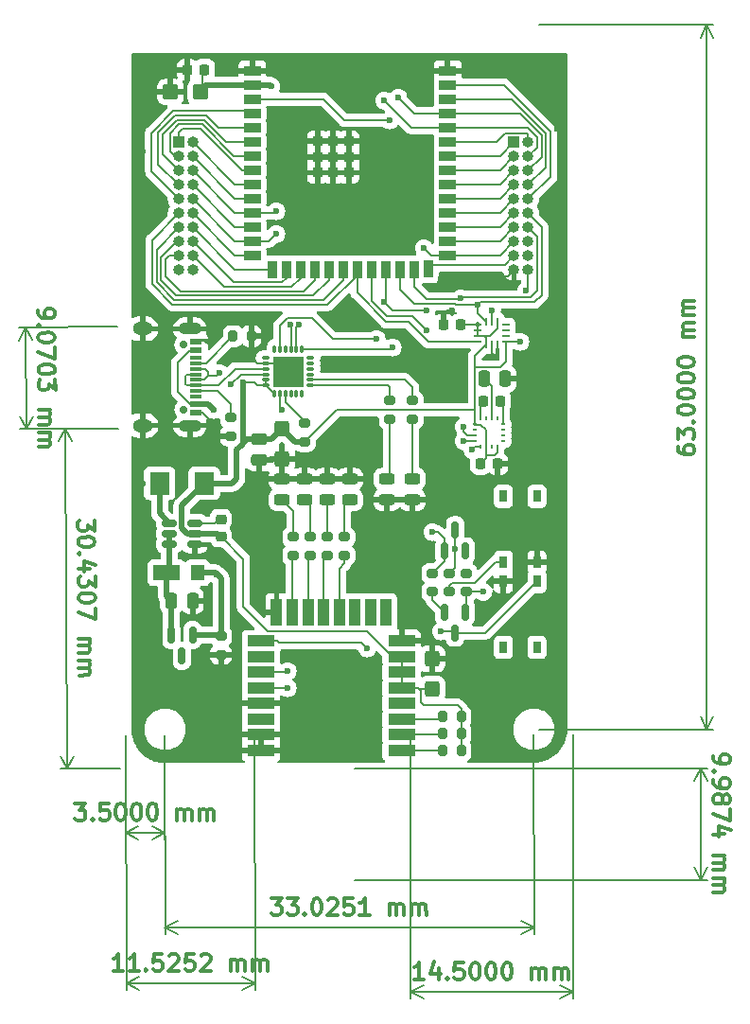
<source format=gbr>
%TF.GenerationSoftware,KiCad,Pcbnew,8.0.6*%
%TF.CreationDate,2025-01-30T17:26:38+11:00*%
%TF.ProjectId,ESP32-DWM1000-local,45535033-322d-4445-974d-313030302d6c,rev?*%
%TF.SameCoordinates,Original*%
%TF.FileFunction,Copper,L1,Top*%
%TF.FilePolarity,Positive*%
%FSLAX46Y46*%
G04 Gerber Fmt 4.6, Leading zero omitted, Abs format (unit mm)*
G04 Created by KiCad (PCBNEW 8.0.6) date 2025-01-30 17:26:38*
%MOMM*%
%LPD*%
G01*
G04 APERTURE LIST*
G04 Aperture macros list*
%AMRoundRect*
0 Rectangle with rounded corners*
0 $1 Rounding radius*
0 $2 $3 $4 $5 $6 $7 $8 $9 X,Y pos of 4 corners*
0 Add a 4 corners polygon primitive as box body*
4,1,4,$2,$3,$4,$5,$6,$7,$8,$9,$2,$3,0*
0 Add four circle primitives for the rounded corners*
1,1,$1+$1,$2,$3*
1,1,$1+$1,$4,$5*
1,1,$1+$1,$6,$7*
1,1,$1+$1,$8,$9*
0 Add four rect primitives between the rounded corners*
20,1,$1+$1,$2,$3,$4,$5,0*
20,1,$1+$1,$4,$5,$6,$7,0*
20,1,$1+$1,$6,$7,$8,$9,0*
20,1,$1+$1,$8,$9,$2,$3,0*%
G04 Aperture macros list end*
%ADD10C,0.300000*%
%TA.AperFunction,NonConductor*%
%ADD11C,0.300000*%
%TD*%
%TA.AperFunction,NonConductor*%
%ADD12C,0.200000*%
%TD*%
%TA.AperFunction,ComponentPad*%
%ADD13C,0.700000*%
%TD*%
%TA.AperFunction,SMDPad,CuDef*%
%ADD14R,1.100000X0.550000*%
%TD*%
%TA.AperFunction,SMDPad,CuDef*%
%ADD15R,1.100000X0.300000*%
%TD*%
%TA.AperFunction,ComponentPad*%
%ADD16O,2.000000X1.100000*%
%TD*%
%TA.AperFunction,ComponentPad*%
%ADD17O,1.800000X1.200000*%
%TD*%
%TA.AperFunction,SMDPad,CuDef*%
%ADD18RoundRect,0.250000X-0.425000X0.450000X-0.425000X-0.450000X0.425000X-0.450000X0.425000X0.450000X0*%
%TD*%
%TA.AperFunction,SMDPad,CuDef*%
%ADD19RoundRect,0.250000X0.425000X-0.450000X0.425000X0.450000X-0.425000X0.450000X-0.425000X-0.450000X0*%
%TD*%
%TA.AperFunction,SMDPad,CuDef*%
%ADD20RoundRect,0.225000X0.225000X0.250000X-0.225000X0.250000X-0.225000X-0.250000X0.225000X-0.250000X0*%
%TD*%
%TA.AperFunction,SMDPad,CuDef*%
%ADD21RoundRect,0.150000X-0.150000X0.587500X-0.150000X-0.587500X0.150000X-0.587500X0.150000X0.587500X0*%
%TD*%
%TA.AperFunction,SMDPad,CuDef*%
%ADD22R,1.500000X0.900000*%
%TD*%
%TA.AperFunction,SMDPad,CuDef*%
%ADD23R,0.900000X1.500000*%
%TD*%
%TA.AperFunction,SMDPad,CuDef*%
%ADD24R,0.900000X0.900000*%
%TD*%
%TA.AperFunction,SMDPad,CuDef*%
%ADD25R,0.700000X1.100000*%
%TD*%
%TA.AperFunction,ComponentPad*%
%ADD26R,1.000000X1.000000*%
%TD*%
%TA.AperFunction,ComponentPad*%
%ADD27O,1.000000X1.000000*%
%TD*%
%TA.AperFunction,SMDPad,CuDef*%
%ADD28RoundRect,0.150000X0.150000X-0.587500X0.150000X0.587500X-0.150000X0.587500X-0.150000X-0.587500X0*%
%TD*%
%TA.AperFunction,SMDPad,CuDef*%
%ADD29RoundRect,0.200000X-0.275000X0.200000X-0.275000X-0.200000X0.275000X-0.200000X0.275000X0.200000X0*%
%TD*%
%TA.AperFunction,SMDPad,CuDef*%
%ADD30RoundRect,0.243750X0.456250X-0.243750X0.456250X0.243750X-0.456250X0.243750X-0.456250X-0.243750X0*%
%TD*%
%TA.AperFunction,SMDPad,CuDef*%
%ADD31R,1.200000X1.400000*%
%TD*%
%TA.AperFunction,SMDPad,CuDef*%
%ADD32R,2.400000X1.400000*%
%TD*%
%TA.AperFunction,SMDPad,CuDef*%
%ADD33R,1.800000X2.000000*%
%TD*%
%TA.AperFunction,SMDPad,CuDef*%
%ADD34RoundRect,0.225000X-0.225000X-0.250000X0.225000X-0.250000X0.225000X0.250000X-0.225000X0.250000X0*%
%TD*%
%TA.AperFunction,SMDPad,CuDef*%
%ADD35RoundRect,0.200000X-0.200000X-0.275000X0.200000X-0.275000X0.200000X0.275000X-0.200000X0.275000X0*%
%TD*%
%TA.AperFunction,SMDPad,CuDef*%
%ADD36RoundRect,0.250000X0.450000X0.425000X-0.450000X0.425000X-0.450000X-0.425000X0.450000X-0.425000X0*%
%TD*%
%TA.AperFunction,SMDPad,CuDef*%
%ADD37R,0.680000X0.280000*%
%TD*%
%TA.AperFunction,SMDPad,CuDef*%
%ADD38R,0.280000X0.680000*%
%TD*%
%TA.AperFunction,SMDPad,CuDef*%
%ADD39RoundRect,0.200000X0.200000X0.275000X-0.200000X0.275000X-0.200000X-0.275000X0.200000X-0.275000X0*%
%TD*%
%TA.AperFunction,SMDPad,CuDef*%
%ADD40RoundRect,0.200000X0.275000X-0.200000X0.275000X0.200000X-0.275000X0.200000X-0.275000X-0.200000X0*%
%TD*%
%TA.AperFunction,SMDPad,CuDef*%
%ADD41RoundRect,0.250000X-0.250000X-0.475000X0.250000X-0.475000X0.250000X0.475000X-0.250000X0.475000X0*%
%TD*%
%TA.AperFunction,SMDPad,CuDef*%
%ADD42R,0.250000X0.450000*%
%TD*%
%TA.AperFunction,SMDPad,CuDef*%
%ADD43R,0.450000X0.250000*%
%TD*%
%TA.AperFunction,SMDPad,CuDef*%
%ADD44RoundRect,0.243750X-0.456250X0.243750X-0.456250X-0.243750X0.456250X-0.243750X0.456250X0.243750X0*%
%TD*%
%TA.AperFunction,SMDPad,CuDef*%
%ADD45O,0.800000X0.280000*%
%TD*%
%TA.AperFunction,SMDPad,CuDef*%
%ADD46O,0.280000X0.800000*%
%TD*%
%TA.AperFunction,SMDPad,CuDef*%
%ADD47R,2.700000X2.700000*%
%TD*%
%TA.AperFunction,SMDPad,CuDef*%
%ADD48RoundRect,0.250000X-0.475000X0.250000X-0.475000X-0.250000X0.475000X-0.250000X0.475000X0.250000X0*%
%TD*%
%TA.AperFunction,SMDPad,CuDef*%
%ADD49R,2.450000X1.000000*%
%TD*%
%TA.AperFunction,SMDPad,CuDef*%
%ADD50R,1.000000X2.450000*%
%TD*%
%TA.AperFunction,SMDPad,CuDef*%
%ADD51RoundRect,0.225000X0.250000X-0.225000X0.250000X0.225000X-0.250000X0.225000X-0.250000X-0.225000X0*%
%TD*%
%TA.AperFunction,SMDPad,CuDef*%
%ADD52RoundRect,0.150000X-0.512500X-0.150000X0.512500X-0.150000X0.512500X0.150000X-0.512500X0.150000X0*%
%TD*%
%TA.AperFunction,ViaPad*%
%ADD53C,0.600000*%
%TD*%
%TA.AperFunction,Conductor*%
%ADD54C,0.200000*%
%TD*%
%TA.AperFunction,Conductor*%
%ADD55C,0.500000*%
%TD*%
G04 APERTURE END LIST*
D10*
D11*
X122998947Y-166640609D02*
X123927518Y-166639903D01*
X123927518Y-166639903D02*
X123427952Y-167211711D01*
X123427952Y-167211711D02*
X123642238Y-167211548D01*
X123642238Y-167211548D02*
X123785149Y-167282868D01*
X123785149Y-167282868D02*
X123856632Y-167354243D01*
X123856632Y-167354243D02*
X123928169Y-167497045D01*
X123928169Y-167497045D02*
X123928441Y-167854188D01*
X123928441Y-167854188D02*
X123857121Y-167997100D01*
X123857121Y-167997100D02*
X123785747Y-168068582D01*
X123785747Y-168068582D02*
X123642944Y-168140119D01*
X123642944Y-168140119D02*
X123214372Y-168140445D01*
X123214372Y-168140445D02*
X123071461Y-168069125D01*
X123071461Y-168069125D02*
X122999978Y-167997751D01*
X124427517Y-166639523D02*
X125356088Y-166638817D01*
X125356088Y-166638817D02*
X124856523Y-167210625D01*
X124856523Y-167210625D02*
X125070809Y-167210463D01*
X125070809Y-167210463D02*
X125213720Y-167281783D01*
X125213720Y-167281783D02*
X125285203Y-167353157D01*
X125285203Y-167353157D02*
X125356740Y-167495960D01*
X125356740Y-167495960D02*
X125357011Y-167853102D01*
X125357011Y-167853102D02*
X125285691Y-167996014D01*
X125285691Y-167996014D02*
X125214317Y-168067497D01*
X125214317Y-168067497D02*
X125071514Y-168139034D01*
X125071514Y-168139034D02*
X124642943Y-168139359D01*
X124642943Y-168139359D02*
X124500032Y-168068039D01*
X124500032Y-168068039D02*
X124428549Y-167996665D01*
X125999976Y-167995471D02*
X126071459Y-168066845D01*
X126071459Y-168066845D02*
X126000085Y-168138328D01*
X126000085Y-168138328D02*
X125928602Y-168066954D01*
X125928602Y-168066954D02*
X125999976Y-167995471D01*
X125999976Y-167995471D02*
X126000085Y-168138328D01*
X126998945Y-166637568D02*
X127141802Y-166637460D01*
X127141802Y-166637460D02*
X127284714Y-166708780D01*
X127284714Y-166708780D02*
X127356196Y-166780154D01*
X127356196Y-166780154D02*
X127427733Y-166922957D01*
X127427733Y-166922957D02*
X127499379Y-167208617D01*
X127499379Y-167208617D02*
X127499651Y-167565760D01*
X127499651Y-167565760D02*
X127428439Y-167851528D01*
X127428439Y-167851528D02*
X127357119Y-167994439D01*
X127357119Y-167994439D02*
X127285745Y-168065922D01*
X127285745Y-168065922D02*
X127142942Y-168137459D01*
X127142942Y-168137459D02*
X127000085Y-168137568D01*
X127000085Y-168137568D02*
X126857174Y-168066248D01*
X126857174Y-168066248D02*
X126785691Y-167994874D01*
X126785691Y-167994874D02*
X126714154Y-167852071D01*
X126714154Y-167852071D02*
X126642508Y-167566411D01*
X126642508Y-167566411D02*
X126642237Y-167209268D01*
X126642237Y-167209268D02*
X126713448Y-166923500D01*
X126713448Y-166923500D02*
X126784768Y-166780588D01*
X126784768Y-166780588D02*
X126856142Y-166709106D01*
X126856142Y-166709106D02*
X126998945Y-166637568D01*
X128070481Y-166779611D02*
X128141856Y-166708128D01*
X128141856Y-166708128D02*
X128284659Y-166636591D01*
X128284659Y-166636591D02*
X128641801Y-166636320D01*
X128641801Y-166636320D02*
X128784713Y-166707640D01*
X128784713Y-166707640D02*
X128856195Y-166779014D01*
X128856195Y-166779014D02*
X128927733Y-166921817D01*
X128927733Y-166921817D02*
X128927841Y-167064674D01*
X128927841Y-167064674D02*
X128856575Y-167279014D01*
X128856575Y-167279014D02*
X128000084Y-168136808D01*
X128000084Y-168136808D02*
X128928656Y-168136102D01*
X130284657Y-166635071D02*
X129570372Y-166635614D01*
X129570372Y-166635614D02*
X129499486Y-167349954D01*
X129499486Y-167349954D02*
X129570861Y-167278471D01*
X129570861Y-167278471D02*
X129713663Y-167206934D01*
X129713663Y-167206934D02*
X130070806Y-167206662D01*
X130070806Y-167206662D02*
X130213718Y-167277982D01*
X130213718Y-167277982D02*
X130285200Y-167349357D01*
X130285200Y-167349357D02*
X130356737Y-167492159D01*
X130356737Y-167492159D02*
X130357009Y-167849302D01*
X130357009Y-167849302D02*
X130285689Y-167992214D01*
X130285689Y-167992214D02*
X130214315Y-168063696D01*
X130214315Y-168063696D02*
X130071512Y-168135234D01*
X130071512Y-168135234D02*
X129714369Y-168135505D01*
X129714369Y-168135505D02*
X129571458Y-168064185D01*
X129571458Y-168064185D02*
X129499975Y-167992811D01*
X131785797Y-168133931D02*
X130928654Y-168134582D01*
X131357225Y-168134256D02*
X131356085Y-166634257D01*
X131356085Y-166634257D02*
X131213391Y-166848651D01*
X131213391Y-166848651D02*
X131070643Y-166991617D01*
X131070643Y-166991617D02*
X130927840Y-167063154D01*
X133571510Y-168132573D02*
X133570750Y-167132574D01*
X133570858Y-167275431D02*
X133642233Y-167203948D01*
X133642233Y-167203948D02*
X133785035Y-167132411D01*
X133785035Y-167132411D02*
X133999321Y-167132248D01*
X133999321Y-167132248D02*
X134142233Y-167203568D01*
X134142233Y-167203568D02*
X134213770Y-167346371D01*
X134213770Y-167346371D02*
X134214367Y-168132085D01*
X134213770Y-167346371D02*
X134285090Y-167203459D01*
X134285090Y-167203459D02*
X134427892Y-167131922D01*
X134427892Y-167131922D02*
X134642178Y-167131759D01*
X134642178Y-167131759D02*
X134785089Y-167203079D01*
X134785089Y-167203079D02*
X134856627Y-167345882D01*
X134856627Y-167345882D02*
X134857224Y-168131596D01*
X135571509Y-168131053D02*
X135570749Y-167131054D01*
X135570858Y-167273911D02*
X135642232Y-167202428D01*
X135642232Y-167202428D02*
X135785035Y-167130891D01*
X135785035Y-167130891D02*
X135999321Y-167130728D01*
X135999321Y-167130728D02*
X136142232Y-167202048D01*
X136142232Y-167202048D02*
X136213769Y-167344851D01*
X136213769Y-167344851D02*
X136214366Y-168130565D01*
X136213769Y-167344851D02*
X136285089Y-167201939D01*
X136285089Y-167201939D02*
X136427892Y-167130402D01*
X136427892Y-167130402D02*
X136642178Y-167130239D01*
X136642178Y-167130239D02*
X136785089Y-167201559D01*
X136785089Y-167201559D02*
X136856626Y-167344362D01*
X136856626Y-167344362D02*
X136857223Y-168130076D01*
D12*
X113475280Y-152025100D02*
X113488832Y-169855929D01*
X146500380Y-152000000D02*
X146513932Y-169830829D01*
X113488386Y-169269509D02*
X146513486Y-169244409D01*
X113488386Y-169269509D02*
X146513486Y-169244409D01*
X113488386Y-169269509D02*
X114614444Y-168682232D01*
X113488386Y-169269509D02*
X114615335Y-169855073D01*
X146513486Y-169244409D02*
X145387428Y-169831686D01*
X146513486Y-169244409D02*
X145386537Y-168658845D01*
D10*
D11*
X162563192Y-153893881D02*
X162563551Y-154179595D01*
X162563551Y-154179595D02*
X162635159Y-154322362D01*
X162635159Y-154322362D02*
X162706678Y-154393701D01*
X162706678Y-154393701D02*
X162921143Y-154536288D01*
X162921143Y-154536288D02*
X163206947Y-154607358D01*
X163206947Y-154607358D02*
X163778375Y-154606639D01*
X163778375Y-154606639D02*
X163921142Y-154535030D01*
X163921142Y-154535030D02*
X163992481Y-154463512D01*
X163992481Y-154463512D02*
X164063730Y-154320565D01*
X164063730Y-154320565D02*
X164063370Y-154034851D01*
X164063370Y-154034851D02*
X163991762Y-153892084D01*
X163991762Y-153892084D02*
X163920244Y-153820745D01*
X163920244Y-153820745D02*
X163777297Y-153749496D01*
X163777297Y-153749496D02*
X163420154Y-153749946D01*
X163420154Y-153749946D02*
X163277387Y-153821554D01*
X163277387Y-153821554D02*
X163206048Y-153893072D01*
X163206048Y-153893072D02*
X163134800Y-154036019D01*
X163134800Y-154036019D02*
X163135159Y-154321733D01*
X163135159Y-154321733D02*
X163206767Y-154464500D01*
X163206767Y-154464500D02*
X163278286Y-154535839D01*
X163278286Y-154535839D02*
X163421232Y-154607088D01*
X162707756Y-155250843D02*
X162636417Y-155322361D01*
X162636417Y-155322361D02*
X162564899Y-155251022D01*
X162564899Y-155251022D02*
X162636238Y-155179504D01*
X162636238Y-155179504D02*
X162707756Y-155250843D01*
X162707756Y-155250843D02*
X162564899Y-155251022D01*
X162565887Y-156036736D02*
X162566247Y-156322450D01*
X162566247Y-156322450D02*
X162637855Y-156465218D01*
X162637855Y-156465218D02*
X162709373Y-156536556D01*
X162709373Y-156536556D02*
X162923839Y-156679144D01*
X162923839Y-156679144D02*
X163209643Y-156750213D01*
X163209643Y-156750213D02*
X163781071Y-156749494D01*
X163781071Y-156749494D02*
X163923838Y-156677886D01*
X163923838Y-156677886D02*
X163995177Y-156606367D01*
X163995177Y-156606367D02*
X164066425Y-156463420D01*
X164066425Y-156463420D02*
X164066066Y-156177706D01*
X164066066Y-156177706D02*
X163994458Y-156034939D01*
X163994458Y-156034939D02*
X163922939Y-155963601D01*
X163922939Y-155963601D02*
X163779992Y-155892352D01*
X163779992Y-155892352D02*
X163422850Y-155892801D01*
X163422850Y-155892801D02*
X163280083Y-155964409D01*
X163280083Y-155964409D02*
X163208744Y-156035928D01*
X163208744Y-156035928D02*
X163137495Y-156178875D01*
X163137495Y-156178875D02*
X163137855Y-156464589D01*
X163137855Y-156464589D02*
X163209463Y-156607356D01*
X163209463Y-156607356D02*
X163280981Y-156678694D01*
X163280981Y-156678694D02*
X163423928Y-156749943D01*
X163425006Y-157607085D02*
X163496255Y-157464138D01*
X163496255Y-157464138D02*
X163567594Y-157392620D01*
X163567594Y-157392620D02*
X163710361Y-157321012D01*
X163710361Y-157321012D02*
X163781790Y-157320922D01*
X163781790Y-157320922D02*
X163924736Y-157392170D01*
X163924736Y-157392170D02*
X163996255Y-157463509D01*
X163996255Y-157463509D02*
X164067863Y-157606276D01*
X164067863Y-157606276D02*
X164068222Y-157891990D01*
X164068222Y-157891990D02*
X163996974Y-158034937D01*
X163996974Y-158034937D02*
X163925635Y-158106456D01*
X163925635Y-158106456D02*
X163782868Y-158178064D01*
X163782868Y-158178064D02*
X163711439Y-158178154D01*
X163711439Y-158178154D02*
X163568492Y-158106905D01*
X163568492Y-158106905D02*
X163496974Y-158035566D01*
X163496974Y-158035566D02*
X163425366Y-157892799D01*
X163425366Y-157892799D02*
X163425006Y-157607085D01*
X163425006Y-157607085D02*
X163353398Y-157464318D01*
X163353398Y-157464318D02*
X163281880Y-157392979D01*
X163281880Y-157392979D02*
X163138933Y-157321730D01*
X163138933Y-157321730D02*
X162853219Y-157322090D01*
X162853219Y-157322090D02*
X162710452Y-157393698D01*
X162710452Y-157393698D02*
X162639113Y-157465216D01*
X162639113Y-157465216D02*
X162567864Y-157608163D01*
X162567864Y-157608163D02*
X162568224Y-157893877D01*
X162568224Y-157893877D02*
X162639832Y-158036644D01*
X162639832Y-158036644D02*
X162711350Y-158107983D01*
X162711350Y-158107983D02*
X162854297Y-158179232D01*
X162854297Y-158179232D02*
X163140011Y-158178873D01*
X163140011Y-158178873D02*
X163282778Y-158107264D01*
X163282778Y-158107264D02*
X163354117Y-158035746D01*
X163354117Y-158035746D02*
X163425366Y-157892799D01*
X164069211Y-158677704D02*
X164070469Y-159677703D01*
X164070469Y-159677703D02*
X162569661Y-159036733D01*
X163571997Y-160892616D02*
X162571998Y-160893874D01*
X164142976Y-160534755D02*
X163071099Y-160178960D01*
X163071099Y-160178960D02*
X163072267Y-161107531D01*
X162574424Y-162822443D02*
X163574423Y-162821185D01*
X163431566Y-162821365D02*
X163503084Y-162892704D01*
X163503084Y-162892704D02*
X163574692Y-163035471D01*
X163574692Y-163035471D02*
X163574962Y-163249757D01*
X163574962Y-163249757D02*
X163503713Y-163392703D01*
X163503713Y-163392703D02*
X163360946Y-163464312D01*
X163360946Y-163464312D02*
X162575232Y-163465300D01*
X163360946Y-163464312D02*
X163503893Y-163535560D01*
X163503893Y-163535560D02*
X163575501Y-163678328D01*
X163575501Y-163678328D02*
X163575771Y-163892613D01*
X163575771Y-163892613D02*
X163504522Y-164035560D01*
X163504522Y-164035560D02*
X163361755Y-164107168D01*
X163361755Y-164107168D02*
X162576041Y-164108157D01*
X162576940Y-164822442D02*
X163576939Y-164821184D01*
X163434082Y-164821364D02*
X163505600Y-164892702D01*
X163505600Y-164892702D02*
X163577208Y-165035469D01*
X163577208Y-165035469D02*
X163577478Y-165249755D01*
X163577478Y-165249755D02*
X163506229Y-165392702D01*
X163506229Y-165392702D02*
X163363462Y-165464310D01*
X163363462Y-165464310D02*
X162577748Y-165465298D01*
X163363462Y-165464310D02*
X163506409Y-165535559D01*
X163506409Y-165535559D02*
X163578017Y-165678326D01*
X163578017Y-165678326D02*
X163578287Y-165892612D01*
X163578287Y-165892612D02*
X163507038Y-166035558D01*
X163507038Y-166035558D02*
X163364271Y-166107167D01*
X163364271Y-166107167D02*
X162578557Y-166108155D01*
D12*
X130487437Y-155011934D02*
X162029297Y-154972258D01*
X130500000Y-164999371D02*
X162041860Y-164959695D01*
X161442877Y-154972996D02*
X161455440Y-164960433D01*
X161442877Y-154972996D02*
X161455440Y-164960433D01*
X161442877Y-154972996D02*
X162030714Y-156098761D01*
X161442877Y-154972996D02*
X160857874Y-156100237D01*
X161455440Y-164960433D02*
X160867603Y-163834668D01*
X161455440Y-164960433D02*
X162040443Y-163833192D01*
D10*
D11*
X102109767Y-114026603D02*
X102112130Y-114312308D01*
X102112130Y-114312308D02*
X102184737Y-114454570D01*
X102184737Y-114454570D02*
X102256754Y-114525405D01*
X102256754Y-114525405D02*
X102472213Y-114666485D01*
X102472213Y-114666485D02*
X102758508Y-114735549D01*
X102758508Y-114735549D02*
X103329918Y-114730824D01*
X103329918Y-114730824D02*
X103472179Y-114658217D01*
X103472179Y-114658217D02*
X103543015Y-114586200D01*
X103543015Y-114586200D02*
X103613260Y-114442757D01*
X103613260Y-114442757D02*
X103610897Y-114157053D01*
X103610897Y-114157053D02*
X103538290Y-114014791D01*
X103538290Y-114014791D02*
X103466273Y-113943955D01*
X103466273Y-113943955D02*
X103322830Y-113873711D01*
X103322830Y-113873711D02*
X102965699Y-113876664D01*
X102965699Y-113876664D02*
X102823438Y-113949271D01*
X102823438Y-113949271D02*
X102752602Y-114021288D01*
X102752602Y-114021288D02*
X102682357Y-114164731D01*
X102682357Y-114164731D02*
X102684720Y-114450435D01*
X102684720Y-114450435D02*
X102757327Y-114592697D01*
X102757327Y-114592697D02*
X102829344Y-114663532D01*
X102829344Y-114663532D02*
X102972787Y-114733777D01*
X102263841Y-115382518D02*
X102193006Y-115454535D01*
X102193006Y-115454535D02*
X102120989Y-115383699D01*
X102120989Y-115383699D02*
X102191824Y-115311683D01*
X102191824Y-115311683D02*
X102263841Y-115382518D01*
X102263841Y-115382518D02*
X102120989Y-115383699D01*
X103629206Y-116371262D02*
X103630388Y-116514115D01*
X103630388Y-116514115D02*
X103560143Y-116657558D01*
X103560143Y-116657558D02*
X103489307Y-116729574D01*
X103489307Y-116729574D02*
X103347046Y-116802182D01*
X103347046Y-116802182D02*
X103061932Y-116875970D01*
X103061932Y-116875970D02*
X102704801Y-116878923D01*
X102704801Y-116878923D02*
X102418506Y-116809860D01*
X102418506Y-116809860D02*
X102275063Y-116739615D01*
X102275063Y-116739615D02*
X102203046Y-116668779D01*
X102203046Y-116668779D02*
X102130439Y-116526518D01*
X102130439Y-116526518D02*
X102129258Y-116383666D01*
X102129258Y-116383666D02*
X102199503Y-116240223D01*
X102199503Y-116240223D02*
X102270338Y-116168206D01*
X102270338Y-116168206D02*
X102412600Y-116095599D01*
X102412600Y-116095599D02*
X102697714Y-116021810D01*
X102697714Y-116021810D02*
X103054844Y-116018857D01*
X103054844Y-116018857D02*
X103341139Y-116087920D01*
X103341139Y-116087920D02*
X103484582Y-116158165D01*
X103484582Y-116158165D02*
X103556599Y-116229001D01*
X103556599Y-116229001D02*
X103629206Y-116371262D01*
X103637475Y-117371228D02*
X103645744Y-118371194D01*
X103645744Y-118371194D02*
X102140480Y-117740762D01*
X103652831Y-119228307D02*
X103654013Y-119371159D01*
X103654013Y-119371159D02*
X103583768Y-119514602D01*
X103583768Y-119514602D02*
X103512932Y-119586619D01*
X103512932Y-119586619D02*
X103370671Y-119659226D01*
X103370671Y-119659226D02*
X103085557Y-119733015D01*
X103085557Y-119733015D02*
X102728426Y-119735968D01*
X102728426Y-119735968D02*
X102442131Y-119666904D01*
X102442131Y-119666904D02*
X102298688Y-119596659D01*
X102298688Y-119596659D02*
X102226671Y-119525824D01*
X102226671Y-119525824D02*
X102154064Y-119383562D01*
X102154064Y-119383562D02*
X102152883Y-119240710D01*
X102152883Y-119240710D02*
X102223128Y-119097267D01*
X102223128Y-119097267D02*
X102293963Y-119025250D01*
X102293963Y-119025250D02*
X102436225Y-118952643D01*
X102436225Y-118952643D02*
X102721339Y-118878854D01*
X102721339Y-118878854D02*
X103078469Y-118875901D01*
X103078469Y-118875901D02*
X103364764Y-118944965D01*
X103364764Y-118944965D02*
X103508207Y-119015210D01*
X103508207Y-119015210D02*
X103580224Y-119086045D01*
X103580224Y-119086045D02*
X103652831Y-119228307D01*
X103661100Y-120228272D02*
X103668778Y-121156812D01*
X103668778Y-121156812D02*
X103093235Y-120661554D01*
X103093235Y-120661554D02*
X103095007Y-120875832D01*
X103095007Y-120875832D02*
X103024762Y-121019275D01*
X103024762Y-121019275D02*
X102953926Y-121091292D01*
X102953926Y-121091292D02*
X102811665Y-121163899D01*
X102811665Y-121163899D02*
X102454534Y-121166852D01*
X102454534Y-121166852D02*
X102311091Y-121096608D01*
X102311091Y-121096608D02*
X102239074Y-121025772D01*
X102239074Y-121025772D02*
X102166467Y-120883510D01*
X102166467Y-120883510D02*
X102162923Y-120454954D01*
X102162923Y-120454954D02*
X102233168Y-120311511D01*
X102233168Y-120311511D02*
X102304004Y-120239494D01*
X102183595Y-122954868D02*
X103183561Y-122946599D01*
X103040709Y-122947780D02*
X103112725Y-123018616D01*
X103112725Y-123018616D02*
X103185333Y-123160877D01*
X103185333Y-123160877D02*
X103187105Y-123375156D01*
X103187105Y-123375156D02*
X103116860Y-123518599D01*
X103116860Y-123518599D02*
X102974598Y-123591206D01*
X102974598Y-123591206D02*
X102188911Y-123597703D01*
X102974598Y-123591206D02*
X103118041Y-123661451D01*
X103118041Y-123661451D02*
X103190648Y-123803712D01*
X103190648Y-123803712D02*
X103192420Y-124017991D01*
X103192420Y-124017991D02*
X103122175Y-124161434D01*
X103122175Y-124161434D02*
X102979914Y-124234041D01*
X102979914Y-124234041D02*
X102194226Y-124240538D01*
X102200133Y-124954799D02*
X103200098Y-124946530D01*
X103057246Y-124947712D02*
X103129263Y-125018547D01*
X103129263Y-125018547D02*
X103201870Y-125160809D01*
X103201870Y-125160809D02*
X103203642Y-125375087D01*
X103203642Y-125375087D02*
X103133397Y-125518530D01*
X103133397Y-125518530D02*
X102991136Y-125591138D01*
X102991136Y-125591138D02*
X102205448Y-125597634D01*
X102991136Y-125591138D02*
X103134578Y-125661382D01*
X103134578Y-125661382D02*
X103207186Y-125803644D01*
X103207186Y-125803644D02*
X103208958Y-126017922D01*
X103208958Y-126017922D02*
X103138713Y-126161365D01*
X103138713Y-126161365D02*
X102996451Y-126233973D01*
X102996451Y-126233973D02*
X102210764Y-126240470D01*
D12*
X109295017Y-124574134D02*
X100489438Y-124646947D01*
X109220017Y-115504134D02*
X100414438Y-115576947D01*
X101075838Y-124642099D02*
X101000838Y-115572099D01*
X101075838Y-124642099D02*
X101000838Y-115572099D01*
X101075838Y-124642099D02*
X100480123Y-123520483D01*
X101075838Y-124642099D02*
X101652924Y-123510785D01*
X101000838Y-115572099D02*
X101596553Y-116693715D01*
X101000838Y-115572099D02*
X100423752Y-116703413D01*
D10*
D11*
X109713116Y-173126308D02*
X108855975Y-173128176D01*
X109284545Y-173127242D02*
X109281275Y-171627246D01*
X109281275Y-171627246D02*
X109138886Y-171841842D01*
X109138886Y-171841842D02*
X108996340Y-171985011D01*
X108996340Y-171985011D02*
X108853639Y-172056750D01*
X111141684Y-173123193D02*
X110284543Y-173125062D01*
X110713113Y-173124128D02*
X110709843Y-171624131D01*
X110709843Y-171624131D02*
X110567453Y-171838728D01*
X110567453Y-171838728D02*
X110424908Y-171981896D01*
X110424908Y-171981896D02*
X110282207Y-172053636D01*
X111784227Y-172978935D02*
X111855811Y-173050208D01*
X111855811Y-173050208D02*
X111784539Y-173121792D01*
X111784539Y-173121792D02*
X111712955Y-173050519D01*
X111712955Y-173050519D02*
X111784227Y-172978935D01*
X111784227Y-172978935D02*
X111784539Y-173121792D01*
X113209837Y-171618681D02*
X112495553Y-171620238D01*
X112495553Y-171620238D02*
X112425682Y-172334678D01*
X112425682Y-172334678D02*
X112496954Y-172263094D01*
X112496954Y-172263094D02*
X112639655Y-172191354D01*
X112639655Y-172191354D02*
X112996797Y-172190575D01*
X112996797Y-172190575D02*
X113139810Y-172261692D01*
X113139810Y-172261692D02*
X113211394Y-172332965D01*
X113211394Y-172332965D02*
X113283134Y-172475666D01*
X113283134Y-172475666D02*
X113283913Y-172832808D01*
X113283913Y-172832808D02*
X113212796Y-172975821D01*
X113212796Y-172975821D02*
X113141523Y-173047405D01*
X113141523Y-173047405D02*
X112998822Y-173119145D01*
X112998822Y-173119145D02*
X112641680Y-173119923D01*
X112641680Y-173119923D02*
X112498667Y-173048806D01*
X112498667Y-173048806D02*
X112427083Y-172977534D01*
X113853003Y-171760136D02*
X113924276Y-171688552D01*
X113924276Y-171688552D02*
X114066977Y-171616812D01*
X114066977Y-171616812D02*
X114424119Y-171616034D01*
X114424119Y-171616034D02*
X114567132Y-171687151D01*
X114567132Y-171687151D02*
X114638716Y-171758423D01*
X114638716Y-171758423D02*
X114710456Y-171901124D01*
X114710456Y-171901124D02*
X114710767Y-172043981D01*
X114710767Y-172043981D02*
X114639806Y-172258422D01*
X114639806Y-172258422D02*
X113784534Y-173117432D01*
X113784534Y-173117432D02*
X114713103Y-173115407D01*
X116066972Y-171612452D02*
X115352688Y-171614009D01*
X115352688Y-171614009D02*
X115282817Y-172328449D01*
X115282817Y-172328449D02*
X115354090Y-172256865D01*
X115354090Y-172256865D02*
X115496791Y-172185125D01*
X115496791Y-172185125D02*
X115853933Y-172184347D01*
X115853933Y-172184347D02*
X115996945Y-172255463D01*
X115996945Y-172255463D02*
X116068529Y-172326736D01*
X116068529Y-172326736D02*
X116140269Y-172469437D01*
X116140269Y-172469437D02*
X116141048Y-172826579D01*
X116141048Y-172826579D02*
X116069931Y-172969592D01*
X116069931Y-172969592D02*
X115998658Y-173041176D01*
X115998658Y-173041176D02*
X115855957Y-173112916D01*
X115855957Y-173112916D02*
X115498815Y-173113694D01*
X115498815Y-173113694D02*
X115355802Y-173042577D01*
X115355802Y-173042577D02*
X115284218Y-172971305D01*
X116710139Y-171753907D02*
X116781411Y-171682323D01*
X116781411Y-171682323D02*
X116924112Y-171610583D01*
X116924112Y-171610583D02*
X117281254Y-171609805D01*
X117281254Y-171609805D02*
X117424267Y-171680922D01*
X117424267Y-171680922D02*
X117495851Y-171752195D01*
X117495851Y-171752195D02*
X117567591Y-171894896D01*
X117567591Y-171894896D02*
X117567902Y-172037752D01*
X117567902Y-172037752D02*
X117496941Y-172252193D01*
X117496941Y-172252193D02*
X116641669Y-173111203D01*
X116641669Y-173111203D02*
X117570238Y-173109178D01*
X119355948Y-173105285D02*
X119353768Y-172105288D01*
X119354079Y-172248145D02*
X119425352Y-172176560D01*
X119425352Y-172176560D02*
X119568053Y-172104821D01*
X119568053Y-172104821D02*
X119782338Y-172104353D01*
X119782338Y-172104353D02*
X119925351Y-172175470D01*
X119925351Y-172175470D02*
X119997090Y-172318171D01*
X119997090Y-172318171D02*
X119998803Y-173103884D01*
X119997090Y-172318171D02*
X120068207Y-172175159D01*
X120068207Y-172175159D02*
X120210908Y-172103419D01*
X120210908Y-172103419D02*
X120425194Y-172102952D01*
X120425194Y-172102952D02*
X120568206Y-172174069D01*
X120568206Y-172174069D02*
X120639946Y-172316770D01*
X120639946Y-172316770D02*
X120641659Y-173102482D01*
X121355943Y-173100925D02*
X121353763Y-172100928D01*
X121354074Y-172243784D02*
X121425347Y-172172200D01*
X121425347Y-172172200D02*
X121568048Y-172100460D01*
X121568048Y-172100460D02*
X121782333Y-172099993D01*
X121782333Y-172099993D02*
X121925346Y-172171110D01*
X121925346Y-172171110D02*
X121997086Y-172313811D01*
X121997086Y-172313811D02*
X121998799Y-173099524D01*
X121997086Y-172313811D02*
X122068203Y-172170799D01*
X122068203Y-172170799D02*
X122210904Y-172099059D01*
X122210904Y-172099059D02*
X122425189Y-172098592D01*
X122425189Y-172098592D02*
X122568201Y-172169709D01*
X122568201Y-172169709D02*
X122639941Y-172312410D01*
X122639941Y-172312410D02*
X122641654Y-173098122D01*
D12*
X109975964Y-152025125D02*
X110025689Y-174833723D01*
X121501090Y-151999999D02*
X121550815Y-174808597D01*
X110024411Y-174247304D02*
X121549537Y-174222178D01*
X110024411Y-174247304D02*
X121549537Y-174222178D01*
X110024411Y-174247304D02*
X111149634Y-173658429D01*
X110024411Y-174247304D02*
X111152191Y-174831267D01*
X121549537Y-174222178D02*
X120424314Y-174811053D01*
X121549537Y-174222178D02*
X120421757Y-173638215D01*
D10*
D11*
X159378328Y-126214284D02*
X159378328Y-126499998D01*
X159378328Y-126499998D02*
X159449757Y-126642855D01*
X159449757Y-126642855D02*
X159521185Y-126714284D01*
X159521185Y-126714284D02*
X159735471Y-126857141D01*
X159735471Y-126857141D02*
X160021185Y-126928569D01*
X160021185Y-126928569D02*
X160592614Y-126928569D01*
X160592614Y-126928569D02*
X160735471Y-126857141D01*
X160735471Y-126857141D02*
X160806900Y-126785712D01*
X160806900Y-126785712D02*
X160878328Y-126642855D01*
X160878328Y-126642855D02*
X160878328Y-126357141D01*
X160878328Y-126357141D02*
X160806900Y-126214284D01*
X160806900Y-126214284D02*
X160735471Y-126142855D01*
X160735471Y-126142855D02*
X160592614Y-126071426D01*
X160592614Y-126071426D02*
X160235471Y-126071426D01*
X160235471Y-126071426D02*
X160092614Y-126142855D01*
X160092614Y-126142855D02*
X160021185Y-126214284D01*
X160021185Y-126214284D02*
X159949757Y-126357141D01*
X159949757Y-126357141D02*
X159949757Y-126642855D01*
X159949757Y-126642855D02*
X160021185Y-126785712D01*
X160021185Y-126785712D02*
X160092614Y-126857141D01*
X160092614Y-126857141D02*
X160235471Y-126928569D01*
X159378328Y-125571427D02*
X159378328Y-124642855D01*
X159378328Y-124642855D02*
X159949757Y-125142855D01*
X159949757Y-125142855D02*
X159949757Y-124928570D01*
X159949757Y-124928570D02*
X160021185Y-124785713D01*
X160021185Y-124785713D02*
X160092614Y-124714284D01*
X160092614Y-124714284D02*
X160235471Y-124642855D01*
X160235471Y-124642855D02*
X160592614Y-124642855D01*
X160592614Y-124642855D02*
X160735471Y-124714284D01*
X160735471Y-124714284D02*
X160806900Y-124785713D01*
X160806900Y-124785713D02*
X160878328Y-124928570D01*
X160878328Y-124928570D02*
X160878328Y-125357141D01*
X160878328Y-125357141D02*
X160806900Y-125499998D01*
X160806900Y-125499998D02*
X160735471Y-125571427D01*
X160735471Y-123999999D02*
X160806900Y-123928570D01*
X160806900Y-123928570D02*
X160878328Y-123999999D01*
X160878328Y-123999999D02*
X160806900Y-124071427D01*
X160806900Y-124071427D02*
X160735471Y-123999999D01*
X160735471Y-123999999D02*
X160878328Y-123999999D01*
X159378328Y-122999998D02*
X159378328Y-122857141D01*
X159378328Y-122857141D02*
X159449757Y-122714284D01*
X159449757Y-122714284D02*
X159521185Y-122642856D01*
X159521185Y-122642856D02*
X159664042Y-122571427D01*
X159664042Y-122571427D02*
X159949757Y-122499998D01*
X159949757Y-122499998D02*
X160306900Y-122499998D01*
X160306900Y-122499998D02*
X160592614Y-122571427D01*
X160592614Y-122571427D02*
X160735471Y-122642856D01*
X160735471Y-122642856D02*
X160806900Y-122714284D01*
X160806900Y-122714284D02*
X160878328Y-122857141D01*
X160878328Y-122857141D02*
X160878328Y-122999998D01*
X160878328Y-122999998D02*
X160806900Y-123142856D01*
X160806900Y-123142856D02*
X160735471Y-123214284D01*
X160735471Y-123214284D02*
X160592614Y-123285713D01*
X160592614Y-123285713D02*
X160306900Y-123357141D01*
X160306900Y-123357141D02*
X159949757Y-123357141D01*
X159949757Y-123357141D02*
X159664042Y-123285713D01*
X159664042Y-123285713D02*
X159521185Y-123214284D01*
X159521185Y-123214284D02*
X159449757Y-123142856D01*
X159449757Y-123142856D02*
X159378328Y-122999998D01*
X159378328Y-121571427D02*
X159378328Y-121428570D01*
X159378328Y-121428570D02*
X159449757Y-121285713D01*
X159449757Y-121285713D02*
X159521185Y-121214285D01*
X159521185Y-121214285D02*
X159664042Y-121142856D01*
X159664042Y-121142856D02*
X159949757Y-121071427D01*
X159949757Y-121071427D02*
X160306900Y-121071427D01*
X160306900Y-121071427D02*
X160592614Y-121142856D01*
X160592614Y-121142856D02*
X160735471Y-121214285D01*
X160735471Y-121214285D02*
X160806900Y-121285713D01*
X160806900Y-121285713D02*
X160878328Y-121428570D01*
X160878328Y-121428570D02*
X160878328Y-121571427D01*
X160878328Y-121571427D02*
X160806900Y-121714285D01*
X160806900Y-121714285D02*
X160735471Y-121785713D01*
X160735471Y-121785713D02*
X160592614Y-121857142D01*
X160592614Y-121857142D02*
X160306900Y-121928570D01*
X160306900Y-121928570D02*
X159949757Y-121928570D01*
X159949757Y-121928570D02*
X159664042Y-121857142D01*
X159664042Y-121857142D02*
X159521185Y-121785713D01*
X159521185Y-121785713D02*
X159449757Y-121714285D01*
X159449757Y-121714285D02*
X159378328Y-121571427D01*
X159378328Y-120142856D02*
X159378328Y-119999999D01*
X159378328Y-119999999D02*
X159449757Y-119857142D01*
X159449757Y-119857142D02*
X159521185Y-119785714D01*
X159521185Y-119785714D02*
X159664042Y-119714285D01*
X159664042Y-119714285D02*
X159949757Y-119642856D01*
X159949757Y-119642856D02*
X160306900Y-119642856D01*
X160306900Y-119642856D02*
X160592614Y-119714285D01*
X160592614Y-119714285D02*
X160735471Y-119785714D01*
X160735471Y-119785714D02*
X160806900Y-119857142D01*
X160806900Y-119857142D02*
X160878328Y-119999999D01*
X160878328Y-119999999D02*
X160878328Y-120142856D01*
X160878328Y-120142856D02*
X160806900Y-120285714D01*
X160806900Y-120285714D02*
X160735471Y-120357142D01*
X160735471Y-120357142D02*
X160592614Y-120428571D01*
X160592614Y-120428571D02*
X160306900Y-120499999D01*
X160306900Y-120499999D02*
X159949757Y-120499999D01*
X159949757Y-120499999D02*
X159664042Y-120428571D01*
X159664042Y-120428571D02*
X159521185Y-120357142D01*
X159521185Y-120357142D02*
X159449757Y-120285714D01*
X159449757Y-120285714D02*
X159378328Y-120142856D01*
X159378328Y-118714285D02*
X159378328Y-118571428D01*
X159378328Y-118571428D02*
X159449757Y-118428571D01*
X159449757Y-118428571D02*
X159521185Y-118357143D01*
X159521185Y-118357143D02*
X159664042Y-118285714D01*
X159664042Y-118285714D02*
X159949757Y-118214285D01*
X159949757Y-118214285D02*
X160306900Y-118214285D01*
X160306900Y-118214285D02*
X160592614Y-118285714D01*
X160592614Y-118285714D02*
X160735471Y-118357143D01*
X160735471Y-118357143D02*
X160806900Y-118428571D01*
X160806900Y-118428571D02*
X160878328Y-118571428D01*
X160878328Y-118571428D02*
X160878328Y-118714285D01*
X160878328Y-118714285D02*
X160806900Y-118857143D01*
X160806900Y-118857143D02*
X160735471Y-118928571D01*
X160735471Y-118928571D02*
X160592614Y-119000000D01*
X160592614Y-119000000D02*
X160306900Y-119071428D01*
X160306900Y-119071428D02*
X159949757Y-119071428D01*
X159949757Y-119071428D02*
X159664042Y-119000000D01*
X159664042Y-119000000D02*
X159521185Y-118928571D01*
X159521185Y-118928571D02*
X159449757Y-118857143D01*
X159449757Y-118857143D02*
X159378328Y-118714285D01*
X160878328Y-116428572D02*
X159878328Y-116428572D01*
X160021185Y-116428572D02*
X159949757Y-116357143D01*
X159949757Y-116357143D02*
X159878328Y-116214286D01*
X159878328Y-116214286D02*
X159878328Y-116000000D01*
X159878328Y-116000000D02*
X159949757Y-115857143D01*
X159949757Y-115857143D02*
X160092614Y-115785715D01*
X160092614Y-115785715D02*
X160878328Y-115785715D01*
X160092614Y-115785715D02*
X159949757Y-115714286D01*
X159949757Y-115714286D02*
X159878328Y-115571429D01*
X159878328Y-115571429D02*
X159878328Y-115357143D01*
X159878328Y-115357143D02*
X159949757Y-115214286D01*
X159949757Y-115214286D02*
X160092614Y-115142857D01*
X160092614Y-115142857D02*
X160878328Y-115142857D01*
X160878328Y-114428572D02*
X159878328Y-114428572D01*
X160021185Y-114428572D02*
X159949757Y-114357143D01*
X159949757Y-114357143D02*
X159878328Y-114214286D01*
X159878328Y-114214286D02*
X159878328Y-114000000D01*
X159878328Y-114000000D02*
X159949757Y-113857143D01*
X159949757Y-113857143D02*
X160092614Y-113785715D01*
X160092614Y-113785715D02*
X160878328Y-113785715D01*
X160092614Y-113785715D02*
X159949757Y-113714286D01*
X159949757Y-113714286D02*
X159878328Y-113571429D01*
X159878328Y-113571429D02*
X159878328Y-113357143D01*
X159878328Y-113357143D02*
X159949757Y-113214286D01*
X159949757Y-113214286D02*
X160092614Y-113142857D01*
X160092614Y-113142857D02*
X160878328Y-113142857D01*
D12*
X147000000Y-151500000D02*
X162586420Y-151500000D01*
X147000000Y-88500000D02*
X162586420Y-88500000D01*
X162000000Y-151500000D02*
X162000000Y-88500000D01*
X162000000Y-151500000D02*
X162000000Y-88500000D01*
X162000000Y-151500000D02*
X161413579Y-150373496D01*
X162000000Y-151500000D02*
X162586421Y-150373496D01*
X162000000Y-88500000D02*
X162586421Y-89626504D01*
X162000000Y-88500000D02*
X161413579Y-89626504D01*
D10*
D11*
X107192942Y-132803063D02*
X107199197Y-133731613D01*
X107199197Y-133731613D02*
X106624413Y-133235474D01*
X106624413Y-133235474D02*
X106625857Y-133449755D01*
X106625857Y-133449755D02*
X106555392Y-133593090D01*
X106555392Y-133593090D02*
X106484447Y-133664998D01*
X106484447Y-133664998D02*
X106342074Y-133737387D01*
X106342074Y-133737387D02*
X105984939Y-133739793D01*
X105984939Y-133739793D02*
X105841604Y-133669329D01*
X105841604Y-133669329D02*
X105769696Y-133598383D01*
X105769696Y-133598383D02*
X105697307Y-133456010D01*
X105697307Y-133456010D02*
X105694420Y-133027449D01*
X105694420Y-133027449D02*
X105764884Y-132884113D01*
X105764884Y-132884113D02*
X105835830Y-132812205D01*
X107205453Y-134660163D02*
X107206415Y-134803017D01*
X107206415Y-134803017D02*
X107135951Y-134946352D01*
X107135951Y-134946352D02*
X107065005Y-135018260D01*
X107065005Y-135018260D02*
X106922632Y-135090650D01*
X106922632Y-135090650D02*
X106637406Y-135164001D01*
X106637406Y-135164001D02*
X106280271Y-135166407D01*
X106280271Y-135166407D02*
X105994082Y-135096905D01*
X105994082Y-135096905D02*
X105850747Y-135026440D01*
X105850747Y-135026440D02*
X105778839Y-134955495D01*
X105778839Y-134955495D02*
X105706449Y-134813122D01*
X105706449Y-134813122D02*
X105705487Y-134670268D01*
X105705487Y-134670268D02*
X105775951Y-134526933D01*
X105775951Y-134526933D02*
X105846897Y-134455025D01*
X105846897Y-134455025D02*
X105989270Y-134382635D01*
X105989270Y-134382635D02*
X106274497Y-134309284D01*
X106274497Y-134309284D02*
X106631631Y-134306878D01*
X106631631Y-134306878D02*
X106917820Y-134376380D01*
X106917820Y-134376380D02*
X107061155Y-134446845D01*
X107061155Y-134446845D02*
X107133063Y-134517790D01*
X107133063Y-134517790D02*
X107205453Y-134660163D01*
X105856040Y-135812136D02*
X105785094Y-135884045D01*
X105785094Y-135884045D02*
X105713186Y-135813099D01*
X105713186Y-135813099D02*
X105784132Y-135741191D01*
X105784132Y-135741191D02*
X105856040Y-135812136D01*
X105856040Y-135812136D02*
X105713186Y-135813099D01*
X106722306Y-137163474D02*
X105722328Y-137170211D01*
X107291315Y-136802490D02*
X106217505Y-136452573D01*
X106217505Y-136452573D02*
X106223761Y-137381124D01*
X107226625Y-137802948D02*
X107232880Y-138731499D01*
X107232880Y-138731499D02*
X106658097Y-138235360D01*
X106658097Y-138235360D02*
X106659540Y-138449640D01*
X106659540Y-138449640D02*
X106589076Y-138592975D01*
X106589076Y-138592975D02*
X106518130Y-138664884D01*
X106518130Y-138664884D02*
X106375757Y-138737273D01*
X106375757Y-138737273D02*
X106018622Y-138739679D01*
X106018622Y-138739679D02*
X105875287Y-138669214D01*
X105875287Y-138669214D02*
X105803379Y-138598269D01*
X105803379Y-138598269D02*
X105730990Y-138455896D01*
X105730990Y-138455896D02*
X105728103Y-138027334D01*
X105728103Y-138027334D02*
X105798567Y-137883999D01*
X105798567Y-137883999D02*
X105869513Y-137812091D01*
X107239136Y-139660049D02*
X107240098Y-139802902D01*
X107240098Y-139802902D02*
X107169634Y-139946238D01*
X107169634Y-139946238D02*
X107098688Y-140018146D01*
X107098688Y-140018146D02*
X106956315Y-140090535D01*
X106956315Y-140090535D02*
X106671089Y-140163887D01*
X106671089Y-140163887D02*
X106313954Y-140166293D01*
X106313954Y-140166293D02*
X106027765Y-140096790D01*
X106027765Y-140096790D02*
X105884430Y-140026326D01*
X105884430Y-140026326D02*
X105812522Y-139955380D01*
X105812522Y-139955380D02*
X105740132Y-139813007D01*
X105740132Y-139813007D02*
X105739170Y-139670154D01*
X105739170Y-139670154D02*
X105809635Y-139526818D01*
X105809635Y-139526818D02*
X105880580Y-139454910D01*
X105880580Y-139454910D02*
X106022953Y-139382521D01*
X106022953Y-139382521D02*
X106308180Y-139309169D01*
X106308180Y-139309169D02*
X106665314Y-139306763D01*
X106665314Y-139306763D02*
X106951503Y-139376266D01*
X106951503Y-139376266D02*
X107094838Y-139446730D01*
X107094838Y-139446730D02*
X107166747Y-139517676D01*
X107166747Y-139517676D02*
X107239136Y-139660049D01*
X107245873Y-140660025D02*
X107252609Y-141660003D01*
X107252609Y-141660003D02*
X105748313Y-141027265D01*
X105764192Y-143384354D02*
X106764169Y-143377617D01*
X106621315Y-143378580D02*
X106693223Y-143449525D01*
X106693223Y-143449525D02*
X106765613Y-143591898D01*
X106765613Y-143591898D02*
X106767056Y-143806179D01*
X106767056Y-143806179D02*
X106696592Y-143949514D01*
X106696592Y-143949514D02*
X106554219Y-144021903D01*
X106554219Y-144021903D02*
X105768522Y-144027197D01*
X106554219Y-144021903D02*
X106697554Y-144092368D01*
X106697554Y-144092368D02*
X106769943Y-144234741D01*
X106769943Y-144234741D02*
X106771387Y-144449022D01*
X106771387Y-144449022D02*
X106700922Y-144592357D01*
X106700922Y-144592357D02*
X106558549Y-144664746D01*
X106558549Y-144664746D02*
X105772853Y-144670039D01*
X105777665Y-145384309D02*
X106777642Y-145377572D01*
X106634788Y-145378534D02*
X106706696Y-145449480D01*
X106706696Y-145449480D02*
X106779086Y-145591853D01*
X106779086Y-145591853D02*
X106780529Y-145806134D01*
X106780529Y-145806134D02*
X106710065Y-145949469D01*
X106710065Y-145949469D02*
X106567692Y-146021858D01*
X106567692Y-146021858D02*
X105781996Y-146027151D01*
X106567692Y-146021858D02*
X106711027Y-146092323D01*
X106711027Y-146092323D02*
X106783416Y-146234695D01*
X106783416Y-146234695D02*
X106784860Y-146448976D01*
X106784860Y-146448976D02*
X106714395Y-146592311D01*
X106714395Y-146592311D02*
X106572023Y-146664701D01*
X106572023Y-146664701D02*
X105786326Y-146669994D01*
D12*
X109500011Y-155003368D02*
X104134580Y-155039514D01*
X109295011Y-124573368D02*
X103929580Y-124609514D01*
X104720987Y-155035564D02*
X104515987Y-124605564D01*
X104720987Y-155035564D02*
X104515987Y-124605564D01*
X104720987Y-155035564D02*
X104126991Y-153913036D01*
X104720987Y-155035564D02*
X105299806Y-153905135D01*
X104515987Y-124605564D02*
X105109983Y-125728092D01*
X104515987Y-124605564D02*
X103937168Y-125735993D01*
D10*
D11*
X136678573Y-173878328D02*
X135821430Y-173878328D01*
X136250001Y-173878328D02*
X136250001Y-172378328D01*
X136250001Y-172378328D02*
X136107144Y-172592614D01*
X136107144Y-172592614D02*
X135964287Y-172735471D01*
X135964287Y-172735471D02*
X135821430Y-172806900D01*
X137964287Y-172878328D02*
X137964287Y-173878328D01*
X137607144Y-172306900D02*
X137250001Y-173378328D01*
X137250001Y-173378328D02*
X138178572Y-173378328D01*
X138750000Y-173735471D02*
X138821429Y-173806900D01*
X138821429Y-173806900D02*
X138750000Y-173878328D01*
X138750000Y-173878328D02*
X138678572Y-173806900D01*
X138678572Y-173806900D02*
X138750000Y-173735471D01*
X138750000Y-173735471D02*
X138750000Y-173878328D01*
X140178572Y-172378328D02*
X139464286Y-172378328D01*
X139464286Y-172378328D02*
X139392858Y-173092614D01*
X139392858Y-173092614D02*
X139464286Y-173021185D01*
X139464286Y-173021185D02*
X139607144Y-172949757D01*
X139607144Y-172949757D02*
X139964286Y-172949757D01*
X139964286Y-172949757D02*
X140107144Y-173021185D01*
X140107144Y-173021185D02*
X140178572Y-173092614D01*
X140178572Y-173092614D02*
X140250001Y-173235471D01*
X140250001Y-173235471D02*
X140250001Y-173592614D01*
X140250001Y-173592614D02*
X140178572Y-173735471D01*
X140178572Y-173735471D02*
X140107144Y-173806900D01*
X140107144Y-173806900D02*
X139964286Y-173878328D01*
X139964286Y-173878328D02*
X139607144Y-173878328D01*
X139607144Y-173878328D02*
X139464286Y-173806900D01*
X139464286Y-173806900D02*
X139392858Y-173735471D01*
X141178572Y-172378328D02*
X141321429Y-172378328D01*
X141321429Y-172378328D02*
X141464286Y-172449757D01*
X141464286Y-172449757D02*
X141535715Y-172521185D01*
X141535715Y-172521185D02*
X141607143Y-172664042D01*
X141607143Y-172664042D02*
X141678572Y-172949757D01*
X141678572Y-172949757D02*
X141678572Y-173306900D01*
X141678572Y-173306900D02*
X141607143Y-173592614D01*
X141607143Y-173592614D02*
X141535715Y-173735471D01*
X141535715Y-173735471D02*
X141464286Y-173806900D01*
X141464286Y-173806900D02*
X141321429Y-173878328D01*
X141321429Y-173878328D02*
X141178572Y-173878328D01*
X141178572Y-173878328D02*
X141035715Y-173806900D01*
X141035715Y-173806900D02*
X140964286Y-173735471D01*
X140964286Y-173735471D02*
X140892857Y-173592614D01*
X140892857Y-173592614D02*
X140821429Y-173306900D01*
X140821429Y-173306900D02*
X140821429Y-172949757D01*
X140821429Y-172949757D02*
X140892857Y-172664042D01*
X140892857Y-172664042D02*
X140964286Y-172521185D01*
X140964286Y-172521185D02*
X141035715Y-172449757D01*
X141035715Y-172449757D02*
X141178572Y-172378328D01*
X142607143Y-172378328D02*
X142750000Y-172378328D01*
X142750000Y-172378328D02*
X142892857Y-172449757D01*
X142892857Y-172449757D02*
X142964286Y-172521185D01*
X142964286Y-172521185D02*
X143035714Y-172664042D01*
X143035714Y-172664042D02*
X143107143Y-172949757D01*
X143107143Y-172949757D02*
X143107143Y-173306900D01*
X143107143Y-173306900D02*
X143035714Y-173592614D01*
X143035714Y-173592614D02*
X142964286Y-173735471D01*
X142964286Y-173735471D02*
X142892857Y-173806900D01*
X142892857Y-173806900D02*
X142750000Y-173878328D01*
X142750000Y-173878328D02*
X142607143Y-173878328D01*
X142607143Y-173878328D02*
X142464286Y-173806900D01*
X142464286Y-173806900D02*
X142392857Y-173735471D01*
X142392857Y-173735471D02*
X142321428Y-173592614D01*
X142321428Y-173592614D02*
X142250000Y-173306900D01*
X142250000Y-173306900D02*
X142250000Y-172949757D01*
X142250000Y-172949757D02*
X142321428Y-172664042D01*
X142321428Y-172664042D02*
X142392857Y-172521185D01*
X142392857Y-172521185D02*
X142464286Y-172449757D01*
X142464286Y-172449757D02*
X142607143Y-172378328D01*
X144035714Y-172378328D02*
X144178571Y-172378328D01*
X144178571Y-172378328D02*
X144321428Y-172449757D01*
X144321428Y-172449757D02*
X144392857Y-172521185D01*
X144392857Y-172521185D02*
X144464285Y-172664042D01*
X144464285Y-172664042D02*
X144535714Y-172949757D01*
X144535714Y-172949757D02*
X144535714Y-173306900D01*
X144535714Y-173306900D02*
X144464285Y-173592614D01*
X144464285Y-173592614D02*
X144392857Y-173735471D01*
X144392857Y-173735471D02*
X144321428Y-173806900D01*
X144321428Y-173806900D02*
X144178571Y-173878328D01*
X144178571Y-173878328D02*
X144035714Y-173878328D01*
X144035714Y-173878328D02*
X143892857Y-173806900D01*
X143892857Y-173806900D02*
X143821428Y-173735471D01*
X143821428Y-173735471D02*
X143749999Y-173592614D01*
X143749999Y-173592614D02*
X143678571Y-173306900D01*
X143678571Y-173306900D02*
X143678571Y-172949757D01*
X143678571Y-172949757D02*
X143749999Y-172664042D01*
X143749999Y-172664042D02*
X143821428Y-172521185D01*
X143821428Y-172521185D02*
X143892857Y-172449757D01*
X143892857Y-172449757D02*
X144035714Y-172378328D01*
X146321427Y-173878328D02*
X146321427Y-172878328D01*
X146321427Y-173021185D02*
X146392856Y-172949757D01*
X146392856Y-172949757D02*
X146535713Y-172878328D01*
X146535713Y-172878328D02*
X146749999Y-172878328D01*
X146749999Y-172878328D02*
X146892856Y-172949757D01*
X146892856Y-172949757D02*
X146964285Y-173092614D01*
X146964285Y-173092614D02*
X146964285Y-173878328D01*
X146964285Y-173092614D02*
X147035713Y-172949757D01*
X147035713Y-172949757D02*
X147178570Y-172878328D01*
X147178570Y-172878328D02*
X147392856Y-172878328D01*
X147392856Y-172878328D02*
X147535713Y-172949757D01*
X147535713Y-172949757D02*
X147607142Y-173092614D01*
X147607142Y-173092614D02*
X147607142Y-173878328D01*
X148321427Y-173878328D02*
X148321427Y-172878328D01*
X148321427Y-173021185D02*
X148392856Y-172949757D01*
X148392856Y-172949757D02*
X148535713Y-172878328D01*
X148535713Y-172878328D02*
X148749999Y-172878328D01*
X148749999Y-172878328D02*
X148892856Y-172949757D01*
X148892856Y-172949757D02*
X148964285Y-173092614D01*
X148964285Y-173092614D02*
X148964285Y-173878328D01*
X148964285Y-173092614D02*
X149035713Y-172949757D01*
X149035713Y-172949757D02*
X149178570Y-172878328D01*
X149178570Y-172878328D02*
X149392856Y-172878328D01*
X149392856Y-172878328D02*
X149535713Y-172949757D01*
X149535713Y-172949757D02*
X149607142Y-173092614D01*
X149607142Y-173092614D02*
X149607142Y-173878328D01*
D12*
X150000000Y-152000000D02*
X150000000Y-175586420D01*
X135500000Y-152000000D02*
X135500000Y-175586420D01*
X150000000Y-175000000D02*
X135500000Y-175000000D01*
X150000000Y-175000000D02*
X135500000Y-175000000D01*
X150000000Y-175000000D02*
X148873496Y-175586421D01*
X150000000Y-175000000D02*
X148873496Y-174413579D01*
X135500000Y-175000000D02*
X136626504Y-174413579D01*
X135500000Y-175000000D02*
X136626504Y-175586421D01*
D10*
D11*
X105439222Y-158124046D02*
X106367794Y-158124039D01*
X106367794Y-158124039D02*
X105867798Y-158695471D01*
X105867798Y-158695471D02*
X106082083Y-158695470D01*
X106082083Y-158695470D02*
X106224941Y-158766897D01*
X106224941Y-158766897D02*
X106296370Y-158838325D01*
X106296370Y-158838325D02*
X106367800Y-158981182D01*
X106367800Y-158981182D02*
X106367803Y-159338325D01*
X106367803Y-159338325D02*
X106296375Y-159481182D01*
X106296375Y-159481182D02*
X106224947Y-159552611D01*
X106224947Y-159552611D02*
X106082090Y-159624041D01*
X106082090Y-159624041D02*
X105653519Y-159624044D01*
X105653519Y-159624044D02*
X105510661Y-159552617D01*
X105510661Y-159552617D02*
X105439232Y-159481189D01*
X107010660Y-159481177D02*
X107082089Y-159552605D01*
X107082089Y-159552605D02*
X107010661Y-159624034D01*
X107010661Y-159624034D02*
X106939232Y-159552606D01*
X106939232Y-159552606D02*
X107010660Y-159481177D01*
X107010660Y-159481177D02*
X107010661Y-159624034D01*
X108439222Y-158124023D02*
X107724936Y-158124029D01*
X107724936Y-158124029D02*
X107653513Y-158838315D01*
X107653513Y-158838315D02*
X107724941Y-158766886D01*
X107724941Y-158766886D02*
X107867798Y-158695456D01*
X107867798Y-158695456D02*
X108224940Y-158695454D01*
X108224940Y-158695454D02*
X108367798Y-158766881D01*
X108367798Y-158766881D02*
X108439227Y-158838309D01*
X108439227Y-158838309D02*
X108510657Y-158981166D01*
X108510657Y-158981166D02*
X108510660Y-159338309D01*
X108510660Y-159338309D02*
X108439232Y-159481166D01*
X108439232Y-159481166D02*
X108367804Y-159552595D01*
X108367804Y-159552595D02*
X108224947Y-159624025D01*
X108224947Y-159624025D02*
X107867805Y-159624028D01*
X107867805Y-159624028D02*
X107724947Y-159552600D01*
X107724947Y-159552600D02*
X107653518Y-159481172D01*
X109439222Y-158124016D02*
X109582079Y-158124015D01*
X109582079Y-158124015D02*
X109724936Y-158195442D01*
X109724936Y-158195442D02*
X109796365Y-158266871D01*
X109796365Y-158266871D02*
X109867795Y-158409727D01*
X109867795Y-158409727D02*
X109939226Y-158695441D01*
X109939226Y-158695441D02*
X109939228Y-159052584D01*
X109939228Y-159052584D02*
X109867802Y-159338299D01*
X109867802Y-159338299D02*
X109796374Y-159481156D01*
X109796374Y-159481156D02*
X109724946Y-159552585D01*
X109724946Y-159552585D02*
X109582090Y-159624015D01*
X109582090Y-159624015D02*
X109439233Y-159624016D01*
X109439233Y-159624016D02*
X109296375Y-159552589D01*
X109296375Y-159552589D02*
X109224946Y-159481160D01*
X109224946Y-159481160D02*
X109153516Y-159338304D01*
X109153516Y-159338304D02*
X109082086Y-159052590D01*
X109082086Y-159052590D02*
X109082083Y-158695447D01*
X109082083Y-158695447D02*
X109153509Y-158409732D01*
X109153509Y-158409732D02*
X109224937Y-158266875D01*
X109224937Y-158266875D02*
X109296365Y-158195446D01*
X109296365Y-158195446D02*
X109439222Y-158124016D01*
X110867793Y-158124005D02*
X111010650Y-158124004D01*
X111010650Y-158124004D02*
X111153507Y-158195432D01*
X111153507Y-158195432D02*
X111224936Y-158266860D01*
X111224936Y-158266860D02*
X111296366Y-158409717D01*
X111296366Y-158409717D02*
X111367797Y-158695430D01*
X111367797Y-158695430D02*
X111367799Y-159052573D01*
X111367799Y-159052573D02*
X111296373Y-159338288D01*
X111296373Y-159338288D02*
X111224945Y-159481146D01*
X111224945Y-159481146D02*
X111153517Y-159552575D01*
X111153517Y-159552575D02*
X111010661Y-159624004D01*
X111010661Y-159624004D02*
X110867804Y-159624005D01*
X110867804Y-159624005D02*
X110724946Y-159552578D01*
X110724946Y-159552578D02*
X110653517Y-159481150D01*
X110653517Y-159481150D02*
X110582087Y-159338293D01*
X110582087Y-159338293D02*
X110510657Y-159052580D01*
X110510657Y-159052580D02*
X110510654Y-158695437D01*
X110510654Y-158695437D02*
X110582080Y-158409722D01*
X110582080Y-158409722D02*
X110653508Y-158266864D01*
X110653508Y-158266864D02*
X110724936Y-158195435D01*
X110724936Y-158195435D02*
X110867793Y-158124005D01*
X112296364Y-158123995D02*
X112439221Y-158123994D01*
X112439221Y-158123994D02*
X112582078Y-158195421D01*
X112582078Y-158195421D02*
X112653507Y-158266849D01*
X112653507Y-158266849D02*
X112724937Y-158409706D01*
X112724937Y-158409706D02*
X112796368Y-158695420D01*
X112796368Y-158695420D02*
X112796370Y-159052563D01*
X112796370Y-159052563D02*
X112724944Y-159338277D01*
X112724944Y-159338277D02*
X112653516Y-159481135D01*
X112653516Y-159481135D02*
X112582088Y-159552564D01*
X112582088Y-159552564D02*
X112439232Y-159623994D01*
X112439232Y-159623994D02*
X112296375Y-159623995D01*
X112296375Y-159623995D02*
X112153517Y-159552567D01*
X112153517Y-159552567D02*
X112082088Y-159481139D01*
X112082088Y-159481139D02*
X112010658Y-159338283D01*
X112010658Y-159338283D02*
X111939228Y-159052569D01*
X111939228Y-159052569D02*
X111939225Y-158695426D01*
X111939225Y-158695426D02*
X112010651Y-158409711D01*
X112010651Y-158409711D02*
X112082079Y-158266854D01*
X112082079Y-158266854D02*
X112153507Y-158195424D01*
X112153507Y-158195424D02*
X112296364Y-158123995D01*
X114582088Y-159623978D02*
X114582081Y-158623978D01*
X114582082Y-158766835D02*
X114653510Y-158695406D01*
X114653510Y-158695406D02*
X114796367Y-158623976D01*
X114796367Y-158623976D02*
X115010652Y-158623975D01*
X115010652Y-158623975D02*
X115153510Y-158695402D01*
X115153510Y-158695402D02*
X115224940Y-158838259D01*
X115224940Y-158838259D02*
X115224946Y-159623973D01*
X115224940Y-158838259D02*
X115296367Y-158695401D01*
X115296367Y-158695401D02*
X115439224Y-158623971D01*
X115439224Y-158623971D02*
X115653510Y-158623970D01*
X115653510Y-158623970D02*
X115796367Y-158695397D01*
X115796367Y-158695397D02*
X115867797Y-158838254D01*
X115867797Y-158838254D02*
X115867803Y-159623968D01*
X116582088Y-159623963D02*
X116582081Y-158623963D01*
X116582082Y-158766820D02*
X116653510Y-158695391D01*
X116653510Y-158695391D02*
X116796367Y-158623961D01*
X116796367Y-158623961D02*
X117010652Y-158623960D01*
X117010652Y-158623960D02*
X117153510Y-158695387D01*
X117153510Y-158695387D02*
X117224940Y-158838244D01*
X117224940Y-158838244D02*
X117224946Y-159623958D01*
X117224940Y-158838244D02*
X117296367Y-158695386D01*
X117296367Y-158695386D02*
X117439224Y-158623957D01*
X117439224Y-158623957D02*
X117653510Y-158623955D01*
X117653510Y-158623955D02*
X117796367Y-158695383D01*
X117796367Y-158695383D02*
X117867797Y-158838239D01*
X117867797Y-158838239D02*
X117867803Y-159623953D01*
D12*
X113474904Y-152025100D02*
X113474973Y-161332078D01*
X109974878Y-152025126D02*
X109974947Y-161332104D01*
X113474968Y-160745658D02*
X109974942Y-160745684D01*
X113474968Y-160745658D02*
X109974942Y-160745684D01*
X113474968Y-160745658D02*
X112348469Y-161332087D01*
X113474968Y-160745658D02*
X112348460Y-160159246D01*
X109974942Y-160745684D02*
X111101441Y-160159255D01*
X109974942Y-160745684D02*
X111101450Y-161332096D01*
D13*
%TO.P,USB1,*%
%TO.N,*%
X115180000Y-117110000D03*
X115180000Y-122890000D03*
D14*
%TO.P,USB1,1,GND*%
%TO.N,GND*%
X116260000Y-116800000D03*
%TO.P,USB1,2,VBUS*%
%TO.N,CP2102_VBUS*%
X116260000Y-117600000D03*
D15*
%TO.P,USB1,3,SBU2*%
%TO.N,unconnected-(USB1-SBU2-Pad3)*%
X116260000Y-118250000D03*
%TO.P,USB1,4,CC1*%
%TO.N,Net-(USB1-CC1)*%
X116260000Y-118750000D03*
%TO.P,USB1,5,DN2*%
%TO.N,CP2102_DM*%
X116260000Y-119250000D03*
%TO.P,USB1,6,DP1*%
%TO.N,CP2102_DP*%
X116260000Y-119750000D03*
%TO.P,USB1,7,DN1*%
%TO.N,CP2102_DM*%
X116260000Y-120250000D03*
%TO.P,USB1,8,DP2*%
%TO.N,CP2102_DP*%
X116260000Y-120750000D03*
%TO.P,USB1,9,SBU1*%
%TO.N,Net-(USB1-SBU1)*%
X116260000Y-121250000D03*
%TO.P,USB1,10,CC2*%
%TO.N,unconnected-(USB1-CC2-Pad10)*%
X116260000Y-121750000D03*
D14*
%TO.P,USB1,11,VBUS*%
%TO.N,CP2102_VBUS*%
X116260000Y-122400000D03*
%TO.P,USB1,12,GND*%
%TO.N,GND*%
X116260000Y-123200000D03*
D16*
%TO.P,USB1,13,SHELL*%
X115710000Y-115680000D03*
D17*
X111500000Y-115680000D03*
D16*
%TO.P,USB1,14,SHELL*%
X115710000Y-124320000D03*
D17*
X111500000Y-124320000D03*
%TD*%
D18*
%TO.P,C5,1*%
%TO.N,CP2102_REGIN*%
X123952000Y-124634000D03*
%TO.P,C5,2*%
%TO.N,GND*%
X123952000Y-127334000D03*
%TD*%
D19*
%TO.P,C6,1*%
%TO.N,CP2102_REGIN*%
X137414000Y-147908000D03*
%TO.P,C6,2*%
%TO.N,GND*%
X137414000Y-145208000D03*
%TD*%
D20*
%TO.P,C7,1*%
%TO.N,CP2102_REGIN*%
X117025000Y-92500000D03*
%TO.P,C7,2*%
%TO.N,GND*%
X115475000Y-92500000D03*
%TD*%
D21*
%TO.P,Q2,1,E*%
%TO.N,CP2102_RTS*%
X140396000Y-140999000D03*
%TO.P,Q2,2,B*%
%TO.N,Net-(Q2-B)*%
X138496000Y-140999000D03*
%TO.P,Q2,3,C*%
%TO.N,RESET*%
X139446000Y-142874000D03*
%TD*%
D22*
%TO.P,U2,1,GND*%
%TO.N,GND*%
X121298000Y-92591500D03*
%TO.P,U2,2,3V3*%
%TO.N,CP2102_REGIN*%
X121298000Y-93861500D03*
%TO.P,U2,3,EN*%
%TO.N,RESET*%
X121298000Y-95131500D03*
%TO.P,U2,4,IO4*%
%TO.N,IO4*%
X121298000Y-96401500D03*
%TO.P,U2,5,IO5*%
%TO.N,IO5*%
X121298000Y-97671500D03*
%TO.P,U2,6,IO6*%
%TO.N,IO6*%
X121298000Y-98941500D03*
%TO.P,U2,7,IO7*%
%TO.N,IO7*%
X121298000Y-100211500D03*
%TO.P,U2,8,IO15*%
%TO.N,IO15*%
X121298000Y-101481500D03*
%TO.P,U2,9,IO16*%
%TO.N,IO16*%
X121298000Y-102751500D03*
%TO.P,U2,10,IO17*%
%TO.N,IO17*%
X121298000Y-104021500D03*
%TO.P,U2,11,IO18*%
%TO.N,IO18*%
X121298000Y-105291500D03*
%TO.P,U2,12,IO8*%
%TO.N,IO8*%
X121298000Y-106561500D03*
%TO.P,U2,13,IO19*%
%TO.N,IO19*%
X121298000Y-107831500D03*
%TO.P,U2,14,IO20*%
%TO.N,IO20*%
X121298000Y-109101500D03*
D23*
%TO.P,U2,15,IO3*%
%TO.N,IO3*%
X123058000Y-110371500D03*
%TO.P,U2,16,IO46*%
%TO.N,IO46*%
X124328000Y-110371500D03*
%TO.P,U2,17,IO9*%
%TO.N,IO9*%
X125598000Y-110371500D03*
%TO.P,U2,18,IO10*%
%TO.N,IO10*%
X126868000Y-110371500D03*
%TO.P,U2,19,IO11*%
%TO.N,IO11*%
X128138000Y-110371500D03*
%TO.P,U2,20,IO12*%
%TO.N,IO12*%
X129418000Y-110371500D03*
%TO.P,U2,21,IO13*%
%TO.N,IO13*%
X130678000Y-110371500D03*
%TO.P,U2,22,IO14*%
%TO.N,IO14*%
X131948000Y-110371500D03*
%TO.P,U2,23,IO21*%
%TO.N,IO21*%
X133218000Y-110371500D03*
%TO.P,U2,24,IO47*%
%TO.N,I2C_SDA*%
X134498000Y-110371500D03*
%TO.P,U2,25,IO48*%
%TO.N,I2C_SCL*%
X135768000Y-110371500D03*
%TO.P,U2,26,IO45*%
%TO.N,IO45*%
X137038000Y-110341500D03*
D22*
%TO.P,U2,27,IO0*%
%TO.N,IO0*%
X138798000Y-109101500D03*
%TO.P,U2,28,IO35*%
%TO.N,IO35*%
X138798000Y-107831500D03*
%TO.P,U2,29,IO36*%
%TO.N,IO36*%
X138798000Y-106561500D03*
%TO.P,U2,30,IO37*%
%TO.N,IO37*%
X138798000Y-105291500D03*
%TO.P,U2,31,IO38*%
%TO.N,IO38*%
X138798000Y-104021500D03*
%TO.P,U2,32,IO39*%
%TO.N,IO39*%
X138798000Y-102751500D03*
%TO.P,U2,33,IO40*%
%TO.N,IO40*%
X138798000Y-101481500D03*
%TO.P,U2,34,IO41*%
%TO.N,IO41*%
X138798000Y-100211500D03*
%TO.P,U2,35,IO42*%
%TO.N,IO42*%
X138798000Y-98941500D03*
%TO.P,U2,36,RXD0*%
%TO.N,CP2102_TX*%
X138798000Y-97671500D03*
%TO.P,U2,37,TXD0*%
%TO.N,CP2102_RX*%
X138798000Y-96401500D03*
%TO.P,U2,38,IO2*%
%TO.N,IO2*%
X138798000Y-95131500D03*
%TO.P,U2,39,IO1*%
%TO.N,IO1*%
X138798000Y-93861500D03*
%TO.P,U2,40,GND*%
%TO.N,GND*%
X138798000Y-92591500D03*
D24*
%TO.P,U2,41,GND*%
X127148000Y-98911500D03*
X127148000Y-100311500D03*
X127148000Y-101711500D03*
X128548000Y-98911500D03*
X128548000Y-100311500D03*
X128548000Y-101711500D03*
X129948000Y-98911500D03*
X129948000Y-100311500D03*
X129948000Y-101711500D03*
%TD*%
D25*
%TO.P,SW2,1,1*%
%TO.N,Net-(R8-Pad2)*%
X143788000Y-136554000D03*
%TO.P,SW2,2,2*%
%TO.N,unconnected-(SW2-Pad2)*%
X143788000Y-130654000D03*
%TO.P,SW2,3,3*%
%TO.N,GND*%
X146788000Y-136554000D03*
%TO.P,SW2,4,4*%
%TO.N,unconnected-(SW2-Pad4)*%
X146788000Y-130654000D03*
%TD*%
D26*
%TO.P,J2,1,Pin_1*%
%TO.N,IO41*%
X144730000Y-99000000D03*
D27*
%TO.P,J2,2,Pin_2*%
%TO.N,IO42*%
X146000000Y-99000000D03*
%TO.P,J2,3,Pin_3*%
%TO.N,IO40*%
X144730000Y-100270000D03*
%TO.P,J2,4,Pin_4*%
%TO.N,CP2102_TX*%
X146000000Y-100270000D03*
%TO.P,J2,5,Pin_5*%
%TO.N,IO39*%
X144730000Y-101540000D03*
%TO.P,J2,6,Pin_6*%
%TO.N,CP2102_RX*%
X146000000Y-101540000D03*
%TO.P,J2,7,Pin_7*%
%TO.N,IO38*%
X144730000Y-102810000D03*
%TO.P,J2,8,Pin_8*%
%TO.N,IO2*%
X146000000Y-102810000D03*
%TO.P,J2,9,Pin_9*%
%TO.N,IO37*%
X144730000Y-104080000D03*
%TO.P,J2,10,Pin_10*%
%TO.N,IO1*%
X146000000Y-104080000D03*
%TO.P,J2,11,Pin_11*%
%TO.N,IO36*%
X144730000Y-105350000D03*
%TO.P,J2,12,Pin_12*%
%TO.N,I2C_SDA*%
X146000000Y-105350000D03*
%TO.P,J2,13,Pin_13*%
%TO.N,IO35*%
X144730000Y-106620000D03*
%TO.P,J2,14,Pin_14*%
%TO.N,I2C_SCL*%
X146000000Y-106620000D03*
%TO.P,J2,15,Pin_15*%
%TO.N,IO0*%
X144730000Y-107890000D03*
%TO.P,J2,16,Pin_16*%
%TO.N,IO14*%
X146000000Y-107890000D03*
%TO.P,J2,17,Pin_17*%
%TO.N,IO45*%
X144730000Y-109160000D03*
%TO.P,J2,18,Pin_18*%
%TO.N,IO21*%
X146000000Y-109160000D03*
%TO.P,J2,19,Pin_19*%
%TO.N,GND*%
X144730000Y-110430000D03*
%TO.P,J2,20,Pin_20*%
%TO.N,CP2102_REGIN*%
X146000000Y-110430000D03*
%TD*%
D28*
%TO.P,Q1,1,E*%
%TO.N,CP2102_DTR*%
X138496000Y-135557500D03*
%TO.P,Q1,2,B*%
%TO.N,Net-(Q1-B)*%
X140396000Y-135557500D03*
%TO.P,Q1,3,C*%
%TO.N,IO0*%
X139446000Y-133682500D03*
%TD*%
D29*
%TO.P,R5,1*%
%TO.N,Net-(D2-A)*%
X128016000Y-134303000D03*
%TO.P,R5,2*%
%TO.N,DWM_RXLED*%
X128016000Y-135953000D03*
%TD*%
D30*
%TO.P,D7,1,K*%
%TO.N,GND*%
X133350000Y-130985500D03*
%TO.P,D7,2,A*%
%TO.N,Net-(D7-A)*%
X133350000Y-129110500D03*
%TD*%
D31*
%TO.P,D5,1,A*%
%TO.N,CP2102_VBUS*%
X116380000Y-137500000D03*
D32*
%TO.P,D5,2,K*%
%TO.N,Net-(D5-K)*%
X113620000Y-137500000D03*
%TD*%
D33*
%TO.P,L1,1,1*%
%TO.N,CP2102_REGIN*%
X117000000Y-129500000D03*
%TO.P,L1,2,2*%
%TO.N,Net-(U4-FB)*%
X113000000Y-129500000D03*
%TD*%
D34*
%TO.P,C11,1*%
%TO.N,GND*%
X138417000Y-115316000D03*
%TO.P,C11,2*%
%TO.N,CP2102_REGIN*%
X139967000Y-115316000D03*
%TD*%
D35*
%TO.P,R13,1*%
%TO.N,Net-(USB1-CC1)*%
X119571000Y-116332000D03*
%TO.P,R13,2*%
%TO.N,GND*%
X121221000Y-116332000D03*
%TD*%
D36*
%TO.P,C4,1*%
%TO.N,CP2102_REGIN*%
X116666000Y-94500000D03*
%TO.P,C4,2*%
%TO.N,GND*%
X113966000Y-94500000D03*
%TD*%
D29*
%TO.P,R7,1*%
%TO.N,Net-(D4-A)*%
X124968000Y-134303000D03*
%TO.P,R7,2*%
%TO.N,DWM_LEDRXOK*%
X124968000Y-135953000D03*
%TD*%
D37*
%TO.P,U6,1,SDO/SA0*%
%TO.N,CP2102_REGIN*%
X141498000Y-115324000D03*
%TO.P,U6,2,SDX*%
X141498000Y-115824000D03*
%TO.P,U6,3,SCX*%
X141498000Y-116324000D03*
%TO.P,U6,4,INT1*%
%TO.N,IO13*%
X141498000Y-116824000D03*
D38*
%TO.P,U6,5,VDDIO*%
%TO.N,CP2102_REGIN*%
X142258000Y-117084000D03*
%TO.P,U6,6,GND*%
%TO.N,GND*%
X142758000Y-117084000D03*
%TO.P,U6,7,GND*%
X143258000Y-117084000D03*
D37*
%TO.P,U6,8,VDD*%
%TO.N,CP2102_REGIN*%
X144018000Y-116824000D03*
%TO.P,U6,9,INT2*%
%TO.N,LSM6DSLTR_INT2*%
X144018000Y-116324000D03*
%TO.P,U6,10,NC*%
%TO.N,unconnected-(U6-NC-Pad10)*%
X144018000Y-115824000D03*
%TO.P,U6,11,NC*%
%TO.N,unconnected-(U6-NC-Pad11)*%
X144018000Y-115324000D03*
D38*
%TO.P,U6,12,CS*%
%TO.N,CP2102_REGIN*%
X143258000Y-115064000D03*
%TO.P,U6,13,SCL*%
%TO.N,I2C_SCL*%
X142758000Y-115064000D03*
%TO.P,U6,14,SDA*%
%TO.N,I2C_SDA*%
X142258000Y-115064000D03*
%TD*%
D39*
%TO.P,R2,1*%
%TO.N,CP2102_REGIN*%
X140017000Y-153416000D03*
%TO.P,R2,2*%
%TO.N,Net-(U1-EXTON)*%
X138367000Y-153416000D03*
%TD*%
D29*
%TO.P,R8,1*%
%TO.N,IO0*%
X138938000Y-137549000D03*
%TO.P,R8,2*%
%TO.N,Net-(R8-Pad2)*%
X138938000Y-139199000D03*
%TD*%
%TO.P,R11,1*%
%TO.N,Net-(Q1-B)*%
X140446000Y-137549000D03*
%TO.P,R11,2*%
%TO.N,CP2102_RTS*%
X140446000Y-139199000D03*
%TD*%
D39*
%TO.P,R3,1*%
%TO.N,CP2102_REGIN*%
X140017000Y-150368000D03*
%TO.P,R3,2*%
%TO.N,Net-(U1-RSTn)*%
X138367000Y-150368000D03*
%TD*%
D29*
%TO.P,R12,1*%
%TO.N,CP2102_VBUS*%
X118500000Y-143175000D03*
%TO.P,R12,2*%
%TO.N,GND*%
X118500000Y-144825000D03*
%TD*%
D40*
%TO.P,R9,1*%
%TO.N,CP2102_REGIN*%
X125984000Y-125793000D03*
%TO.P,R9,2*%
%TO.N,Net-(U3-RSTb)*%
X125984000Y-124143000D03*
%TD*%
D29*
%TO.P,R4,1*%
%TO.N,Net-(D1-A)*%
X129540000Y-134303000D03*
%TO.P,R4,2*%
%TO.N,DWM_LEDTX*%
X129540000Y-135953000D03*
%TD*%
D20*
%TO.P,C10,1*%
%TO.N,GND*%
X143269000Y-127762000D03*
%TO.P,C10,2*%
%TO.N,CP2102_REGIN*%
X141719000Y-127762000D03*
%TD*%
D41*
%TO.P,C2,1*%
%TO.N,Net-(D5-K)*%
X114050000Y-140000000D03*
%TO.P,C2,2*%
%TO.N,GND*%
X115950000Y-140000000D03*
%TD*%
D42*
%TO.P,U5,1,SCL*%
%TO.N,I2C_SCL*%
X141744000Y-126228000D03*
%TO.P,U5,2,VDD*%
%TO.N,CP2102_REGIN*%
X142244000Y-126228000D03*
%TO.P,U5,3,NC*%
%TO.N,unconnected-(U5-NC-Pad3)*%
X142744000Y-126228000D03*
%TO.P,U5,4,S1*%
%TO.N,CP2102_REGIN*%
X143244000Y-126228000D03*
D43*
%TO.P,U5,5,NC*%
%TO.N,unconnected-(U5-NC-Pad5)*%
X143754000Y-125718000D03*
%TO.P,U5,6,NC*%
%TO.N,unconnected-(U5-NC-Pad6)*%
X143754000Y-125218000D03*
%TO.P,U5,7,NC*%
%TO.N,unconnected-(U5-NC-Pad7)*%
X143754000Y-124718000D03*
%TO.P,U5,8,SETP*%
%TO.N,Net-(U5-SETP)*%
X143754000Y-124218000D03*
D42*
%TO.P,U5,9,GND*%
%TO.N,GND*%
X143244000Y-123708000D03*
%TO.P,U5,10,C1*%
%TO.N,Net-(U5-C1)*%
X142744000Y-123708000D03*
%TO.P,U5,11,GND*%
%TO.N,GND*%
X142244000Y-123708000D03*
%TO.P,U5,12,SETC*%
%TO.N,Net-(U5-SETC)*%
X141744000Y-123708000D03*
D43*
%TO.P,U5,13,VDDIO*%
%TO.N,CP2102_REGIN*%
X141234000Y-124218000D03*
%TO.P,U5,14,NC*%
%TO.N,unconnected-(U5-NC-Pad14)*%
X141234000Y-124718000D03*
%TO.P,U5,15,DRDY*%
%TO.N,IO14*%
X141234000Y-125218000D03*
%TO.P,U5,16,SDA*%
%TO.N,I2C_SDA*%
X141234000Y-125718000D03*
%TD*%
D26*
%TO.P,J1,1,Pin_1*%
%TO.N,IO15*%
X114730000Y-99000000D03*
D27*
%TO.P,J1,2,Pin_2*%
%TO.N,IO16*%
X116000000Y-99000000D03*
%TO.P,J1,3,Pin_3*%
%TO.N,IO7*%
X114730000Y-100270000D03*
%TO.P,J1,4,Pin_4*%
%TO.N,IO17*%
X116000000Y-100270000D03*
%TO.P,J1,5,Pin_5*%
%TO.N,IO6*%
X114730000Y-101540000D03*
%TO.P,J1,6,Pin_6*%
%TO.N,IO18*%
X116000000Y-101540000D03*
%TO.P,J1,7,Pin_7*%
%TO.N,IO5*%
X114730000Y-102810000D03*
%TO.P,J1,8,Pin_8*%
%TO.N,IO8*%
X116000000Y-102810000D03*
%TO.P,J1,9,Pin_9*%
%TO.N,IO4*%
X114730000Y-104080000D03*
%TO.P,J1,10,Pin_10*%
%TO.N,IO19*%
X116000000Y-104080000D03*
%TO.P,J1,11,Pin_11*%
%TO.N,IO13*%
X114730000Y-105350000D03*
%TO.P,J1,12,Pin_12*%
%TO.N,IO20*%
X116000000Y-105350000D03*
%TO.P,J1,13,Pin_13*%
%TO.N,IO12*%
X114730000Y-106620000D03*
%TO.P,J1,14,Pin_14*%
%TO.N,IO3*%
X116000000Y-106620000D03*
%TO.P,J1,15,Pin_15*%
%TO.N,IO11*%
X114730000Y-107890000D03*
%TO.P,J1,16,Pin_16*%
%TO.N,IO46*%
X116000000Y-107890000D03*
%TO.P,J1,17,Pin_17*%
%TO.N,IO10*%
X114730000Y-109160000D03*
%TO.P,J1,18,Pin_18*%
%TO.N,IO9*%
X116000000Y-109160000D03*
%TO.P,J1,19,Pin_19*%
%TO.N,GND*%
X114730000Y-110430000D03*
%TO.P,J1,20,Pin_20*%
%TO.N,CP2102_REGIN*%
X116000000Y-110430000D03*
%TD*%
D44*
%TO.P,D3,1,K*%
%TO.N,GND*%
X125984000Y-129110500D03*
%TO.P,D3,2,A*%
%TO.N,Net-(D3-A)*%
X125984000Y-130985500D03*
%TD*%
D30*
%TO.P,D6,1,K*%
%TO.N,GND*%
X135636000Y-130985500D03*
%TO.P,D6,2,A*%
%TO.N,Net-(D6-A)*%
X135636000Y-129110500D03*
%TD*%
D45*
%TO.P,U3,1,RI/CLK*%
%TO.N,unconnected-(U3-RI{slash}CLK-Pad1)*%
X122500000Y-118250000D03*
%TO.P,U3,2,GND*%
%TO.N,GND*%
X122500000Y-118750000D03*
%TO.P,U3,3,D+*%
%TO.N,CP2102_DP*%
X122500000Y-119250000D03*
%TO.P,U3,4,D-*%
%TO.N,CP2102_DM*%
X122500000Y-119750000D03*
%TO.P,U3,5,VIO*%
%TO.N,CP2102_REGIN*%
X122500000Y-120250000D03*
%TO.P,U3,6,VDD*%
X122500000Y-120750000D03*
D46*
%TO.P,U3,7,VREGIN*%
X123250000Y-121500000D03*
%TO.P,U3,8,VBUS*%
%TO.N,CP2102_VBUS*%
X123750000Y-121500000D03*
%TO.P,U3,9,RSTb*%
%TO.N,Net-(U3-RSTb)*%
X124250000Y-121500000D03*
%TO.P,U3,10,NC*%
%TO.N,unconnected-(U3-NC-Pad10)*%
X124750000Y-121500000D03*
%TO.P,U3,11,GPIO.3/WAKEUP*%
%TO.N,unconnected-(U3-GPIO.3{slash}WAKEUP-Pad11)*%
X125250000Y-121500000D03*
%TO.P,U3,12,GPIO.2/RS485*%
%TO.N,unconnected-(U3-GPIO.2{slash}RS485-Pad12)*%
X125750000Y-121500000D03*
D45*
%TO.P,U3,13,GPIO.1/RXT*%
%TO.N,CP2102_RXLED*%
X126500000Y-120750000D03*
%TO.P,U3,14,GPIO.0/TXT*%
%TO.N,CP2102_TXLED*%
X126500000Y-120250000D03*
%TO.P,U3,15,SUSPENDb*%
%TO.N,unconnected-(U3-SUSPENDb-Pad15)*%
X126500000Y-119750000D03*
%TO.P,U3,16,NC*%
%TO.N,unconnected-(U3-NC-Pad16)*%
X126500000Y-119250000D03*
%TO.P,U3,17,SUSPEND*%
%TO.N,unconnected-(U3-SUSPEND-Pad17)*%
X126500000Y-118750000D03*
%TO.P,U3,18,CTS*%
%TO.N,CP2102_CTS*%
X126500000Y-118260000D03*
D46*
%TO.P,U3,19,RTS*%
%TO.N,CP2102_RTS*%
X125750000Y-117500000D03*
%TO.P,U3,20,RXD*%
%TO.N,CP2102_RX*%
X125250000Y-117500000D03*
%TO.P,U3,21,TXD*%
%TO.N,CP2102_TX*%
X124750000Y-117500000D03*
%TO.P,U3,22,DSR*%
%TO.N,CP2102_DSR*%
X124250000Y-117500000D03*
%TO.P,U3,23,DTR*%
%TO.N,CP2102_DTR*%
X123750000Y-117500000D03*
%TO.P,U3,24,DCD*%
%TO.N,CP2102_DCD*%
X123250000Y-117500000D03*
D47*
%TO.P,U3,25,GND*%
%TO.N,GND*%
X124500000Y-119510000D03*
%TD*%
D40*
%TO.P,R16,1*%
%TO.N,Net-(D7-A)*%
X133604000Y-123761000D03*
%TO.P,R16,2*%
%TO.N,CP2102_RXLED*%
X133604000Y-122111000D03*
%TD*%
D39*
%TO.P,R1,1*%
%TO.N,CP2102_REGIN*%
X140017000Y-151892000D03*
%TO.P,R1,2*%
%TO.N,Net-(U1-WAKEUP)*%
X138367000Y-151892000D03*
%TD*%
D20*
%TO.P,C8,1*%
%TO.N,Net-(U5-SETP)*%
X143523000Y-122174000D03*
%TO.P,C8,2*%
%TO.N,Net-(U5-SETC)*%
X141973000Y-122174000D03*
%TD*%
D48*
%TO.P,C3,1*%
%TO.N,CP2102_REGIN*%
X121920000Y-125542000D03*
%TO.P,C3,2*%
%TO.N,GND*%
X121920000Y-127442000D03*
%TD*%
D41*
%TO.P,C9,1*%
%TO.N,Net-(U5-C1)*%
X142052000Y-120142000D03*
%TO.P,C9,2*%
%TO.N,GND*%
X143952000Y-120142000D03*
%TD*%
D29*
%TO.P,R6,1*%
%TO.N,Net-(D3-A)*%
X126492000Y-134303000D03*
%TO.P,R6,2*%
%TO.N,DWM_SFDLED*%
X126492000Y-135953000D03*
%TD*%
D25*
%TO.P,SW1,1,1*%
%TO.N,RESET*%
X146788000Y-138274000D03*
%TO.P,SW1,2,2*%
%TO.N,unconnected-(SW1-Pad2)*%
X146788000Y-144174000D03*
%TO.P,SW1,3,3*%
%TO.N,GND*%
X143788000Y-138274000D03*
%TO.P,SW1,4,4*%
%TO.N,unconnected-(SW1-Pad4)*%
X143788000Y-144174000D03*
%TD*%
D44*
%TO.P,D2,1,K*%
%TO.N,GND*%
X128016000Y-129110500D03*
%TO.P,D2,2,A*%
%TO.N,Net-(D2-A)*%
X128016000Y-130985500D03*
%TD*%
D29*
%TO.P,R14,1*%
%TO.N,Net-(USB1-SBU1)*%
X119380000Y-123635000D03*
%TO.P,R14,2*%
%TO.N,GND*%
X119380000Y-125285000D03*
%TD*%
D21*
%TO.P,Q3,1,G*%
%TO.N,CP2102_VBUS*%
X115950000Y-143062500D03*
%TO.P,Q3,2,S*%
%TO.N,Net-(D5-K)*%
X114050000Y-143062500D03*
%TO.P,Q3,3,D*%
%TO.N,+BATT*%
X115000000Y-144937500D03*
%TD*%
D49*
%TO.P,U1,1,EXTON*%
%TO.N,Net-(U1-EXTON)*%
X134677500Y-153390000D03*
%TO.P,U1,2,WAKEUP*%
%TO.N,Net-(U1-WAKEUP)*%
X134677500Y-152000000D03*
%TO.P,U1,3,RSTn*%
%TO.N,Net-(U1-RSTn)*%
X134677500Y-150600000D03*
%TO.P,U1,4,GPIO7*%
%TO.N,unconnected-(U1-GPIO7-Pad4)*%
X134677500Y-149200000D03*
%TO.P,U1,5,VDDAON*%
%TO.N,CP2102_REGIN*%
X134677500Y-147790000D03*
%TO.P,U1,6,VDD3V3*%
X134677500Y-146390000D03*
%TO.P,U1,7,VDD3V3*%
X134677500Y-145000000D03*
%TO.P,U1,8,VSS*%
%TO.N,GND*%
X134677500Y-143590000D03*
D50*
%TO.P,U1,9,GPIO6/EXTRXE/SPIPHA*%
%TO.N,unconnected-(U1-GPIO6{slash}EXTRXE{slash}SPIPHA-Pad9)*%
X133277500Y-141050000D03*
%TO.P,U1,10,GPIO5/EXTTXE/SPIPOL*%
%TO.N,unconnected-(U1-GPIO5{slash}EXTTXE{slash}SPIPOL-Pad10)*%
X131877500Y-141050000D03*
%TO.P,U1,11,GPIO4EXTPA*%
%TO.N,unconnected-(U1-GPIO4EXTPA-Pad11)*%
X130477500Y-141050000D03*
%TO.P,U1,12,GPIO3TXLED*%
%TO.N,DWM_LEDTX*%
X129077500Y-141050000D03*
%TO.P,U1,13,GPIO2RXLED*%
%TO.N,DWM_RXLED*%
X127677500Y-141050000D03*
%TO.P,U1,14,GPIO1SFDLED*%
%TO.N,DWM_SFDLED*%
X126277500Y-141050000D03*
%TO.P,U1,15,GPIO0RXOKLED*%
%TO.N,DWM_LEDRXOK*%
X124877500Y-141050000D03*
%TO.P,U1,16,VSS*%
%TO.N,GND*%
X123477500Y-141050000D03*
D49*
%TO.P,U1,17,SPICSn*%
%TO.N,IO21*%
X122077500Y-143610000D03*
%TO.P,U1,18,SPIMOSI*%
%TO.N,IO23*%
X122077500Y-145000000D03*
%TO.P,U1,19,SPIMISO*%
%TO.N,IO19*%
X122077500Y-146400000D03*
%TO.P,U1,20,SPICLK*%
%TO.N,IO18*%
X122077500Y-147800000D03*
%TO.P,U1,21,VSS*%
%TO.N,GND*%
X122077500Y-149190000D03*
%TO.P,U1,22,IRQ/GPIO8*%
%TO.N,DWM_IRQ*%
X122077500Y-150590000D03*
%TO.P,U1,23,VSS*%
%TO.N,GND*%
X122077500Y-151990000D03*
%TO.P,U1,24,VSS*%
X122077500Y-153390000D03*
%TD*%
D51*
%TO.P,C1,1*%
%TO.N,CP2102_REGIN*%
X118500000Y-134275000D03*
%TO.P,C1,2*%
%TO.N,Net-(U4-BST)*%
X118500000Y-132725000D03*
%TD*%
D52*
%TO.P,U4,1,FB*%
%TO.N,Net-(U4-FB)*%
X113862500Y-133050000D03*
%TO.P,U4,2,EN*%
%TO.N,Net-(D5-K)*%
X113862500Y-134000000D03*
%TO.P,U4,3,IN*%
X113862500Y-134950000D03*
%TO.P,U4,4,GND*%
%TO.N,GND*%
X116137500Y-134950000D03*
%TO.P,U4,5,SW*%
%TO.N,CP2102_REGIN*%
X116137500Y-134000000D03*
%TO.P,U4,6,BST*%
%TO.N,Net-(U4-BST)*%
X116137500Y-133050000D03*
%TD*%
D44*
%TO.P,D4,1,K*%
%TO.N,GND*%
X123952000Y-129110500D03*
%TO.P,D4,2,A*%
%TO.N,Net-(D4-A)*%
X123952000Y-130985500D03*
%TD*%
D40*
%TO.P,R10,1*%
%TO.N,Net-(Q2-B)*%
X137414000Y-139199000D03*
%TO.P,R10,2*%
%TO.N,CP2102_DTR*%
X137414000Y-137549000D03*
%TD*%
D44*
%TO.P,D1,1,K*%
%TO.N,GND*%
X130048000Y-129110500D03*
%TO.P,D1,2,A*%
%TO.N,Net-(D1-A)*%
X130048000Y-130985500D03*
%TD*%
D40*
%TO.P,R15,1*%
%TO.N,Net-(D6-A)*%
X135636000Y-123761000D03*
%TO.P,R15,2*%
%TO.N,CP2102_TXLED*%
X135636000Y-122111000D03*
%TD*%
D53*
%TO.N,CP2102_RTS*%
X133858000Y-117348000D03*
X141979000Y-139199000D03*
%TO.N,CP2102_DTR*%
X137414000Y-133858000D03*
X132426000Y-116586000D03*
%TO.N,IO0*%
X139446000Y-135382000D03*
X136652000Y-108458000D03*
%TO.N,RESET*%
X133604000Y-97028000D03*
X138176000Y-142748000D03*
%TO.N,GND*%
X111506000Y-107822000D03*
X125500000Y-99000000D03*
X138938000Y-119126000D03*
X111506000Y-111822000D03*
X111506000Y-103822000D03*
X148590000Y-103758000D03*
X142500000Y-153500000D03*
X111506000Y-95822000D03*
X111506000Y-113822000D03*
X111500000Y-131500000D03*
X148590000Y-123762000D03*
X124206000Y-92456000D03*
X148590000Y-115762000D03*
X148500000Y-137500000D03*
X123500000Y-119500000D03*
X126000000Y-153500000D03*
X139192000Y-114046000D03*
X121500000Y-129000000D03*
X127000000Y-127000000D03*
X130000000Y-127000000D03*
X148590000Y-113762000D03*
X111500000Y-118000000D03*
X148590000Y-127762000D03*
X127500000Y-153500000D03*
X129000000Y-153500000D03*
X111500000Y-129500000D03*
X130500000Y-153500000D03*
X111500000Y-143500000D03*
X118872000Y-136652000D03*
X148590000Y-95758000D03*
X125500000Y-100500000D03*
X117000000Y-141500000D03*
X111506000Y-101822000D03*
X130000000Y-103124000D03*
X128524000Y-103124000D03*
X129286000Y-114808000D03*
X148590000Y-117762000D03*
X148500000Y-141500000D03*
X138176000Y-111252000D03*
X148590000Y-109758000D03*
X111500000Y-141500000D03*
X135382000Y-118872000D03*
X148500000Y-143500000D03*
X148590000Y-125762000D03*
X111500000Y-120000000D03*
X148500000Y-135500000D03*
X111506000Y-105822000D03*
X135500000Y-133500000D03*
X148500000Y-131500000D03*
X111506000Y-109822000D03*
X128500000Y-127000000D03*
X143129000Y-118237000D03*
X111500000Y-127500000D03*
X111506000Y-93822000D03*
X148590000Y-119762000D03*
X148500000Y-145500000D03*
X111500000Y-147500000D03*
X148590000Y-121762000D03*
X117500000Y-153500000D03*
X148590000Y-93758000D03*
X124500000Y-153500000D03*
X111506000Y-99822000D03*
X111500000Y-137500000D03*
X132000000Y-153500000D03*
X111500000Y-145500000D03*
X131500000Y-102000000D03*
X148590000Y-91758000D03*
X131500000Y-100500000D03*
X141000000Y-92500000D03*
X111500000Y-122000000D03*
X118872000Y-127508000D03*
X129286000Y-118872000D03*
X111506000Y-91822000D03*
X111506000Y-97822000D03*
X148590000Y-107758000D03*
X119500000Y-153500000D03*
X111500000Y-135500000D03*
X148500000Y-139500000D03*
X148590000Y-105758000D03*
X148500000Y-129500000D03*
X148500000Y-133500000D03*
X148590000Y-97758000D03*
X111500000Y-139500000D03*
X111500000Y-133500000D03*
X148500000Y-147500000D03*
X127000000Y-97500000D03*
X148590000Y-111762000D03*
%TO.N,CP2102_TX*%
X124676129Y-115330495D03*
X133096000Y-95250000D03*
%TO.N,IO19*%
X123444000Y-107188000D03*
X124460000Y-146304000D03*
%TO.N,CP2102_RX*%
X125476000Y-115316000D03*
X134366000Y-94996000D03*
%TO.N,IO14*%
X140208000Y-124460000D03*
X136906000Y-115824000D03*
%TO.N,IO18*%
X123444000Y-105156000D03*
X124460000Y-147828000D03*
%TO.N,CP2102_DM*%
X118364000Y-119634000D03*
X119380000Y-120650000D03*
%TO.N,CP2102_REGIN*%
X145288000Y-116840000D03*
X145796000Y-112268000D03*
X120500000Y-120500000D03*
X123000000Y-94000000D03*
%TO.N,CP2102_VBUS*%
X118110000Y-137668000D03*
X123952000Y-122926000D03*
X117856000Y-122936000D03*
%TO.N,I2C_SDA*%
X141478000Y-113538000D03*
X140220000Y-125718000D03*
%TO.N,I2C_SCL*%
X139954000Y-112938000D03*
X140970000Y-126492000D03*
X142748000Y-114046000D03*
%TO.N,IO21*%
X136906000Y-114046000D03*
X131572000Y-144272000D03*
X133096000Y-113284000D03*
%TD*%
D54*
%TO.N,IO2*%
X147600000Y-101210000D02*
X146000000Y-102810000D01*
X147600000Y-98195836D02*
X147600000Y-101210000D01*
X144535664Y-95131500D02*
X147600000Y-98195836D01*
X138798000Y-95131500D02*
X144535664Y-95131500D01*
%TO.N,CP2102_RTS*%
X133858000Y-117348000D02*
X133706000Y-117500000D01*
X140446000Y-139199000D02*
X140446000Y-140949000D01*
X140446000Y-140949000D02*
X140396000Y-140999000D01*
X141986000Y-139192000D02*
X141979000Y-139199000D01*
X140446000Y-139199000D02*
X141979000Y-139199000D01*
X133706000Y-117500000D02*
X125750000Y-117500000D01*
%TO.N,CP2102_DTR*%
X137414000Y-133858000D02*
X137922000Y-133858000D01*
X128524000Y-116586000D02*
X126654000Y-114716000D01*
X138496000Y-135557500D02*
X138496000Y-136467000D01*
X123750000Y-115408095D02*
X123750000Y-117500000D01*
X124442095Y-114716000D02*
X123750000Y-115408095D01*
X137922000Y-133858000D02*
X138496000Y-134432000D01*
X138496000Y-136467000D02*
X137414000Y-137549000D01*
X126654000Y-114716000D02*
X124442095Y-114716000D01*
X138496000Y-134432000D02*
X138496000Y-135557500D01*
X137492500Y-133936500D02*
X137414000Y-133858000D01*
X132426000Y-116586000D02*
X128524000Y-116586000D01*
%TO.N,IO0*%
X137295500Y-109101500D02*
X136652000Y-108458000D01*
X139446000Y-135382000D02*
X139446000Y-133682500D01*
X139446000Y-137041000D02*
X138938000Y-137549000D01*
X138798000Y-109101500D02*
X143518500Y-109101500D01*
X143518500Y-109101500D02*
X144730000Y-107890000D01*
X139446000Y-135382000D02*
X139446000Y-137041000D01*
X138798000Y-109101500D02*
X137295500Y-109101500D01*
%TO.N,RESET*%
X127668000Y-95131500D02*
X129564500Y-97028000D01*
X138176000Y-142748000D02*
X139320000Y-142748000D01*
X139446000Y-142874000D02*
X142188000Y-142874000D01*
X121298000Y-95131500D02*
X127668000Y-95131500D01*
X139320000Y-142748000D02*
X139446000Y-142874000D01*
X129564500Y-97028000D02*
X133604000Y-97028000D01*
X142188000Y-142874000D02*
X146788000Y-138274000D01*
%TO.N,Net-(D1-A)*%
X129540000Y-134303000D02*
X129540000Y-130985500D01*
X129540000Y-131493500D02*
X130048000Y-130985500D01*
%TO.N,Net-(U1-WAKEUP)*%
X138259000Y-152000000D02*
X138367000Y-151892000D01*
X134677500Y-152000000D02*
X138259000Y-152000000D01*
%TO.N,Net-(U1-EXTON)*%
X138341000Y-153390000D02*
X138367000Y-153416000D01*
X134677500Y-153390000D02*
X138341000Y-153390000D01*
%TO.N,Net-(U1-RSTn)*%
X134677500Y-150600000D02*
X138135000Y-150600000D01*
X138135000Y-150600000D02*
X138367000Y-150368000D01*
%TO.N,DWM_RXLED*%
X127677500Y-136291500D02*
X128016000Y-135953000D01*
X127677500Y-141050000D02*
X127677500Y-136291500D01*
%TO.N,Net-(D2-A)*%
X128016000Y-134303000D02*
X128016000Y-130477500D01*
%TO.N,DWM_SFDLED*%
X126277500Y-136167500D02*
X126492000Y-135953000D01*
X126277500Y-141050000D02*
X126277500Y-136167500D01*
%TO.N,Net-(D3-A)*%
X126492000Y-134303000D02*
X126492000Y-130985500D01*
X126492000Y-131493500D02*
X125984000Y-130985500D01*
%TO.N,DWM_LEDRXOK*%
X124877500Y-136043500D02*
X124968000Y-135953000D01*
X124877500Y-141050000D02*
X124877500Y-136043500D01*
%TO.N,Net-(D4-A)*%
X124968000Y-134303000D02*
X124968000Y-132334000D01*
X123952000Y-130985500D02*
X124968000Y-132001500D01*
X124968000Y-132001500D02*
X124968000Y-132334000D01*
%TO.N,Net-(R8-Pad2)*%
X139192000Y-138430000D02*
X141224000Y-138430000D01*
X138938000Y-138684000D02*
X139192000Y-138430000D01*
X141224000Y-138430000D02*
X143100000Y-136554000D01*
X138938000Y-139199000D02*
X138938000Y-138684000D01*
X143100000Y-136554000D02*
X143788000Y-136554000D01*
%TO.N,Net-(U3-RSTb)*%
X125984000Y-124143000D02*
X125984000Y-123952000D01*
X125984000Y-123952000D02*
X124250000Y-122218000D01*
X124250000Y-122218000D02*
X124250000Y-121500000D01*
%TO.N,GND*%
X121221000Y-118221000D02*
X121221000Y-116332000D01*
X144162000Y-110998000D02*
X138430000Y-110998000D01*
X143258000Y-117084000D02*
X143258000Y-118108000D01*
X116260000Y-123200000D02*
X116850000Y-123200000D01*
X138417000Y-115316000D02*
X138417000Y-114313000D01*
X116850000Y-123200000D02*
X117602000Y-123952000D01*
X123740000Y-118750000D02*
X124500000Y-119510000D01*
X138684000Y-114046000D02*
X139192000Y-114046000D01*
X144730000Y-110430000D02*
X144162000Y-110998000D01*
X143258000Y-118108000D02*
X143129000Y-118237000D01*
X122500000Y-118750000D02*
X121750000Y-118750000D01*
X143129000Y-118237000D02*
X142758000Y-117866000D01*
X138430000Y-110998000D02*
X138176000Y-111252000D01*
X121750000Y-118750000D02*
X121221000Y-118221000D01*
X138417000Y-114313000D02*
X138684000Y-114046000D01*
X142758000Y-117866000D02*
X142758000Y-117084000D01*
X122500000Y-118750000D02*
X123740000Y-118750000D01*
%TO.N,DWM_LEDTX*%
X129077500Y-137114500D02*
X129077500Y-141050000D01*
X129540000Y-136652000D02*
X129077500Y-137114500D01*
X129540000Y-135953000D02*
X129540000Y-136652000D01*
D55*
%TO.N,Net-(D5-K)*%
X113620000Y-139570000D02*
X114050000Y-140000000D01*
X114050000Y-140000000D02*
X114050000Y-143062500D01*
X113620000Y-137500000D02*
X113620000Y-139570000D01*
X113862500Y-134950000D02*
X113862500Y-134000000D01*
X113862500Y-134950000D02*
X113862500Y-137257500D01*
X113862500Y-137257500D02*
X113620000Y-137500000D01*
D54*
%TO.N,Net-(D6-A)*%
X135636000Y-123761000D02*
X135636000Y-129110500D01*
D55*
%TO.N,Net-(U4-FB)*%
X113862500Y-133050000D02*
X113000000Y-132187500D01*
X113000000Y-132187500D02*
X113000000Y-129500000D01*
D54*
%TO.N,Net-(Q1-B)*%
X140396000Y-137499000D02*
X140446000Y-137549000D01*
%TO.N,DWM_IRQ*%
X122077500Y-150590000D02*
X122077500Y-150577500D01*
X122077500Y-150577500D02*
X122000000Y-150500000D01*
%TO.N,IO10*%
X113538000Y-109474000D02*
X113852000Y-109160000D01*
X126868000Y-110371500D02*
X126868000Y-111321500D01*
X113538000Y-110998000D02*
X113538000Y-109474000D01*
X113852000Y-109160000D02*
X114730000Y-109160000D01*
X125883500Y-112306000D02*
X114846000Y-112306000D01*
X126868000Y-111321500D02*
X125883500Y-112306000D01*
X114846000Y-112306000D02*
X113538000Y-110998000D01*
%TO.N,IO3*%
X123058000Y-110371500D02*
X119751500Y-110371500D01*
X119751500Y-110371500D02*
X116000000Y-106620000D01*
%TO.N,IO12*%
X129418000Y-110371500D02*
X129418000Y-111321500D01*
X112738000Y-111525686D02*
X112738000Y-108612000D01*
X112738000Y-108612000D02*
X114730000Y-106620000D01*
X129418000Y-111321500D02*
X127633500Y-113106000D01*
X114318314Y-113106000D02*
X112738000Y-111525686D01*
X127633500Y-113106000D02*
X114318314Y-113106000D01*
%TO.N,IO6*%
X116987872Y-96990000D02*
X114574314Y-96990000D01*
X114574314Y-96990000D02*
X113284000Y-98280314D01*
X118939372Y-98941500D02*
X116987872Y-96990000D01*
X121298000Y-98941500D02*
X118939372Y-98941500D01*
X113284000Y-100094000D02*
X114730000Y-101540000D01*
X113284000Y-98280314D02*
X113284000Y-100094000D01*
%TO.N,IO13*%
X135295471Y-115062000D02*
X133292314Y-115062000D01*
X130678000Y-112447686D02*
X130678000Y-110371500D01*
X137057471Y-116824000D02*
X135295471Y-115062000D01*
X128048000Y-113506000D02*
X114152628Y-113506000D01*
X141498000Y-116824000D02*
X137057471Y-116824000D01*
X130678000Y-110371500D02*
X130678000Y-110876000D01*
X112338000Y-111691372D02*
X112338000Y-107742000D01*
X130678000Y-110876000D02*
X128048000Y-113506000D01*
X133292314Y-115062000D02*
X130678000Y-112447686D01*
X114152628Y-113506000D02*
X112338000Y-111691372D01*
X112338000Y-107742000D02*
X114730000Y-105350000D01*
%TO.N,IO4*%
X112268000Y-98164942D02*
X112268000Y-101618000D01*
X121086500Y-96190000D02*
X114242942Y-96190000D01*
X112268000Y-101618000D02*
X114730000Y-104080000D01*
X114242942Y-96190000D02*
X112268000Y-98164942D01*
X121298000Y-96401500D02*
X121086500Y-96190000D01*
%TO.N,IO5*%
X117153558Y-96590000D02*
X114408628Y-96590000D01*
X121298000Y-97671500D02*
X118235058Y-97671500D01*
X118235058Y-97671500D02*
X117153558Y-96590000D01*
X114408628Y-96590000D02*
X112884000Y-98114628D01*
X112884000Y-98114628D02*
X112884000Y-100964000D01*
X112884000Y-100964000D02*
X114730000Y-102810000D01*
%TO.N,IO36*%
X138798000Y-106561500D02*
X143518500Y-106561500D01*
X143518500Y-106561500D02*
X144730000Y-105350000D01*
%TO.N,CP2102_TX*%
X138798000Y-97671500D02*
X145944292Y-97671500D01*
X146800000Y-98527208D02*
X146800000Y-99470000D01*
X124699505Y-115330495D02*
X124676129Y-115330495D01*
X145944292Y-97671500D02*
X146800000Y-98527208D01*
X124714000Y-115316000D02*
X124699505Y-115330495D01*
X124750000Y-117500000D02*
X124750000Y-115352000D01*
X146800000Y-99470000D02*
X146000000Y-100270000D01*
X124750000Y-115352000D02*
X124714000Y-115316000D01*
X138798000Y-97671500D02*
X135517500Y-97671500D01*
X135517500Y-97671500D02*
X133096000Y-95250000D01*
%TO.N,IO46*%
X124328000Y-110371500D02*
X124328000Y-111130000D01*
X119616000Y-111506000D02*
X116000000Y-107890000D01*
X124328000Y-111130000D02*
X123952000Y-111506000D01*
X123952000Y-111506000D02*
X119616000Y-111506000D01*
%TO.N,IO16*%
X119751500Y-102751500D02*
X116000000Y-99000000D01*
X121298000Y-102751500D02*
X119751500Y-102751500D01*
%TO.N,IO45*%
X137397500Y-109982000D02*
X143908000Y-109982000D01*
X143908000Y-109982000D02*
X144730000Y-109160000D01*
X137038000Y-110341500D02*
X137397500Y-109982000D01*
%TO.N,IO37*%
X138798000Y-105291500D02*
X143518500Y-105291500D01*
X143518500Y-105291500D02*
X144730000Y-104080000D01*
%TO.N,IO40*%
X138798000Y-101481500D02*
X143518500Y-101481500D01*
X143518500Y-101481500D02*
X144730000Y-100270000D01*
%TO.N,IO20*%
X121298000Y-109101500D02*
X119751500Y-109101500D01*
X119751500Y-109101500D02*
X116000000Y-105350000D01*
%TO.N,IO15*%
X115062000Y-97790000D02*
X114730000Y-98122000D01*
X121298000Y-101481500D02*
X120348000Y-101481500D01*
X116656500Y-97790000D02*
X115062000Y-97790000D01*
X114730000Y-98122000D02*
X114730000Y-99000000D01*
X120348000Y-101481500D02*
X116656500Y-97790000D01*
%TO.N,IO11*%
X113138000Y-111360000D02*
X113138000Y-109308314D01*
X128138000Y-110371500D02*
X128138000Y-111321500D01*
X113138000Y-109308314D02*
X114556314Y-107890000D01*
X114484000Y-112706000D02*
X113138000Y-111360000D01*
X128138000Y-111321500D02*
X126753500Y-112706000D01*
X114556314Y-107890000D02*
X114730000Y-107890000D01*
X126753500Y-112706000D02*
X114484000Y-112706000D01*
%TO.N,IO41*%
X138798000Y-100211500D02*
X143518500Y-100211500D01*
X143518500Y-100211500D02*
X144730000Y-99000000D01*
%TO.N,IO39*%
X143518500Y-102751500D02*
X144730000Y-101540000D01*
X138798000Y-102751500D02*
X143518500Y-102751500D01*
%TO.N,IO38*%
X143518500Y-104021500D02*
X144730000Y-102810000D01*
X138798000Y-104021500D02*
X143518500Y-104021500D01*
%TO.N,IO19*%
X121298000Y-107831500D02*
X122800500Y-107831500D01*
X119751500Y-107831500D02*
X116000000Y-104080000D01*
X122800500Y-107831500D02*
X123444000Y-107188000D01*
X124364000Y-146400000D02*
X124460000Y-146304000D01*
X122077500Y-146400000D02*
X124364000Y-146400000D01*
X121298000Y-107831500D02*
X119751500Y-107831500D01*
%TO.N,CP2102_RX*%
X147200000Y-98361522D02*
X147200000Y-100340000D01*
X125250000Y-115542000D02*
X125250000Y-117500000D01*
X138798000Y-96401500D02*
X145239978Y-96401500D01*
X145239978Y-96401500D02*
X147200000Y-98361522D01*
X135771500Y-96401500D02*
X134366000Y-94996000D01*
X138798000Y-96401500D02*
X135771500Y-96401500D01*
X125476000Y-115316000D02*
X125250000Y-115542000D01*
X147200000Y-100340000D02*
X146000000Y-101540000D01*
%TO.N,IO1*%
X138798000Y-93861500D02*
X143831350Y-93861500D01*
X148000000Y-98030150D02*
X148000000Y-102080000D01*
X148000000Y-102080000D02*
X146000000Y-104080000D01*
X143831350Y-93861500D02*
X148000000Y-98030150D01*
%TO.N,IO17*%
X119751500Y-104021500D02*
X116000000Y-100270000D01*
X121298000Y-104021500D02*
X119751500Y-104021500D01*
%TO.N,IO42*%
X146000000Y-98292894D02*
X146000000Y-99000000D01*
X145907106Y-98200000D02*
X146000000Y-98292894D01*
X138798000Y-98941500D02*
X143188500Y-98941500D01*
X143930000Y-98200000D02*
X145907106Y-98200000D01*
X143188500Y-98941500D02*
X143930000Y-98200000D01*
%TO.N,IO8*%
X119751500Y-106561500D02*
X116000000Y-102810000D01*
X121298000Y-106561500D02*
X119751500Y-106561500D01*
%TO.N,IO7*%
X114400000Y-100270000D02*
X114730000Y-100270000D01*
X113930000Y-98200000D02*
X113930000Y-99800000D01*
X114740000Y-97390000D02*
X113930000Y-98200000D01*
X121298000Y-100211500D02*
X119643686Y-100211500D01*
X119643686Y-100211500D02*
X116822186Y-97390000D01*
X113930000Y-99800000D02*
X114400000Y-100270000D01*
X116822186Y-97390000D02*
X114740000Y-97390000D01*
%TO.N,IO9*%
X118746000Y-111906000D02*
X116000000Y-109160000D01*
X125598000Y-111130000D02*
X124822000Y-111906000D01*
X124822000Y-111906000D02*
X118746000Y-111906000D01*
X125598000Y-110371500D02*
X125598000Y-111130000D01*
%TO.N,IO14*%
X136906000Y-115824000D02*
X135636000Y-114554000D01*
X133350000Y-114554000D02*
X131948000Y-113152000D01*
X140208000Y-124857471D02*
X140208000Y-124460000D01*
X135636000Y-114554000D02*
X133350000Y-114554000D01*
X131948000Y-113152000D02*
X131948000Y-110371500D01*
X140568529Y-125218000D02*
X140208000Y-124857471D01*
X141234000Y-125218000D02*
X140568529Y-125218000D01*
%TO.N,IO18*%
X123308500Y-105291500D02*
X123444000Y-105156000D01*
X121298000Y-105291500D02*
X123308500Y-105291500D01*
X121298000Y-105291500D02*
X119751500Y-105291500D01*
X119751500Y-105291500D02*
X116000000Y-101540000D01*
X124432000Y-147800000D02*
X124460000Y-147828000D01*
X122077500Y-147800000D02*
X124432000Y-147800000D01*
%TO.N,IO35*%
X138798000Y-107831500D02*
X143518500Y-107831500D01*
X143518500Y-107831500D02*
X144730000Y-106620000D01*
%TO.N,CP2102_DM*%
X117348000Y-119888000D02*
X118110000Y-119888000D01*
X117348000Y-119888000D02*
X116986000Y-120250000D01*
X117348000Y-119538000D02*
X117348000Y-119888000D01*
X118110000Y-119888000D02*
X118364000Y-119634000D01*
X117060000Y-119250000D02*
X117348000Y-119538000D01*
X116986000Y-120250000D02*
X116260000Y-120250000D01*
X116260000Y-119250000D02*
X117060000Y-119250000D01*
X122500000Y-119750000D02*
X120280000Y-119750000D01*
X120280000Y-119750000D02*
X119380000Y-120650000D01*
%TO.N,CP2102_REGIN*%
X140017000Y-150368000D02*
X140017000Y-151892000D01*
X120500000Y-125880000D02*
X120269000Y-126111000D01*
X140017000Y-149669000D02*
X140017000Y-150368000D01*
X141498000Y-115324000D02*
X141498000Y-115824000D01*
X142244000Y-127000000D02*
X142244000Y-127237000D01*
D55*
X118225000Y-134000000D02*
X116137500Y-134000000D01*
D54*
X143002000Y-126987000D02*
X142257000Y-126987000D01*
D55*
X121920000Y-125542000D02*
X123044000Y-125542000D01*
D54*
X140017000Y-151892000D02*
X140017000Y-153416000D01*
D55*
X120838000Y-125542000D02*
X120269000Y-126111000D01*
D54*
X142078000Y-116324000D02*
X142258000Y-116504000D01*
X141232000Y-119117000D02*
X141223000Y-119126000D01*
X125984000Y-125793000D02*
X128841000Y-122936000D01*
X121500000Y-120500000D02*
X121750000Y-120750000D01*
X142244000Y-127237000D02*
X141719000Y-127762000D01*
D55*
X141477000Y-115303000D02*
X141498000Y-115324000D01*
D54*
X120500000Y-136275000D02*
X118500000Y-134275000D01*
D55*
X119500000Y-129500000D02*
X117000000Y-129500000D01*
D54*
X141234000Y-124218000D02*
X141234000Y-122947000D01*
X136398000Y-148082000D02*
X136398000Y-149098000D01*
X116853000Y-94047000D02*
X116666000Y-94234000D01*
X145288000Y-116840000D02*
X144034000Y-116840000D01*
X136398000Y-149098000D02*
X136652000Y-149352000D01*
D55*
X121298000Y-93861500D02*
X122861500Y-93861500D01*
D54*
X120500000Y-120500000D02*
X121500000Y-120500000D01*
X141234000Y-124218000D02*
X141223000Y-124207000D01*
X146000000Y-110430000D02*
X146000000Y-112064000D01*
X137414000Y-147908000D02*
X136224000Y-147908000D01*
X141223000Y-122936000D02*
X141223000Y-119126000D01*
X142258000Y-116504000D02*
X142258000Y-117084000D01*
X128841000Y-122936000D02*
X141223000Y-122936000D01*
D55*
X139975000Y-115324000D02*
X139967000Y-115316000D01*
D54*
X136652000Y-149352000D02*
X139700000Y-149352000D01*
X136224000Y-147908000D02*
X136106000Y-147790000D01*
X134677500Y-146390000D02*
X134677500Y-145000000D01*
D55*
X118500000Y-134275000D02*
X118225000Y-134000000D01*
X122861500Y-93861500D02*
X123000000Y-94000000D01*
D54*
X141249000Y-124233000D02*
X141234000Y-124218000D01*
X141498000Y-115824000D02*
X141498000Y-116324000D01*
X136106000Y-147790000D02*
X136398000Y-148082000D01*
X116853000Y-92202000D02*
X116853000Y-94047000D01*
D55*
X117000000Y-129500000D02*
X115000000Y-131500000D01*
D54*
X120500000Y-140566000D02*
X120500000Y-136275000D01*
D55*
X119888000Y-126492000D02*
X119888000Y-129112000D01*
X119888000Y-129112000D02*
X119500000Y-129500000D01*
D54*
X142240000Y-124774000D02*
X142240000Y-124714000D01*
X141759000Y-124233000D02*
X141249000Y-124233000D01*
X142240000Y-124714000D02*
X141759000Y-124233000D01*
X131572000Y-142748000D02*
X122682000Y-142748000D01*
D55*
X115000000Y-133524999D02*
X115475001Y-134000000D01*
D54*
X141223000Y-118111000D02*
X142250000Y-117084000D01*
X134677500Y-147790000D02*
X136106000Y-147790000D01*
X143244000Y-126228000D02*
X143244000Y-126745000D01*
X122500000Y-120750000D02*
X122500000Y-120250000D01*
X142250000Y-117084000D02*
X142258000Y-117084000D01*
D55*
X125984000Y-125793000D02*
X125111000Y-125793000D01*
D54*
X144034000Y-116840000D02*
X144018000Y-116824000D01*
D55*
X125111000Y-125793000D02*
X123952000Y-124634000D01*
X134677500Y-145000000D02*
X133824000Y-145000000D01*
D54*
X146000000Y-112064000D02*
X145796000Y-112268000D01*
X139700000Y-149352000D02*
X140017000Y-149669000D01*
X142578000Y-116324000D02*
X142078000Y-116324000D01*
X142244000Y-126228000D02*
X142244000Y-127000000D01*
X143258000Y-115064000D02*
X143258000Y-115644000D01*
X134677500Y-147790000D02*
X134677500Y-146390000D01*
X122682000Y-142748000D02*
X120500000Y-140566000D01*
X144018000Y-116824000D02*
X144018000Y-118618000D01*
X141223000Y-119126000D02*
X141223000Y-118111000D01*
X122500000Y-120750000D02*
X123250000Y-121500000D01*
X141498000Y-116324000D02*
X142078000Y-116324000D01*
D55*
X120269000Y-126111000D02*
X119888000Y-126492000D01*
D54*
X142244000Y-126228000D02*
X142244000Y-124778000D01*
D55*
X115000000Y-131500000D02*
X115000000Y-133524999D01*
D54*
X142257000Y-126987000D02*
X142244000Y-127000000D01*
X142244000Y-124778000D02*
X142240000Y-124774000D01*
X143244000Y-126745000D02*
X143002000Y-126987000D01*
D55*
X121298000Y-93861500D02*
X117055500Y-93861500D01*
D54*
X143258000Y-115644000D02*
X142578000Y-116324000D01*
D55*
X123044000Y-125542000D02*
X123952000Y-124634000D01*
D54*
X144018000Y-118618000D02*
X143519000Y-119117000D01*
X141498000Y-115324000D02*
X139975000Y-115324000D01*
X141234000Y-122947000D02*
X141223000Y-122936000D01*
X121750000Y-120750000D02*
X122500000Y-120750000D01*
X143519000Y-119117000D02*
X141232000Y-119117000D01*
D55*
X121920000Y-125542000D02*
X120838000Y-125542000D01*
X115475001Y-134000000D02*
X116137500Y-134000000D01*
D54*
X133824000Y-145000000D02*
X131572000Y-142748000D01*
D55*
X120500000Y-120500000D02*
X120500000Y-125880000D01*
D54*
%TO.N,CP2102_TXLED*%
X126500000Y-120250000D02*
X134982000Y-120250000D01*
X134982000Y-120250000D02*
X135636000Y-120904000D01*
X135636000Y-120904000D02*
X135636000Y-122111000D01*
%TO.N,Net-(D7-A)*%
X133604000Y-123761000D02*
X133604000Y-128856500D01*
X133604000Y-128856500D02*
X133350000Y-129110500D01*
D55*
%TO.N,CP2102_VBUS*%
X118000000Y-137500000D02*
X118500000Y-138000000D01*
X118500000Y-143175000D02*
X118175000Y-143175000D01*
D54*
X115715305Y-117602000D02*
X114637000Y-118680305D01*
X114637000Y-121321695D02*
X115715305Y-122400000D01*
X123750000Y-122724000D02*
X123750000Y-121500000D01*
D55*
X117320000Y-122400000D02*
X117856000Y-122936000D01*
D54*
X114637000Y-118678305D02*
X114637000Y-121321695D01*
D55*
X118062500Y-143062500D02*
X115950000Y-143062500D01*
X118500000Y-138000000D02*
X118500000Y-143175000D01*
X118175000Y-143175000D02*
X118062500Y-143062500D01*
D54*
X123952000Y-122926000D02*
X123750000Y-122724000D01*
X116260000Y-117602000D02*
X115715305Y-117602000D01*
D55*
X116260000Y-122400000D02*
X117320000Y-122400000D01*
D54*
X115715305Y-122400000D02*
X116260000Y-122400000D01*
D55*
X116380000Y-137500000D02*
X118000000Y-137500000D01*
D54*
%TO.N,CP2102_RXLED*%
X133450000Y-120750000D02*
X133604000Y-120904000D01*
X133604000Y-120904000D02*
X133604000Y-122111000D01*
X126500000Y-120750000D02*
X133450000Y-120750000D01*
%TO.N,CP2102_DP*%
X118264000Y-120750000D02*
X119764000Y-119250000D01*
X116260000Y-120750000D02*
X118264000Y-120750000D01*
X115316000Y-119894000D02*
X115460000Y-119750000D01*
X115460000Y-119750000D02*
X116260000Y-119750000D01*
X116260000Y-120750000D02*
X115460000Y-120750000D01*
X119764000Y-119250000D02*
X122500000Y-119250000D01*
X115316000Y-120606000D02*
X115316000Y-119894000D01*
X115460000Y-120750000D02*
X115316000Y-120606000D01*
%TO.N,Net-(Q2-B)*%
X138496000Y-140999000D02*
X137414000Y-139917000D01*
X137414000Y-139917000D02*
X137414000Y-139199000D01*
%TO.N,Net-(USB1-CC1)*%
X117153000Y-118750000D02*
X119571000Y-116332000D01*
X116260000Y-118750000D02*
X117153000Y-118750000D01*
%TO.N,Net-(USB1-SBU1)*%
X118202000Y-121250000D02*
X119380000Y-122428000D01*
X119380000Y-122428000D02*
X119380000Y-123635000D01*
X116260000Y-121250000D02*
X118202000Y-121250000D01*
%TO.N,Net-(U4-BST)*%
X118500000Y-132725000D02*
X118275000Y-132725000D01*
X117950000Y-133050000D02*
X116137500Y-133050000D01*
X118275000Y-132725000D02*
X117950000Y-133050000D01*
%TO.N,Net-(U5-SETP)*%
X143523000Y-122174000D02*
X143754000Y-122405000D01*
X143754000Y-122405000D02*
X143754000Y-124218000D01*
%TO.N,Net-(U5-SETC)*%
X141973000Y-122174000D02*
X141744000Y-122403000D01*
X141744000Y-122403000D02*
X141744000Y-123708000D01*
%TO.N,Net-(U5-C1)*%
X142744000Y-123708000D02*
X142744000Y-120834000D01*
X142744000Y-120834000D02*
X142052000Y-120142000D01*
%TO.N,I2C_SDA*%
X147200000Y-112642000D02*
X147200000Y-106550000D01*
X141732000Y-113284000D02*
X146558000Y-113284000D01*
X135798000Y-113446000D02*
X134498000Y-112146000D01*
X140208000Y-125730000D02*
X140220000Y-125718000D01*
X134498000Y-112146000D02*
X134498000Y-110371500D01*
X141478000Y-114284000D02*
X142258000Y-115064000D01*
X141478000Y-113538000D02*
X139532529Y-113538000D01*
X141478000Y-113538000D02*
X141478000Y-114284000D01*
X139440529Y-113446000D02*
X135798000Y-113446000D01*
X147200000Y-106550000D02*
X146000000Y-105350000D01*
X141234000Y-125718000D02*
X140220000Y-125718000D01*
X141478000Y-113538000D02*
X141732000Y-113284000D01*
X139532529Y-113538000D02*
X139440529Y-113446000D01*
X146558000Y-113284000D02*
X147200000Y-112642000D01*
%TO.N,I2C_SCL*%
X141744000Y-126228000D02*
X141234000Y-126228000D01*
X146800000Y-107420000D02*
X146000000Y-106620000D01*
X140008000Y-112884000D02*
X146196000Y-112884000D01*
X142748000Y-114046000D02*
X142748000Y-114474000D01*
X139862000Y-113030000D02*
X136906000Y-113030000D01*
X146800000Y-112280000D02*
X146800000Y-107420000D01*
X142748000Y-114474000D02*
X142758000Y-114484000D01*
X135768000Y-111892000D02*
X135768000Y-110371500D01*
X136906000Y-113030000D02*
X135768000Y-111892000D01*
X142758000Y-114484000D02*
X142758000Y-115064000D01*
X146196000Y-112884000D02*
X146800000Y-112280000D01*
X139954000Y-112938000D02*
X140008000Y-112884000D01*
X139954000Y-112938000D02*
X139862000Y-113030000D01*
X141234000Y-126228000D02*
X140970000Y-126492000D01*
%TO.N,IO21*%
X133218000Y-110371500D02*
X133218000Y-113162000D01*
X133858000Y-114046000D02*
X136906000Y-114046000D01*
X123656500Y-143764000D02*
X123502500Y-143610000D01*
X131064000Y-143764000D02*
X123656500Y-143764000D01*
X131572000Y-144272000D02*
X131064000Y-143764000D01*
X133096000Y-113284000D02*
X133858000Y-114046000D01*
X123502500Y-143610000D02*
X122077500Y-143610000D01*
X133218000Y-113162000D02*
X133096000Y-113284000D01*
%TD*%
%TA.AperFunction,Conductor*%
%TO.N,GND*%
G36*
X149466609Y-91019685D02*
G01*
X149512364Y-91072489D01*
X149523569Y-91124046D01*
X149507675Y-130994089D01*
X149499529Y-151425957D01*
X149499500Y-151426411D01*
X149499500Y-151496753D01*
X149499330Y-151503243D01*
X149483407Y-151807046D01*
X149482050Y-151819953D01*
X149434971Y-152117205D01*
X149432273Y-152129902D01*
X149354374Y-152420623D01*
X149350363Y-152432966D01*
X149242510Y-152713935D01*
X149237231Y-152725793D01*
X149100591Y-152993963D01*
X149094101Y-153005203D01*
X148930187Y-153257608D01*
X148922558Y-153268109D01*
X148733149Y-153502010D01*
X148724464Y-153511655D01*
X148511655Y-153724464D01*
X148502010Y-153733149D01*
X148268109Y-153922558D01*
X148257608Y-153930187D01*
X148005203Y-154094101D01*
X147993963Y-154100591D01*
X147725793Y-154237231D01*
X147713935Y-154242510D01*
X147432966Y-154350363D01*
X147420623Y-154354374D01*
X147129902Y-154432273D01*
X147117206Y-154434971D01*
X146819954Y-154482051D01*
X146807046Y-154483407D01*
X146503226Y-154499330D01*
X146496739Y-154499500D01*
X146426561Y-154499500D01*
X146425701Y-154499556D01*
X140671193Y-154503934D01*
X140604139Y-154484300D01*
X140558344Y-154431531D01*
X140548348Y-154362380D01*
X140577324Y-154298803D01*
X140606947Y-154273819D01*
X140652185Y-154246472D01*
X140772472Y-154126185D01*
X140860478Y-153980606D01*
X140911086Y-153818196D01*
X140917500Y-153747616D01*
X140917500Y-153084384D01*
X140911086Y-153013804D01*
X140860478Y-152851394D01*
X140779927Y-152718147D01*
X140762092Y-152650596D01*
X140779927Y-152589852D01*
X140860478Y-152456606D01*
X140911086Y-152294196D01*
X140917500Y-152223616D01*
X140917500Y-151560384D01*
X140911086Y-151489804D01*
X140876469Y-151378711D01*
X144649500Y-151378711D01*
X144649500Y-151621288D01*
X144681161Y-151861785D01*
X144743947Y-152096104D01*
X144803551Y-152240000D01*
X144836776Y-152320212D01*
X144958064Y-152530289D01*
X144958066Y-152530292D01*
X144958067Y-152530293D01*
X145105733Y-152722736D01*
X145105739Y-152722743D01*
X145277256Y-152894260D01*
X145277262Y-152894265D01*
X145469711Y-153041936D01*
X145679788Y-153163224D01*
X145903900Y-153256054D01*
X146138211Y-153318838D01*
X146318586Y-153342584D01*
X146378711Y-153350500D01*
X146378712Y-153350500D01*
X146621289Y-153350500D01*
X146669388Y-153344167D01*
X146861789Y-153318838D01*
X147096100Y-153256054D01*
X147320212Y-153163224D01*
X147530289Y-153041936D01*
X147722738Y-152894265D01*
X147894265Y-152722738D01*
X148041936Y-152530289D01*
X148163224Y-152320212D01*
X148256054Y-152096100D01*
X148318838Y-151861789D01*
X148350500Y-151621288D01*
X148350500Y-151378712D01*
X148318838Y-151138211D01*
X148256054Y-150903900D01*
X148163224Y-150679788D01*
X148041936Y-150469711D01*
X147894265Y-150277262D01*
X147894260Y-150277256D01*
X147722743Y-150105739D01*
X147722736Y-150105733D01*
X147530293Y-149958067D01*
X147530292Y-149958066D01*
X147530289Y-149958064D01*
X147358661Y-149858974D01*
X147320214Y-149836777D01*
X147320205Y-149836773D01*
X147096104Y-149743947D01*
X146861785Y-149681161D01*
X146621289Y-149649500D01*
X146621288Y-149649500D01*
X146378712Y-149649500D01*
X146378711Y-149649500D01*
X146138214Y-149681161D01*
X145903895Y-149743947D01*
X145679794Y-149836773D01*
X145679785Y-149836777D01*
X145469706Y-149958067D01*
X145277263Y-150105733D01*
X145277256Y-150105739D01*
X145105739Y-150277256D01*
X145105733Y-150277263D01*
X144958067Y-150469706D01*
X144836777Y-150679785D01*
X144836773Y-150679794D01*
X144743947Y-150903895D01*
X144681161Y-151138214D01*
X144649500Y-151378711D01*
X140876469Y-151378711D01*
X140860478Y-151327394D01*
X140779927Y-151194147D01*
X140762092Y-151126596D01*
X140779927Y-151065852D01*
X140860478Y-150932606D01*
X140911086Y-150770196D01*
X140917500Y-150699616D01*
X140917500Y-150036384D01*
X140911086Y-149965804D01*
X140860478Y-149803394D01*
X140772472Y-149657815D01*
X140772470Y-149657813D01*
X140772469Y-149657811D01*
X140652188Y-149537530D01*
X140652185Y-149537528D01*
X140636742Y-149528192D01*
X140589556Y-149476666D01*
X140581119Y-149454168D01*
X140576577Y-149437216D01*
X140576573Y-149437209D01*
X140497524Y-149300290D01*
X140497518Y-149300282D01*
X140068717Y-148871481D01*
X140068716Y-148871480D01*
X139981904Y-148821360D01*
X139981904Y-148821359D01*
X139981900Y-148821358D01*
X139931785Y-148792423D01*
X139779057Y-148751499D01*
X139620943Y-148751499D01*
X139613347Y-148751499D01*
X139613331Y-148751500D01*
X138670958Y-148751500D01*
X138603919Y-148731815D01*
X138558164Y-148679011D01*
X138548220Y-148609853D01*
X138553252Y-148588496D01*
X138555199Y-148582620D01*
X138578999Y-148510797D01*
X138589500Y-148408009D01*
X138589499Y-147407992D01*
X138578999Y-147305203D01*
X138523814Y-147138666D01*
X138431712Y-146989344D01*
X138307656Y-146865288D01*
X138211959Y-146806262D01*
X138158336Y-146773187D01*
X138158331Y-146773185D01*
X138156862Y-146772698D01*
X137991797Y-146718001D01*
X137991795Y-146718000D01*
X137889010Y-146707500D01*
X136938998Y-146707500D01*
X136938980Y-146707501D01*
X136836203Y-146718000D01*
X136836200Y-146718001D01*
X136669668Y-146773185D01*
X136669659Y-146773190D01*
X136592095Y-146821031D01*
X136524702Y-146839471D01*
X136458039Y-146818548D01*
X136413270Y-146764905D01*
X136402999Y-146715495D01*
X136402999Y-146399918D01*
X136422684Y-146332881D01*
X136475488Y-146287126D01*
X136544646Y-146277182D01*
X136592096Y-146294381D01*
X136669875Y-146342356D01*
X136669880Y-146342358D01*
X136836302Y-146397505D01*
X136836309Y-146397506D01*
X136939019Y-146407999D01*
X137163999Y-146407999D01*
X137664000Y-146407999D01*
X137888972Y-146407999D01*
X137888986Y-146407998D01*
X137991697Y-146397505D01*
X138158119Y-146342358D01*
X138158124Y-146342356D01*
X138307345Y-146250315D01*
X138431315Y-146126345D01*
X138523356Y-145977124D01*
X138523358Y-145977119D01*
X138578505Y-145810697D01*
X138578506Y-145810690D01*
X138588999Y-145707986D01*
X138589000Y-145707973D01*
X138589000Y-145458000D01*
X137664000Y-145458000D01*
X137664000Y-146407999D01*
X137163999Y-146407999D01*
X137164000Y-146407998D01*
X137164000Y-144958000D01*
X137664000Y-144958000D01*
X138588999Y-144958000D01*
X138588999Y-144708028D01*
X138588998Y-144708013D01*
X138578505Y-144605302D01*
X138523358Y-144438880D01*
X138523356Y-144438875D01*
X138431315Y-144289654D01*
X138307345Y-144165684D01*
X138158124Y-144073643D01*
X138158119Y-144073641D01*
X137991697Y-144018494D01*
X137991690Y-144018493D01*
X137888986Y-144008000D01*
X137664000Y-144008000D01*
X137664000Y-144958000D01*
X137164000Y-144958000D01*
X137164000Y-144008000D01*
X136939029Y-144008000D01*
X136939012Y-144008001D01*
X136836302Y-144018494D01*
X136669880Y-144073641D01*
X136669871Y-144073645D01*
X136591596Y-144121926D01*
X136524204Y-144140366D01*
X136457540Y-144119443D01*
X136412771Y-144065801D01*
X136402500Y-144016387D01*
X136402500Y-143840000D01*
X134551500Y-143840000D01*
X134484461Y-143820315D01*
X134438706Y-143767511D01*
X134427500Y-143716000D01*
X134427500Y-143340000D01*
X134927500Y-143340000D01*
X136402500Y-143340000D01*
X136402500Y-143042172D01*
X136402499Y-143042155D01*
X136396098Y-142982627D01*
X136396096Y-142982620D01*
X136345854Y-142847913D01*
X136345850Y-142847906D01*
X136259690Y-142732812D01*
X136259687Y-142732809D01*
X136144593Y-142646649D01*
X136144586Y-142646645D01*
X136009879Y-142596403D01*
X136009872Y-142596401D01*
X135950344Y-142590000D01*
X134927500Y-142590000D01*
X134927500Y-143340000D01*
X134427500Y-143340000D01*
X134427500Y-142590000D01*
X134372786Y-142590000D01*
X134305747Y-142570315D01*
X134259992Y-142517511D01*
X134250048Y-142448353D01*
X134256604Y-142422668D01*
X134271590Y-142382485D01*
X134271591Y-142382483D01*
X134278000Y-142322873D01*
X134277999Y-139777128D01*
X134271591Y-139717517D01*
X134265528Y-139701262D01*
X134221297Y-139582671D01*
X134221293Y-139582664D01*
X134135047Y-139467455D01*
X134135044Y-139467452D01*
X134019835Y-139381206D01*
X134019828Y-139381202D01*
X133884982Y-139330908D01*
X133884983Y-139330908D01*
X133825383Y-139324501D01*
X133825381Y-139324500D01*
X133825373Y-139324500D01*
X133825364Y-139324500D01*
X132729629Y-139324500D01*
X132729623Y-139324501D01*
X132670016Y-139330908D01*
X132620832Y-139349253D01*
X132551140Y-139354237D01*
X132534167Y-139349253D01*
X132484982Y-139330908D01*
X132484983Y-139330908D01*
X132425383Y-139324501D01*
X132425381Y-139324500D01*
X132425373Y-139324500D01*
X132425364Y-139324500D01*
X131329629Y-139324500D01*
X131329623Y-139324501D01*
X131270016Y-139330908D01*
X131220832Y-139349253D01*
X131151140Y-139354237D01*
X131134167Y-139349253D01*
X131084982Y-139330908D01*
X131084983Y-139330908D01*
X131025383Y-139324501D01*
X131025381Y-139324500D01*
X131025373Y-139324500D01*
X131025364Y-139324500D01*
X129929629Y-139324500D01*
X129929623Y-139324501D01*
X129870018Y-139330908D01*
X129845331Y-139340116D01*
X129775639Y-139345099D01*
X129714317Y-139311612D01*
X129680833Y-139250288D01*
X129678000Y-139223933D01*
X129678000Y-137414597D01*
X129697685Y-137347558D01*
X129714319Y-137326916D01*
X129748849Y-137292386D01*
X136438500Y-137292386D01*
X136438500Y-137805613D01*
X136444913Y-137876192D01*
X136495522Y-138038606D01*
X136583530Y-138184188D01*
X136685661Y-138286319D01*
X136719146Y-138347642D01*
X136714162Y-138417334D01*
X136685661Y-138461681D01*
X136583531Y-138563810D01*
X136583530Y-138563811D01*
X136495522Y-138709393D01*
X136444913Y-138871807D01*
X136441152Y-138913203D01*
X136439382Y-138932684D01*
X136438500Y-138942386D01*
X136438500Y-139455613D01*
X136444913Y-139526192D01*
X136444913Y-139526194D01*
X136444914Y-139526196D01*
X136495522Y-139688606D01*
X136578915Y-139826555D01*
X136583530Y-139834188D01*
X136703809Y-139954467D01*
X136703811Y-139954468D01*
X136703815Y-139954472D01*
X136778696Y-139999740D01*
X136825882Y-140051266D01*
X136834318Y-140073759D01*
X136854422Y-140148783D01*
X136854422Y-140148784D01*
X136866256Y-140169282D01*
X136882424Y-140197284D01*
X136882424Y-140197285D01*
X136933475Y-140285709D01*
X136933481Y-140285717D01*
X137052349Y-140404585D01*
X137052355Y-140404590D01*
X137659181Y-141011416D01*
X137692666Y-141072739D01*
X137695500Y-141099097D01*
X137695500Y-141652201D01*
X137698401Y-141689067D01*
X137698402Y-141689073D01*
X137744254Y-141846893D01*
X137744257Y-141846900D01*
X137780678Y-141908486D01*
X137797861Y-141976210D01*
X137775701Y-142042472D01*
X137739919Y-142076599D01*
X137673739Y-142118182D01*
X137546184Y-142245737D01*
X137450211Y-142398476D01*
X137390631Y-142568745D01*
X137390630Y-142568750D01*
X137370435Y-142747996D01*
X137370435Y-142748003D01*
X137390630Y-142927249D01*
X137390631Y-142927254D01*
X137450211Y-143097523D01*
X137546184Y-143250262D01*
X137673738Y-143377816D01*
X137826478Y-143473789D01*
X137948585Y-143516516D01*
X137996745Y-143533368D01*
X137996750Y-143533369D01*
X138175996Y-143553565D01*
X138176000Y-143553565D01*
X138176004Y-143553565D01*
X138355249Y-143533369D01*
X138355252Y-143533368D01*
X138355255Y-143533368D01*
X138489733Y-143486311D01*
X138559512Y-143482751D01*
X138620140Y-143517480D01*
X138649764Y-143568759D01*
X138694254Y-143721893D01*
X138694255Y-143721896D01*
X138777917Y-143863362D01*
X138777923Y-143863370D01*
X138894129Y-143979576D01*
X138894133Y-143979579D01*
X138894135Y-143979581D01*
X139035602Y-144063244D01*
X139055710Y-144069086D01*
X139193426Y-144109097D01*
X139193429Y-144109097D01*
X139193431Y-144109098D01*
X139230306Y-144112000D01*
X139230314Y-144112000D01*
X139661686Y-144112000D01*
X139661694Y-144112000D01*
X139698569Y-144109098D01*
X139698571Y-144109097D01*
X139698573Y-144109097D01*
X139771071Y-144088034D01*
X139856398Y-144063244D01*
X139997865Y-143979581D01*
X140114081Y-143863365D01*
X140197744Y-143721898D01*
X140223529Y-143633144D01*
X140240093Y-143576135D01*
X142937500Y-143576135D01*
X142937500Y-144771870D01*
X142937501Y-144771876D01*
X142943908Y-144831483D01*
X142994202Y-144966328D01*
X142994206Y-144966335D01*
X143080452Y-145081544D01*
X143080455Y-145081547D01*
X143195664Y-145167793D01*
X143195671Y-145167797D01*
X143330517Y-145218091D01*
X143330516Y-145218091D01*
X143337444Y-145218835D01*
X143390127Y-145224500D01*
X144185872Y-145224499D01*
X144245483Y-145218091D01*
X144380331Y-145167796D01*
X144495546Y-145081546D01*
X144581796Y-144966331D01*
X144632091Y-144831483D01*
X144638500Y-144771873D01*
X144638499Y-143576135D01*
X145937500Y-143576135D01*
X145937500Y-144771870D01*
X145937501Y-144771876D01*
X145943908Y-144831483D01*
X145994202Y-144966328D01*
X145994206Y-144966335D01*
X146080452Y-145081544D01*
X146080455Y-145081547D01*
X146195664Y-145167793D01*
X146195671Y-145167797D01*
X146330517Y-145218091D01*
X146330516Y-145218091D01*
X146337444Y-145218835D01*
X146390127Y-145224500D01*
X147185872Y-145224499D01*
X147245483Y-145218091D01*
X147380331Y-145167796D01*
X147495546Y-145081546D01*
X147581796Y-144966331D01*
X147632091Y-144831483D01*
X147638500Y-144771873D01*
X147638499Y-143576128D01*
X147632091Y-143516517D01*
X147620825Y-143486312D01*
X147581797Y-143381671D01*
X147581793Y-143381664D01*
X147495547Y-143266455D01*
X147495544Y-143266452D01*
X147380335Y-143180206D01*
X147380328Y-143180202D01*
X147245482Y-143129908D01*
X147245483Y-143129908D01*
X147185883Y-143123501D01*
X147185881Y-143123500D01*
X147185873Y-143123500D01*
X147185864Y-143123500D01*
X146390129Y-143123500D01*
X146390123Y-143123501D01*
X146330516Y-143129908D01*
X146195671Y-143180202D01*
X146195664Y-143180206D01*
X146080455Y-143266452D01*
X146080452Y-143266455D01*
X145994206Y-143381664D01*
X145994202Y-143381671D01*
X145943908Y-143516517D01*
X145938814Y-143563905D01*
X145937501Y-143576123D01*
X145937500Y-143576135D01*
X144638499Y-143576135D01*
X144638499Y-143576128D01*
X144632091Y-143516517D01*
X144620825Y-143486312D01*
X144581797Y-143381671D01*
X144581793Y-143381664D01*
X144495547Y-143266455D01*
X144495544Y-143266452D01*
X144380335Y-143180206D01*
X144380328Y-143180202D01*
X144245482Y-143129908D01*
X144245483Y-143129908D01*
X144185883Y-143123501D01*
X144185881Y-143123500D01*
X144185873Y-143123500D01*
X144185864Y-143123500D01*
X143390129Y-143123500D01*
X143390123Y-143123501D01*
X143330516Y-143129908D01*
X143195671Y-143180202D01*
X143195664Y-143180206D01*
X143080455Y-143266452D01*
X143080452Y-143266455D01*
X142994206Y-143381664D01*
X142994202Y-143381671D01*
X142943908Y-143516517D01*
X142938814Y-143563905D01*
X142937501Y-143576123D01*
X142937500Y-143576135D01*
X140240093Y-143576135D01*
X140243646Y-143563905D01*
X140281252Y-143505019D01*
X140344725Y-143475813D01*
X140362722Y-143474500D01*
X142101331Y-143474500D01*
X142101347Y-143474501D01*
X142108943Y-143474501D01*
X142267054Y-143474501D01*
X142267057Y-143474501D01*
X142419785Y-143433577D01*
X142469904Y-143404639D01*
X142556716Y-143354520D01*
X142668520Y-143242716D01*
X142668520Y-143242714D01*
X142678728Y-143232507D01*
X142678730Y-143232504D01*
X146550416Y-139360818D01*
X146611739Y-139327333D01*
X146638097Y-139324499D01*
X147185871Y-139324499D01*
X147185872Y-139324499D01*
X147245483Y-139318091D01*
X147380331Y-139267796D01*
X147495546Y-139181546D01*
X147581796Y-139066331D01*
X147632091Y-138931483D01*
X147638500Y-138871873D01*
X147638499Y-137676128D01*
X147632103Y-137616627D01*
X147632091Y-137616516D01*
X147581797Y-137481670D01*
X147577547Y-137473888D01*
X147580616Y-137472211D01*
X147562043Y-137422495D01*
X147576858Y-137354215D01*
X147577239Y-137353622D01*
X147581350Y-137346093D01*
X147631597Y-137211376D01*
X147631598Y-137211372D01*
X147637999Y-137151844D01*
X147638000Y-137151827D01*
X147638000Y-136804000D01*
X145938000Y-136804000D01*
X145938000Y-137151844D01*
X145944401Y-137211372D01*
X145944403Y-137211379D01*
X145994645Y-137346086D01*
X145998897Y-137353872D01*
X145995679Y-137355628D01*
X146013977Y-137404976D01*
X145998993Y-137473220D01*
X145997835Y-137475018D01*
X145994202Y-137481671D01*
X145943908Y-137616517D01*
X145937501Y-137676116D01*
X145937501Y-137676123D01*
X145937500Y-137676135D01*
X145937500Y-138223902D01*
X145917815Y-138290941D01*
X145901181Y-138311583D01*
X141975584Y-142237181D01*
X141914261Y-142270666D01*
X141887903Y-142273500D01*
X141078309Y-142273500D01*
X141011270Y-142253815D01*
X140965515Y-142201011D01*
X140955571Y-142131853D01*
X140984596Y-142068297D01*
X140990628Y-142061819D01*
X141064076Y-141988370D01*
X141064081Y-141988365D01*
X141147744Y-141846898D01*
X141193598Y-141689069D01*
X141196500Y-141652194D01*
X141196500Y-140345806D01*
X141193598Y-140308931D01*
X141186854Y-140285717D01*
X141147746Y-140151107D01*
X141147744Y-140151105D01*
X141147744Y-140151102D01*
X141126326Y-140114886D01*
X141109144Y-140047166D01*
X141131303Y-139980903D01*
X141151083Y-139959977D01*
X141150881Y-139959775D01*
X141156182Y-139954473D01*
X141156185Y-139954472D01*
X141274839Y-139835818D01*
X141336162Y-139802334D01*
X141362520Y-139799500D01*
X141396588Y-139799500D01*
X141463627Y-139819185D01*
X141473903Y-139826555D01*
X141476736Y-139828814D01*
X141476738Y-139828816D01*
X141629478Y-139924789D01*
X141789843Y-139980903D01*
X141799745Y-139984368D01*
X141799750Y-139984369D01*
X141978996Y-140004565D01*
X141979000Y-140004565D01*
X141979004Y-140004565D01*
X142158249Y-139984369D01*
X142158252Y-139984368D01*
X142158255Y-139984368D01*
X142328522Y-139924789D01*
X142481262Y-139828816D01*
X142608816Y-139701262D01*
X142704789Y-139548522D01*
X142764368Y-139378255D01*
X142768104Y-139345099D01*
X142784565Y-139199003D01*
X142784565Y-139198997D01*
X142780832Y-139165868D01*
X142792886Y-139097046D01*
X142840235Y-139045667D01*
X142907845Y-139028042D01*
X142974251Y-139049768D01*
X143003318Y-139077673D01*
X143080809Y-139181187D01*
X143080812Y-139181190D01*
X143195906Y-139267350D01*
X143195913Y-139267354D01*
X143330620Y-139317596D01*
X143330627Y-139317598D01*
X143390155Y-139323999D01*
X143390172Y-139324000D01*
X143538000Y-139324000D01*
X144038000Y-139324000D01*
X144185828Y-139324000D01*
X144185844Y-139323999D01*
X144245372Y-139317598D01*
X144245379Y-139317596D01*
X144380086Y-139267354D01*
X144380093Y-139267350D01*
X144495187Y-139181190D01*
X144495190Y-139181187D01*
X144581350Y-139066093D01*
X144581354Y-139066086D01*
X144631596Y-138931379D01*
X144631598Y-138931372D01*
X144637999Y-138871844D01*
X144638000Y-138871827D01*
X144638000Y-138524000D01*
X144038000Y-138524000D01*
X144038000Y-139324000D01*
X143538000Y-139324000D01*
X143538000Y-138524000D01*
X142938000Y-138524000D01*
X142938000Y-138790465D01*
X142918315Y-138857504D01*
X142865511Y-138903259D01*
X142796353Y-138913203D01*
X142732797Y-138884178D01*
X142710032Y-138854407D01*
X142708494Y-138855374D01*
X142656726Y-138772987D01*
X142608816Y-138696738D01*
X142481262Y-138569184D01*
X142328522Y-138473211D01*
X142328519Y-138473209D01*
X142293668Y-138461014D01*
X142236892Y-138420293D01*
X142211145Y-138355340D01*
X142224601Y-138286778D01*
X142246939Y-138256295D01*
X142726321Y-137776913D01*
X142787642Y-137743430D01*
X142857334Y-137748414D01*
X142913267Y-137790286D01*
X142937684Y-137855750D01*
X142938000Y-137864596D01*
X142938000Y-138024000D01*
X144638000Y-138024000D01*
X144638000Y-137676172D01*
X144637999Y-137676155D01*
X144631598Y-137616627D01*
X144631597Y-137616623D01*
X144581349Y-137481904D01*
X144577101Y-137474123D01*
X144580360Y-137472343D01*
X144562046Y-137423374D01*
X144576836Y-137355087D01*
X144578023Y-137353239D01*
X144581793Y-137346335D01*
X144581792Y-137346335D01*
X144581796Y-137346331D01*
X144632091Y-137211483D01*
X144638500Y-137151873D01*
X144638499Y-135956155D01*
X145938000Y-135956155D01*
X145938000Y-136304000D01*
X146538000Y-136304000D01*
X147038000Y-136304000D01*
X147638000Y-136304000D01*
X147638000Y-135956172D01*
X147637999Y-135956155D01*
X147631598Y-135896627D01*
X147631596Y-135896620D01*
X147581354Y-135761913D01*
X147581350Y-135761906D01*
X147495190Y-135646812D01*
X147495187Y-135646809D01*
X147380093Y-135560649D01*
X147380086Y-135560645D01*
X147245379Y-135510403D01*
X147245372Y-135510401D01*
X147185844Y-135504000D01*
X147038000Y-135504000D01*
X147038000Y-136304000D01*
X146538000Y-136304000D01*
X146538000Y-135504000D01*
X146390155Y-135504000D01*
X146330627Y-135510401D01*
X146330620Y-135510403D01*
X146195913Y-135560645D01*
X146195906Y-135560649D01*
X146080812Y-135646809D01*
X146080809Y-135646812D01*
X145994649Y-135761906D01*
X145994645Y-135761913D01*
X145944403Y-135896620D01*
X145944401Y-135896627D01*
X145938000Y-135956155D01*
X144638499Y-135956155D01*
X144638499Y-135956128D01*
X144632091Y-135896517D01*
X144592418Y-135790149D01*
X144581797Y-135761671D01*
X144581793Y-135761664D01*
X144495547Y-135646455D01*
X144495544Y-135646452D01*
X144380335Y-135560206D01*
X144380328Y-135560202D01*
X144245482Y-135509908D01*
X144245483Y-135509908D01*
X144185883Y-135503501D01*
X144185881Y-135503500D01*
X144185873Y-135503500D01*
X144185864Y-135503500D01*
X143390129Y-135503500D01*
X143390123Y-135503501D01*
X143330516Y-135509908D01*
X143195671Y-135560202D01*
X143195664Y-135560206D01*
X143080455Y-135646452D01*
X143080452Y-135646455D01*
X142994206Y-135761664D01*
X142994202Y-135761671D01*
X142943908Y-135896517D01*
X142942126Y-135904062D01*
X142939929Y-135903543D01*
X142917533Y-135957588D01*
X142874800Y-135989573D01*
X142875254Y-135990359D01*
X142868680Y-135994154D01*
X142868455Y-135994323D01*
X142868218Y-135994421D01*
X142731287Y-136073477D01*
X142731282Y-136073481D01*
X141600011Y-137204752D01*
X141538688Y-137238237D01*
X141468996Y-137233253D01*
X141413063Y-137191381D01*
X141393947Y-137153966D01*
X141364478Y-137059394D01*
X141276472Y-136913815D01*
X141276470Y-136913813D01*
X141276469Y-136913811D01*
X141156188Y-136793530D01*
X141120201Y-136771775D01*
X141080499Y-136747774D01*
X141033312Y-136696247D01*
X141021474Y-136627387D01*
X141048743Y-136563059D01*
X141056962Y-136553983D01*
X141064081Y-136546865D01*
X141147744Y-136405398D01*
X141193598Y-136247569D01*
X141196500Y-136210694D01*
X141196500Y-134904306D01*
X141193598Y-134867431D01*
X141190701Y-134857461D01*
X141147745Y-134709606D01*
X141147744Y-134709603D01*
X141147744Y-134709602D01*
X141064081Y-134568135D01*
X141064079Y-134568133D01*
X141064076Y-134568129D01*
X140947870Y-134451923D01*
X140947862Y-134451917D01*
X140806396Y-134368255D01*
X140806393Y-134368254D01*
X140648573Y-134322402D01*
X140648567Y-134322401D01*
X140611701Y-134319500D01*
X140611694Y-134319500D01*
X140370500Y-134319500D01*
X140303461Y-134299815D01*
X140257706Y-134247011D01*
X140246500Y-134195500D01*
X140246500Y-133029313D01*
X140246499Y-133029298D01*
X140243598Y-132992432D01*
X140243597Y-132992426D01*
X140197745Y-132834606D01*
X140197744Y-132834603D01*
X140197744Y-132834602D01*
X140114081Y-132693135D01*
X140114079Y-132693133D01*
X140114076Y-132693129D01*
X139997870Y-132576923D01*
X139997862Y-132576917D01*
X139856396Y-132493255D01*
X139856393Y-132493254D01*
X139698573Y-132447402D01*
X139698567Y-132447401D01*
X139661701Y-132444500D01*
X139661694Y-132444500D01*
X139230306Y-132444500D01*
X139230298Y-132444500D01*
X139193432Y-132447401D01*
X139193426Y-132447402D01*
X139035606Y-132493254D01*
X139035603Y-132493255D01*
X138894137Y-132576917D01*
X138894129Y-132576923D01*
X138777923Y-132693129D01*
X138777917Y-132693137D01*
X138694255Y-132834603D01*
X138694254Y-132834606D01*
X138648402Y-132992426D01*
X138648401Y-132992432D01*
X138645500Y-133029298D01*
X138645500Y-133432902D01*
X138625815Y-133499941D01*
X138573011Y-133545696D01*
X138503853Y-133555640D01*
X138440297Y-133526615D01*
X138433819Y-133520583D01*
X138290717Y-133377481D01*
X138290709Y-133377475D01*
X138188936Y-133318717D01*
X138188934Y-133318716D01*
X138153790Y-133298425D01*
X138153789Y-133298424D01*
X138141263Y-133295067D01*
X138001057Y-133257499D01*
X138001054Y-133257499D01*
X137996411Y-133257499D01*
X137929372Y-133237814D01*
X137919097Y-133230445D01*
X137916262Y-133228184D01*
X137763523Y-133132211D01*
X137593254Y-133072631D01*
X137593249Y-133072630D01*
X137414004Y-133052435D01*
X137413996Y-133052435D01*
X137234750Y-133072630D01*
X137234745Y-133072631D01*
X137064476Y-133132211D01*
X136911737Y-133228184D01*
X136784184Y-133355737D01*
X136688211Y-133508476D01*
X136628631Y-133678745D01*
X136628630Y-133678750D01*
X136608435Y-133857996D01*
X136608435Y-133858003D01*
X136628630Y-134037249D01*
X136628631Y-134037254D01*
X136688211Y-134207523D01*
X136760394Y-134322401D01*
X136784184Y-134360262D01*
X136911738Y-134487816D01*
X137064478Y-134583789D01*
X137100587Y-134596424D01*
X137234745Y-134643368D01*
X137234750Y-134643369D01*
X137413996Y-134663565D01*
X137414000Y-134663565D01*
X137414003Y-134663565D01*
X137584398Y-134644366D01*
X137653220Y-134656420D01*
X137704600Y-134703769D01*
X137722224Y-134771380D01*
X137717359Y-134802180D01*
X137698401Y-134867432D01*
X137695500Y-134904298D01*
X137695500Y-136210701D01*
X137698401Y-136247567D01*
X137698402Y-136247573D01*
X137715716Y-136307166D01*
X137715517Y-136377036D01*
X137684321Y-136429442D01*
X137501582Y-136612182D01*
X137440262Y-136645666D01*
X137413903Y-136648500D01*
X137082384Y-136648500D01*
X137063145Y-136650248D01*
X137011807Y-136654913D01*
X136849393Y-136705522D01*
X136703811Y-136793530D01*
X136583530Y-136913811D01*
X136495522Y-137059393D01*
X136444913Y-137221807D01*
X136438500Y-137292386D01*
X129748849Y-137292386D01*
X129847678Y-137193557D01*
X130020520Y-137020716D01*
X130099577Y-136883784D01*
X130113604Y-136831431D01*
X130149967Y-136771775D01*
X130169225Y-136757413D01*
X130250185Y-136708472D01*
X130370472Y-136588185D01*
X130458478Y-136442606D01*
X130509086Y-136280196D01*
X130515500Y-136209616D01*
X130515500Y-135696384D01*
X130509086Y-135625804D01*
X130458478Y-135463394D01*
X130370472Y-135317815D01*
X130370470Y-135317813D01*
X130370469Y-135317811D01*
X130268339Y-135215681D01*
X130234854Y-135154358D01*
X130239838Y-135084666D01*
X130268339Y-135040319D01*
X130370468Y-134938189D01*
X130370469Y-134938188D01*
X130370472Y-134938185D01*
X130458478Y-134792606D01*
X130509086Y-134630196D01*
X130515500Y-134559616D01*
X130515500Y-134046384D01*
X130509086Y-133975804D01*
X130458478Y-133813394D01*
X130370472Y-133667815D01*
X130370470Y-133667813D01*
X130370469Y-133667811D01*
X130250188Y-133547530D01*
X130247154Y-133545696D01*
X130200347Y-133517399D01*
X130153162Y-133465871D01*
X130140500Y-133411284D01*
X130140500Y-132097500D01*
X130160185Y-132030461D01*
X130212989Y-131984706D01*
X130264500Y-131973500D01*
X130553843Y-131973500D01*
X130553848Y-131973500D01*
X130655775Y-131963087D01*
X130820925Y-131908362D01*
X130969003Y-131817026D01*
X131092026Y-131694003D01*
X131183362Y-131545925D01*
X131238087Y-131380775D01*
X131248500Y-131278848D01*
X131248500Y-131278815D01*
X132150000Y-131278815D01*
X132160407Y-131380673D01*
X132215094Y-131545709D01*
X132215096Y-131545714D01*
X132306370Y-131693691D01*
X132429308Y-131816629D01*
X132577285Y-131907903D01*
X132577290Y-131907905D01*
X132742326Y-131962592D01*
X132844184Y-131972999D01*
X132844197Y-131973000D01*
X133100000Y-131973000D01*
X133600000Y-131973000D01*
X133855803Y-131973000D01*
X133855815Y-131972999D01*
X133957673Y-131962592D01*
X134122709Y-131907905D01*
X134122714Y-131907903D01*
X134270691Y-131816629D01*
X134393632Y-131693688D01*
X134395733Y-131691032D01*
X134397637Y-131689683D01*
X134398738Y-131688583D01*
X134398925Y-131688770D01*
X134452754Y-131650654D01*
X134522553Y-131647514D01*
X134582969Y-131682609D01*
X134590267Y-131691032D01*
X134592367Y-131693688D01*
X134715308Y-131816629D01*
X134863285Y-131907903D01*
X134863290Y-131907905D01*
X135028326Y-131962592D01*
X135130184Y-131972999D01*
X135130197Y-131973000D01*
X135386000Y-131973000D01*
X135886000Y-131973000D01*
X136141803Y-131973000D01*
X136141815Y-131972999D01*
X136243673Y-131962592D01*
X136408709Y-131907905D01*
X136408714Y-131907903D01*
X136556691Y-131816629D01*
X136679629Y-131693691D01*
X136770903Y-131545714D01*
X136770905Y-131545709D01*
X136825592Y-131380673D01*
X136835999Y-131278815D01*
X136836000Y-131278802D01*
X136836000Y-131235500D01*
X135886000Y-131235500D01*
X135886000Y-131973000D01*
X135386000Y-131973000D01*
X135386000Y-131235500D01*
X133600000Y-131235500D01*
X133600000Y-131973000D01*
X133100000Y-131973000D01*
X133100000Y-131235500D01*
X132150000Y-131235500D01*
X132150000Y-131278815D01*
X131248500Y-131278815D01*
X131248500Y-130692152D01*
X131238087Y-130590225D01*
X131183362Y-130425075D01*
X131183358Y-130425069D01*
X131183357Y-130425066D01*
X131092028Y-130277000D01*
X131092025Y-130276996D01*
X130969003Y-130153974D01*
X130968995Y-130153968D01*
X130967812Y-130153238D01*
X130967171Y-130152525D01*
X130963336Y-130149493D01*
X130963854Y-130148837D01*
X130921091Y-130101287D01*
X130909875Y-130032323D01*
X130937723Y-129968243D01*
X130963123Y-129946238D01*
X130963023Y-129946112D01*
X130965842Y-129943882D01*
X130967832Y-129942159D01*
X130968692Y-129941628D01*
X131091629Y-129818691D01*
X131182903Y-129670714D01*
X131182905Y-129670709D01*
X131237592Y-129505673D01*
X131247999Y-129403815D01*
X131248000Y-129403802D01*
X131248000Y-129360500D01*
X122752000Y-129360500D01*
X122752000Y-129403815D01*
X122762407Y-129505673D01*
X122817094Y-129670709D01*
X122817096Y-129670714D01*
X122908370Y-129818691D01*
X123031309Y-129941630D01*
X123032173Y-129942163D01*
X123032641Y-129942683D01*
X123036977Y-129946112D01*
X123036391Y-129946852D01*
X123078901Y-129994108D01*
X123090126Y-130063070D01*
X123062286Y-130127154D01*
X123036601Y-130149414D01*
X123036664Y-130149493D01*
X123034912Y-130150878D01*
X123032194Y-130153234D01*
X123031005Y-130153967D01*
X123030996Y-130153974D01*
X122907974Y-130276996D01*
X122907971Y-130277000D01*
X122816642Y-130425066D01*
X122816637Y-130425077D01*
X122761913Y-130590223D01*
X122751500Y-130692144D01*
X122751500Y-131278855D01*
X122761913Y-131380776D01*
X122816637Y-131545922D01*
X122816642Y-131545933D01*
X122907971Y-131693999D01*
X122907974Y-131694003D01*
X123030996Y-131817025D01*
X123031000Y-131817028D01*
X123179066Y-131908357D01*
X123179069Y-131908358D01*
X123179075Y-131908362D01*
X123344225Y-131963087D01*
X123446152Y-131973500D01*
X124039403Y-131973500D01*
X124106442Y-131993185D01*
X124127084Y-132009819D01*
X124331181Y-132213916D01*
X124364666Y-132275239D01*
X124367500Y-132301597D01*
X124367500Y-133411284D01*
X124347815Y-133478323D01*
X124307652Y-133517400D01*
X124257811Y-133547530D01*
X124137530Y-133667811D01*
X124049522Y-133813393D01*
X123998913Y-133975807D01*
X123996564Y-134001662D01*
X123992500Y-134046384D01*
X123992500Y-134559616D01*
X123993468Y-134570271D01*
X123998913Y-134630192D01*
X123998913Y-134630194D01*
X123998914Y-134630196D01*
X124049522Y-134792606D01*
X124117042Y-134904298D01*
X124137530Y-134938188D01*
X124239661Y-135040319D01*
X124273146Y-135101642D01*
X124268162Y-135171334D01*
X124239661Y-135215681D01*
X124137531Y-135317810D01*
X124137530Y-135317811D01*
X124049522Y-135463393D01*
X123998913Y-135625807D01*
X123992500Y-135696386D01*
X123992500Y-136209613D01*
X123998913Y-136280192D01*
X123998913Y-136280194D01*
X123998914Y-136280196D01*
X124049522Y-136442606D01*
X124112548Y-136546864D01*
X124137530Y-136588188D01*
X124240681Y-136691339D01*
X124274166Y-136752662D01*
X124277000Y-136779020D01*
X124277000Y-139224466D01*
X124257315Y-139291505D01*
X124204511Y-139337260D01*
X124135353Y-139347204D01*
X124109668Y-139340648D01*
X124084882Y-139331403D01*
X124084872Y-139331401D01*
X124025344Y-139325000D01*
X123727500Y-139325000D01*
X123727500Y-141176000D01*
X123707815Y-141243039D01*
X123655011Y-141288794D01*
X123603500Y-141300000D01*
X122477500Y-141300000D01*
X122477500Y-141394903D01*
X122457815Y-141461942D01*
X122405011Y-141507697D01*
X122335853Y-141517641D01*
X122272297Y-141488616D01*
X122265819Y-141482584D01*
X121136819Y-140353584D01*
X121103334Y-140292261D01*
X121100500Y-140265903D01*
X121100500Y-139777155D01*
X122477500Y-139777155D01*
X122477500Y-140800000D01*
X123227500Y-140800000D01*
X123227500Y-139325000D01*
X122929655Y-139325000D01*
X122870127Y-139331401D01*
X122870120Y-139331403D01*
X122735413Y-139381645D01*
X122735406Y-139381649D01*
X122620312Y-139467809D01*
X122620309Y-139467812D01*
X122534149Y-139582906D01*
X122534145Y-139582913D01*
X122483903Y-139717620D01*
X122483901Y-139717627D01*
X122477500Y-139777155D01*
X121100500Y-139777155D01*
X121100500Y-136195945D01*
X121100500Y-136195943D01*
X121076879Y-136107789D01*
X121059577Y-136043215D01*
X121024523Y-135982500D01*
X120980520Y-135906284D01*
X120868716Y-135794480D01*
X120868715Y-135794479D01*
X120864385Y-135790149D01*
X120864374Y-135790139D01*
X119511818Y-134437583D01*
X119478333Y-134376260D01*
X119475499Y-134349902D01*
X119475499Y-134001662D01*
X119475498Y-134001644D01*
X119465349Y-133902292D01*
X119465348Y-133902289D01*
X119435891Y-133813393D01*
X119412003Y-133741303D01*
X119411999Y-133741297D01*
X119411998Y-133741294D01*
X119322970Y-133596959D01*
X119322967Y-133596955D01*
X119313693Y-133587681D01*
X119280208Y-133526358D01*
X119285192Y-133456666D01*
X119313693Y-133412319D01*
X119314728Y-133411284D01*
X119322968Y-133403044D01*
X119412003Y-133258697D01*
X119465349Y-133097708D01*
X119475500Y-132998345D01*
X119475499Y-132451656D01*
X119475064Y-132447402D01*
X119465349Y-132352292D01*
X119465348Y-132352289D01*
X119435237Y-132261420D01*
X119412003Y-132191303D01*
X119411999Y-132191297D01*
X119411998Y-132191294D01*
X119322970Y-132046959D01*
X119322967Y-132046955D01*
X119203044Y-131927032D01*
X119203040Y-131927029D01*
X119058705Y-131838001D01*
X119058699Y-131837998D01*
X119058697Y-131837997D01*
X119020289Y-131825270D01*
X118897709Y-131784651D01*
X118798346Y-131774500D01*
X118201662Y-131774500D01*
X118201644Y-131774501D01*
X118102292Y-131784650D01*
X118102289Y-131784651D01*
X117941305Y-131837996D01*
X117941294Y-131838001D01*
X117796959Y-131927029D01*
X117796955Y-131927032D01*
X117677032Y-132046955D01*
X117677029Y-132046959D01*
X117588001Y-132191294D01*
X117587996Y-132191305D01*
X117532521Y-132358719D01*
X117531141Y-132358261D01*
X117501554Y-132412885D01*
X117440344Y-132446576D01*
X117413577Y-132449500D01*
X117170808Y-132449500D01*
X117103769Y-132429815D01*
X117083126Y-132413180D01*
X117051870Y-132381923D01*
X117051862Y-132381917D01*
X116910396Y-132298255D01*
X116910393Y-132298254D01*
X116752573Y-132252402D01*
X116752567Y-132252401D01*
X116715701Y-132249500D01*
X116715694Y-132249500D01*
X115874500Y-132249500D01*
X115807461Y-132229815D01*
X115761706Y-132177011D01*
X115750500Y-132125500D01*
X115750500Y-131862228D01*
X115770185Y-131795189D01*
X115786815Y-131774551D01*
X116524548Y-131036817D01*
X116585871Y-131003333D01*
X116612229Y-131000499D01*
X117947871Y-131000499D01*
X117947872Y-131000499D01*
X118007483Y-130994091D01*
X118142331Y-130943796D01*
X118257546Y-130857546D01*
X118343796Y-130742331D01*
X118394091Y-130607483D01*
X118400500Y-130547873D01*
X118400500Y-130374500D01*
X118420185Y-130307461D01*
X118472989Y-130261706D01*
X118524500Y-130250500D01*
X119573920Y-130250500D01*
X119671462Y-130231096D01*
X119718913Y-130221658D01*
X119855495Y-130165084D01*
X119904729Y-130132186D01*
X119911366Y-130127752D01*
X119950078Y-130101886D01*
X119978416Y-130082952D01*
X120470952Y-129590416D01*
X120545252Y-129479216D01*
X120553084Y-129467495D01*
X120609658Y-129330913D01*
X120638500Y-129185918D01*
X120638500Y-128245523D01*
X120658185Y-128178484D01*
X120710989Y-128132729D01*
X120780147Y-128122785D01*
X120843703Y-128151810D01*
X120850181Y-128157842D01*
X120976654Y-128284315D01*
X121125875Y-128376356D01*
X121125880Y-128376358D01*
X121292302Y-128431505D01*
X121292309Y-128431506D01*
X121395019Y-128441999D01*
X121669999Y-128441999D01*
X121670000Y-128441998D01*
X121670000Y-127692000D01*
X122170000Y-127692000D01*
X122170000Y-128441999D01*
X122444972Y-128441999D01*
X122444986Y-128441998D01*
X122547695Y-128431506D01*
X122660166Y-128394236D01*
X122729994Y-128391834D01*
X122790037Y-128427565D01*
X122821230Y-128490085D01*
X122816877Y-128550946D01*
X122762407Y-128715325D01*
X122752000Y-128817184D01*
X122752000Y-128860500D01*
X123702000Y-128860500D01*
X124202000Y-128860500D01*
X125734000Y-128860500D01*
X126234000Y-128860500D01*
X127766000Y-128860500D01*
X128266000Y-128860500D01*
X129798000Y-128860500D01*
X130298000Y-128860500D01*
X131248000Y-128860500D01*
X131248000Y-128817197D01*
X131247999Y-128817184D01*
X131237592Y-128715326D01*
X131182905Y-128550290D01*
X131182903Y-128550285D01*
X131091629Y-128402308D01*
X130968691Y-128279370D01*
X130820714Y-128188096D01*
X130820709Y-128188094D01*
X130655673Y-128133407D01*
X130553815Y-128123000D01*
X130298000Y-128123000D01*
X130298000Y-128860500D01*
X129798000Y-128860500D01*
X129798000Y-128123000D01*
X129542184Y-128123000D01*
X129440326Y-128133407D01*
X129275290Y-128188094D01*
X129275285Y-128188096D01*
X129127308Y-128279370D01*
X129119681Y-128286998D01*
X129058358Y-128320483D01*
X128988666Y-128315499D01*
X128944319Y-128286998D01*
X128936691Y-128279370D01*
X128788714Y-128188096D01*
X128788709Y-128188094D01*
X128623673Y-128133407D01*
X128521815Y-128123000D01*
X128266000Y-128123000D01*
X128266000Y-128860500D01*
X127766000Y-128860500D01*
X127766000Y-128123000D01*
X127510184Y-128123000D01*
X127408326Y-128133407D01*
X127243290Y-128188094D01*
X127243285Y-128188096D01*
X127095308Y-128279370D01*
X127087681Y-128286998D01*
X127026358Y-128320483D01*
X126956666Y-128315499D01*
X126912319Y-128286998D01*
X126904691Y-128279370D01*
X126756714Y-128188096D01*
X126756709Y-128188094D01*
X126591673Y-128133407D01*
X126489815Y-128123000D01*
X126234000Y-128123000D01*
X126234000Y-128860500D01*
X125734000Y-128860500D01*
X125734000Y-128123000D01*
X125478184Y-128123000D01*
X125376326Y-128133407D01*
X125245607Y-128176723D01*
X125175779Y-128179125D01*
X125115737Y-128143393D01*
X125084544Y-128080873D01*
X125088897Y-128020013D01*
X125116505Y-127936697D01*
X125116506Y-127936690D01*
X125126999Y-127833986D01*
X125127000Y-127833973D01*
X125127000Y-127584000D01*
X124202000Y-127584000D01*
X124202000Y-128860500D01*
X123702000Y-128860500D01*
X123702000Y-127584000D01*
X123188000Y-127584000D01*
X123181348Y-127590651D01*
X123168315Y-127635039D01*
X123115511Y-127680794D01*
X123064000Y-127692000D01*
X122170000Y-127692000D01*
X121670000Y-127692000D01*
X121670000Y-127316000D01*
X121689685Y-127248961D01*
X121742489Y-127203206D01*
X121794000Y-127192000D01*
X122734000Y-127192000D01*
X122740651Y-127185348D01*
X122753685Y-127140961D01*
X122806489Y-127095206D01*
X122858000Y-127084000D01*
X123702000Y-127084000D01*
X123702000Y-126134000D01*
X123695364Y-126127364D01*
X123661879Y-126066041D01*
X123666863Y-125996349D01*
X123695359Y-125952007D01*
X123776551Y-125870815D01*
X123837873Y-125837333D01*
X123864230Y-125834499D01*
X124039769Y-125834499D01*
X124106808Y-125854184D01*
X124127450Y-125870818D01*
X124208635Y-125952003D01*
X124242120Y-126013326D01*
X124237136Y-126083018D01*
X124208635Y-126127365D01*
X124202000Y-126134000D01*
X124202000Y-127084000D01*
X125126999Y-127084000D01*
X125126999Y-126834028D01*
X125126998Y-126834013D01*
X125116506Y-126731304D01*
X125108288Y-126706505D01*
X125105886Y-126636677D01*
X125141617Y-126576635D01*
X125204137Y-126545442D01*
X125225994Y-126543500D01*
X125231023Y-126543500D01*
X125295171Y-126561382D01*
X125419394Y-126636478D01*
X125581804Y-126687086D01*
X125652384Y-126693500D01*
X125652387Y-126693500D01*
X126315613Y-126693500D01*
X126315616Y-126693500D01*
X126386196Y-126687086D01*
X126548606Y-126636478D01*
X126694185Y-126548472D01*
X126814472Y-126428185D01*
X126902478Y-126282606D01*
X126953086Y-126120196D01*
X126959500Y-126049616D01*
X126959500Y-125718097D01*
X126979185Y-125651058D01*
X126995819Y-125630416D01*
X129053416Y-123572819D01*
X129114739Y-123539334D01*
X129141097Y-123536500D01*
X132504500Y-123536500D01*
X132571539Y-123556185D01*
X132617294Y-123608989D01*
X132628500Y-123660500D01*
X132628500Y-124017613D01*
X132634913Y-124088192D01*
X132634913Y-124088194D01*
X132634914Y-124088196D01*
X132685522Y-124250606D01*
X132770311Y-124390864D01*
X132773530Y-124396188D01*
X132893811Y-124516469D01*
X132893813Y-124516470D01*
X132893815Y-124516472D01*
X132943650Y-124546598D01*
X132990838Y-124598126D01*
X133003500Y-124652715D01*
X133003500Y-127998500D01*
X132983815Y-128065539D01*
X132931011Y-128111294D01*
X132879500Y-128122500D01*
X132844144Y-128122500D01*
X132742223Y-128132913D01*
X132577077Y-128187637D01*
X132577066Y-128187642D01*
X132429000Y-128278971D01*
X132428996Y-128278974D01*
X132305974Y-128401996D01*
X132305971Y-128402000D01*
X132214642Y-128550066D01*
X132214637Y-128550077D01*
X132159913Y-128715223D01*
X132149500Y-128817144D01*
X132149500Y-129403855D01*
X132159913Y-129505776D01*
X132214637Y-129670922D01*
X132214642Y-129670933D01*
X132305971Y-129818999D01*
X132305974Y-129819003D01*
X132428999Y-129942028D01*
X132430183Y-129942758D01*
X132430823Y-129943470D01*
X132434664Y-129946507D01*
X132434145Y-129947163D01*
X132476906Y-129994708D01*
X132488125Y-130063671D01*
X132460279Y-130127752D01*
X132434877Y-130149762D01*
X132434977Y-130149888D01*
X132432177Y-130152101D01*
X132430184Y-130153829D01*
X132429315Y-130154364D01*
X132429309Y-130154369D01*
X132306370Y-130277308D01*
X132215096Y-130425285D01*
X132215094Y-130425290D01*
X132160407Y-130590326D01*
X132150000Y-130692184D01*
X132150000Y-130735500D01*
X136836000Y-130735500D01*
X136836000Y-130692197D01*
X136835999Y-130692184D01*
X136825592Y-130590326D01*
X136770905Y-130425290D01*
X136770903Y-130425285D01*
X136679629Y-130277308D01*
X136556690Y-130154369D01*
X136556685Y-130154365D01*
X136555822Y-130153833D01*
X136555353Y-130153312D01*
X136551023Y-130149888D01*
X136551608Y-130149148D01*
X136509096Y-130101886D01*
X136501650Y-130056135D01*
X142937500Y-130056135D01*
X142937500Y-131251870D01*
X142937501Y-131251876D01*
X142943908Y-131311483D01*
X142994202Y-131446328D01*
X142994206Y-131446335D01*
X143080452Y-131561544D01*
X143080455Y-131561547D01*
X143195664Y-131647793D01*
X143195671Y-131647797D01*
X143330517Y-131698091D01*
X143330516Y-131698091D01*
X143337444Y-131698835D01*
X143390127Y-131704500D01*
X144185872Y-131704499D01*
X144245483Y-131698091D01*
X144380331Y-131647796D01*
X144495546Y-131561546D01*
X144581796Y-131446331D01*
X144632091Y-131311483D01*
X144638500Y-131251873D01*
X144638499Y-130056135D01*
X145937500Y-130056135D01*
X145937500Y-131251870D01*
X145937501Y-131251876D01*
X145943908Y-131311483D01*
X145994202Y-131446328D01*
X145994206Y-131446335D01*
X146080452Y-131561544D01*
X146080455Y-131561547D01*
X146195664Y-131647793D01*
X146195671Y-131647797D01*
X146330517Y-131698091D01*
X146330516Y-131698091D01*
X146337444Y-131698835D01*
X146390127Y-131704500D01*
X147185872Y-131704499D01*
X147245483Y-131698091D01*
X147380331Y-131647796D01*
X147495546Y-131561546D01*
X147581796Y-131446331D01*
X147632091Y-131311483D01*
X147638500Y-131251873D01*
X147638499Y-130056128D01*
X147632091Y-129996517D01*
X147631416Y-129994708D01*
X147581797Y-129861671D01*
X147581793Y-129861664D01*
X147495547Y-129746455D01*
X147495544Y-129746452D01*
X147380335Y-129660206D01*
X147380328Y-129660202D01*
X147245482Y-129609908D01*
X147245483Y-129609908D01*
X147185883Y-129603501D01*
X147185881Y-129603500D01*
X147185873Y-129603500D01*
X147185864Y-129603500D01*
X146390129Y-129603500D01*
X146390123Y-129603501D01*
X146330516Y-129609908D01*
X146195671Y-129660202D01*
X146195664Y-129660206D01*
X146080455Y-129746452D01*
X146080452Y-129746455D01*
X145994206Y-129861664D01*
X145994202Y-129861671D01*
X145943908Y-129996517D01*
X145937501Y-130056116D01*
X145937501Y-130056123D01*
X145937500Y-130056135D01*
X144638499Y-130056135D01*
X144638499Y-130056128D01*
X144632091Y-129996517D01*
X144631416Y-129994708D01*
X144581797Y-129861671D01*
X144581793Y-129861664D01*
X144495547Y-129746455D01*
X144495544Y-129746452D01*
X144380335Y-129660206D01*
X144380328Y-129660202D01*
X144245482Y-129609908D01*
X144245483Y-129609908D01*
X144185883Y-129603501D01*
X144185881Y-129603500D01*
X144185873Y-129603500D01*
X144185864Y-129603500D01*
X143390129Y-129603500D01*
X143390123Y-129603501D01*
X143330516Y-129609908D01*
X143195671Y-129660202D01*
X143195664Y-129660206D01*
X143080455Y-129746452D01*
X143080452Y-129746455D01*
X142994206Y-129861664D01*
X142994202Y-129861671D01*
X142943908Y-129996517D01*
X142937501Y-130056116D01*
X142937501Y-130056123D01*
X142937500Y-130056135D01*
X136501650Y-130056135D01*
X136497873Y-130032924D01*
X136525716Y-129968841D01*
X136551398Y-129946586D01*
X136551336Y-129946507D01*
X136553106Y-129945107D01*
X136555820Y-129942755D01*
X136557003Y-129942026D01*
X136680026Y-129819003D01*
X136771362Y-129670925D01*
X136826087Y-129505775D01*
X136836500Y-129403848D01*
X136836500Y-128817152D01*
X136826087Y-128715225D01*
X136771362Y-128550075D01*
X136771358Y-128550069D01*
X136771357Y-128550066D01*
X136680028Y-128402000D01*
X136680025Y-128401996D01*
X136557003Y-128278974D01*
X136556999Y-128278971D01*
X136408933Y-128187642D01*
X136408927Y-128187639D01*
X136408925Y-128187638D01*
X136375986Y-128176723D01*
X136321496Y-128158667D01*
X136264051Y-128118894D01*
X136237228Y-128054378D01*
X136236500Y-128040961D01*
X136236500Y-124652715D01*
X136256185Y-124585676D01*
X136296349Y-124546598D01*
X136346185Y-124516472D01*
X136466472Y-124396185D01*
X136554478Y-124250606D01*
X136605086Y-124088196D01*
X136611500Y-124017616D01*
X136611500Y-123660500D01*
X136631185Y-123593461D01*
X136683989Y-123547706D01*
X136735500Y-123536500D01*
X139742719Y-123536500D01*
X139809758Y-123556185D01*
X139855513Y-123608989D01*
X139865457Y-123678147D01*
X139836432Y-123741703D01*
X139808691Y-123765494D01*
X139705737Y-123830184D01*
X139578184Y-123957737D01*
X139482211Y-124110476D01*
X139422631Y-124280745D01*
X139422630Y-124280750D01*
X139402435Y-124459996D01*
X139402435Y-124460003D01*
X139422630Y-124639249D01*
X139422631Y-124639254D01*
X139482211Y-124809523D01*
X139578184Y-124962262D01*
X139604154Y-124988232D01*
X139636247Y-125043818D01*
X139644314Y-125073923D01*
X139642653Y-125143773D01*
X139612223Y-125193698D01*
X139590185Y-125215736D01*
X139494211Y-125368476D01*
X139434631Y-125538745D01*
X139434630Y-125538750D01*
X139414435Y-125717996D01*
X139414435Y-125718003D01*
X139434630Y-125897249D01*
X139434631Y-125897254D01*
X139494211Y-126067523D01*
X139590184Y-126220262D01*
X139717738Y-126347816D01*
X139728702Y-126354705D01*
X139829565Y-126418082D01*
X139870478Y-126443789D01*
X140040745Y-126503368D01*
X140069056Y-126506557D01*
X140133469Y-126533623D01*
X140173025Y-126591217D01*
X140178393Y-126615893D01*
X140184630Y-126671249D01*
X140244210Y-126841521D01*
X140288936Y-126912701D01*
X140340184Y-126994262D01*
X140467738Y-127121816D01*
X140620478Y-127217789D01*
X140695294Y-127243968D01*
X140752070Y-127284689D01*
X140777818Y-127349642D01*
X140777698Y-127373611D01*
X140768500Y-127463643D01*
X140768500Y-128060337D01*
X140768501Y-128060355D01*
X140778650Y-128159707D01*
X140778651Y-128159710D01*
X140831996Y-128320694D01*
X140832001Y-128320705D01*
X140921029Y-128465040D01*
X140921032Y-128465044D01*
X141040955Y-128584967D01*
X141040959Y-128584970D01*
X141185294Y-128673998D01*
X141185297Y-128673999D01*
X141185303Y-128674003D01*
X141346292Y-128727349D01*
X141445655Y-128737500D01*
X141992344Y-128737499D01*
X141992352Y-128737498D01*
X141992355Y-128737498D01*
X142046760Y-128731940D01*
X142091708Y-128727349D01*
X142252697Y-128674003D01*
X142397044Y-128584968D01*
X142406668Y-128575343D01*
X142467987Y-128541856D01*
X142537679Y-128546835D01*
X142582034Y-128575339D01*
X142591267Y-128584572D01*
X142591271Y-128584575D01*
X142735507Y-128673542D01*
X142735518Y-128673547D01*
X142896393Y-128726855D01*
X142995683Y-128736999D01*
X143519000Y-128736999D01*
X143542308Y-128736999D01*
X143542322Y-128736998D01*
X143641607Y-128726855D01*
X143802481Y-128673547D01*
X143802492Y-128673542D01*
X143946728Y-128584575D01*
X143946732Y-128584572D01*
X144066572Y-128464732D01*
X144066575Y-128464728D01*
X144155542Y-128320492D01*
X144155547Y-128320481D01*
X144208855Y-128159606D01*
X144218999Y-128060322D01*
X144219000Y-128060309D01*
X144219000Y-128012000D01*
X143519000Y-128012000D01*
X143519000Y-128736999D01*
X142995683Y-128736999D01*
X143019000Y-128736998D01*
X143019000Y-127699277D01*
X143038685Y-127632238D01*
X143091489Y-127586483D01*
X143110896Y-127579505D01*
X143233785Y-127546577D01*
X143264894Y-127528614D01*
X143326898Y-127512000D01*
X144218999Y-127512000D01*
X144218999Y-127463692D01*
X144218998Y-127463677D01*
X144208855Y-127364392D01*
X144155547Y-127203518D01*
X144155542Y-127203507D01*
X144066575Y-127059271D01*
X144066572Y-127059267D01*
X143946731Y-126939426D01*
X143903403Y-126912701D01*
X143856679Y-126860753D01*
X143844501Y-126807163D01*
X143844501Y-126658347D01*
X143844500Y-126658329D01*
X143844500Y-126632700D01*
X143852318Y-126589366D01*
X143857067Y-126576635D01*
X143863091Y-126560483D01*
X143869500Y-126500873D01*
X143869500Y-126467499D01*
X143889185Y-126400460D01*
X143941989Y-126354705D01*
X143993500Y-126343499D01*
X144026871Y-126343499D01*
X144026872Y-126343499D01*
X144086483Y-126337091D01*
X144221331Y-126286796D01*
X144336546Y-126200546D01*
X144422796Y-126085331D01*
X144473091Y-125950483D01*
X144479500Y-125890873D01*
X144479499Y-125545128D01*
X144473091Y-125485517D01*
X144473089Y-125485513D01*
X144472632Y-125481255D01*
X144472632Y-125454745D01*
X144473089Y-125450486D01*
X144473091Y-125450483D01*
X144479500Y-125390873D01*
X144479499Y-125045128D01*
X144473091Y-124985517D01*
X144473089Y-124985513D01*
X144472632Y-124981255D01*
X144472632Y-124954745D01*
X144473089Y-124950486D01*
X144473091Y-124950483D01*
X144479500Y-124890873D01*
X144479499Y-124545128D01*
X144473091Y-124485517D01*
X144473089Y-124485513D01*
X144472632Y-124481255D01*
X144472632Y-124454745D01*
X144473089Y-124450486D01*
X144473091Y-124450483D01*
X144479500Y-124390873D01*
X144479499Y-124045128D01*
X144473091Y-123985517D01*
X144466656Y-123968265D01*
X144422797Y-123850671D01*
X144422795Y-123850668D01*
X144379233Y-123792476D01*
X144354816Y-123727011D01*
X144354500Y-123718165D01*
X144354500Y-122857847D01*
X144372962Y-122792749D01*
X144410001Y-122732700D01*
X144410000Y-122732700D01*
X144410003Y-122732697D01*
X144463349Y-122571708D01*
X144473500Y-122472345D01*
X144473499Y-121875656D01*
X144463349Y-121776292D01*
X144410003Y-121615303D01*
X144409999Y-121615297D01*
X144409998Y-121615294D01*
X144350407Y-121518683D01*
X144331966Y-121451291D01*
X144352888Y-121384627D01*
X144406530Y-121339858D01*
X144416941Y-121335880D01*
X144521119Y-121301358D01*
X144521124Y-121301356D01*
X144670345Y-121209315D01*
X144794315Y-121085345D01*
X144886356Y-120936124D01*
X144886358Y-120936119D01*
X144941505Y-120769697D01*
X144941506Y-120769690D01*
X144951999Y-120666986D01*
X144952000Y-120666973D01*
X144952000Y-120392000D01*
X143826000Y-120392000D01*
X143758961Y-120372315D01*
X143713206Y-120319511D01*
X143702000Y-120268000D01*
X143702000Y-120016000D01*
X143721685Y-119948961D01*
X143774489Y-119903206D01*
X143826000Y-119892000D01*
X144951999Y-119892000D01*
X144951999Y-119617028D01*
X144951998Y-119617013D01*
X144941505Y-119514302D01*
X144886358Y-119347880D01*
X144886356Y-119347875D01*
X144794315Y-119198654D01*
X144670343Y-119074682D01*
X144608700Y-119036660D01*
X144561976Y-118984712D01*
X144550755Y-118915749D01*
X144566410Y-118869124D01*
X144577577Y-118849784D01*
X144618501Y-118697057D01*
X144618501Y-118538942D01*
X144618501Y-118531347D01*
X144618500Y-118531329D01*
X144618500Y-117589094D01*
X144638185Y-117522055D01*
X144690989Y-117476300D01*
X144760147Y-117466356D01*
X144808471Y-117484100D01*
X144824989Y-117494479D01*
X144938475Y-117565788D01*
X145108745Y-117625368D01*
X145108750Y-117625369D01*
X145287996Y-117645565D01*
X145288000Y-117645565D01*
X145288004Y-117645565D01*
X145467249Y-117625369D01*
X145467252Y-117625368D01*
X145467255Y-117625368D01*
X145637522Y-117565789D01*
X145790262Y-117469816D01*
X145917816Y-117342262D01*
X146013789Y-117189522D01*
X146073368Y-117019255D01*
X146074200Y-117011872D01*
X146093565Y-116840003D01*
X146093565Y-116839996D01*
X146073369Y-116660750D01*
X146073368Y-116660745D01*
X146054548Y-116606961D01*
X146013789Y-116490478D01*
X145917816Y-116337738D01*
X145790262Y-116210184D01*
X145713239Y-116161787D01*
X145637523Y-116114211D01*
X145467254Y-116054631D01*
X145467249Y-116054630D01*
X145288004Y-116034435D01*
X145287996Y-116034435D01*
X145108750Y-116054630D01*
X145108742Y-116054632D01*
X145023453Y-116084476D01*
X144953674Y-116088037D01*
X144893047Y-116053308D01*
X144860820Y-115991314D01*
X144858499Y-115967443D01*
X144858499Y-115636128D01*
X144853245Y-115587252D01*
X144853245Y-115560746D01*
X144853885Y-115554794D01*
X144858500Y-115511873D01*
X144858499Y-115136128D01*
X144852091Y-115076517D01*
X144838239Y-115039379D01*
X144801797Y-114941671D01*
X144801793Y-114941664D01*
X144715547Y-114826455D01*
X144715544Y-114826452D01*
X144600335Y-114740206D01*
X144600328Y-114740202D01*
X144465482Y-114689908D01*
X144465483Y-114689908D01*
X144405883Y-114683501D01*
X144405881Y-114683500D01*
X144405873Y-114683500D01*
X144405865Y-114683500D01*
X144003169Y-114683500D01*
X143936130Y-114663815D01*
X143890375Y-114611011D01*
X143886987Y-114602833D01*
X143873382Y-114566357D01*
X143857931Y-114524930D01*
X143841797Y-114481671D01*
X143841793Y-114481664D01*
X143755547Y-114366455D01*
X143755544Y-114366452D01*
X143640334Y-114280205D01*
X143640333Y-114280204D01*
X143622467Y-114273541D01*
X143566534Y-114231669D01*
X143542118Y-114166205D01*
X143542582Y-114143476D01*
X143543962Y-114131233D01*
X143553565Y-114046000D01*
X143550904Y-114022384D01*
X143562958Y-113953563D01*
X143610306Y-113902183D01*
X143674124Y-113884500D01*
X146471331Y-113884500D01*
X146471347Y-113884501D01*
X146478943Y-113884501D01*
X146637054Y-113884501D01*
X146637057Y-113884501D01*
X146789785Y-113843577D01*
X146859233Y-113803481D01*
X146926716Y-113764520D01*
X147038520Y-113652716D01*
X147038520Y-113652714D01*
X147048724Y-113642511D01*
X147048728Y-113642506D01*
X147558506Y-113132728D01*
X147558511Y-113132724D01*
X147568714Y-113122520D01*
X147568716Y-113122520D01*
X147680520Y-113010716D01*
X147724078Y-112935271D01*
X147732770Y-112920216D01*
X147759575Y-112873788D01*
X147759577Y-112873785D01*
X147800500Y-112721057D01*
X147800500Y-112562943D01*
X147800500Y-106470943D01*
X147800500Y-106470940D01*
X147798162Y-106462215D01*
X147798162Y-106462216D01*
X147798161Y-106462211D01*
X147759577Y-106318215D01*
X147715573Y-106241999D01*
X147680520Y-106181284D01*
X147568716Y-106069480D01*
X147568715Y-106069479D01*
X147564385Y-106065149D01*
X147564374Y-106065139D01*
X147032814Y-105533579D01*
X146999329Y-105472256D01*
X146997092Y-105433746D01*
X147005341Y-105350000D01*
X146986024Y-105153868D01*
X146928814Y-104965273D01*
X146835910Y-104791462D01*
X146835907Y-104791458D01*
X146832523Y-104786393D01*
X146834164Y-104785296D01*
X146810405Y-104729361D01*
X146822194Y-104660493D01*
X146832888Y-104643851D01*
X146832523Y-104643607D01*
X146835904Y-104638544D01*
X146835910Y-104638538D01*
X146928814Y-104464727D01*
X146986024Y-104276132D01*
X147005341Y-104080000D01*
X146997092Y-103996252D01*
X147010110Y-103927609D01*
X147032811Y-103896422D01*
X148358506Y-102570728D01*
X148358511Y-102570724D01*
X148368714Y-102560520D01*
X148368716Y-102560520D01*
X148480520Y-102448716D01*
X148549360Y-102329481D01*
X148559577Y-102311785D01*
X148600500Y-102159057D01*
X148600500Y-102000943D01*
X148600500Y-97951093D01*
X148559577Y-97798366D01*
X148558343Y-97796229D01*
X148480524Y-97661440D01*
X148480521Y-97661436D01*
X148480520Y-97661434D01*
X148368716Y-97549630D01*
X148368715Y-97549629D01*
X148364385Y-97545299D01*
X148364374Y-97545289D01*
X144318940Y-93499855D01*
X144318938Y-93499852D01*
X144200067Y-93380981D01*
X144200066Y-93380980D01*
X144102239Y-93324500D01*
X144063135Y-93301923D01*
X143910407Y-93260999D01*
X143752293Y-93260999D01*
X143744697Y-93260999D01*
X143744681Y-93261000D01*
X140167589Y-93261000D01*
X140100550Y-93241315D01*
X140054795Y-93188511D01*
X140044300Y-93123742D01*
X140047999Y-93089339D01*
X140048000Y-93089327D01*
X140048000Y-92841500D01*
X137548000Y-92841500D01*
X137548000Y-93089344D01*
X137554401Y-93148872D01*
X137554403Y-93148879D01*
X137566925Y-93182452D01*
X137571909Y-93252143D01*
X137566925Y-93269117D01*
X137553909Y-93304014D01*
X137553908Y-93304016D01*
X137547501Y-93363616D01*
X137547500Y-93363635D01*
X137547500Y-94359370D01*
X137547501Y-94359376D01*
X137553908Y-94418981D01*
X137566659Y-94453169D01*
X137571642Y-94522861D01*
X137566659Y-94539831D01*
X137553908Y-94574018D01*
X137547501Y-94633616D01*
X137547500Y-94633635D01*
X137547500Y-95629370D01*
X137547501Y-95629376D01*
X137551196Y-95663747D01*
X137538789Y-95732506D01*
X137491178Y-95783643D01*
X137427906Y-95801000D01*
X136071597Y-95801000D01*
X136004558Y-95781315D01*
X135983916Y-95764681D01*
X135196700Y-94977465D01*
X135163215Y-94916142D01*
X135161163Y-94903686D01*
X135151368Y-94816745D01*
X135091789Y-94646478D01*
X134995816Y-94493738D01*
X134868262Y-94366184D01*
X134841743Y-94349521D01*
X134715523Y-94270211D01*
X134545254Y-94210631D01*
X134545249Y-94210630D01*
X134366004Y-94190435D01*
X134365996Y-94190435D01*
X134186750Y-94210630D01*
X134186745Y-94210631D01*
X134016476Y-94270211D01*
X133863737Y-94366184D01*
X133736182Y-94493739D01*
X133706153Y-94541531D01*
X133653818Y-94587822D01*
X133584765Y-94598469D01*
X133535188Y-94580552D01*
X133445523Y-94524211D01*
X133275254Y-94464631D01*
X133275249Y-94464630D01*
X133096004Y-94444435D01*
X133095996Y-94444435D01*
X132916750Y-94464630D01*
X132916745Y-94464631D01*
X132746476Y-94524211D01*
X132593737Y-94620184D01*
X132466184Y-94747737D01*
X132370211Y-94900476D01*
X132310631Y-95070745D01*
X132310630Y-95070750D01*
X132290435Y-95249996D01*
X132290435Y-95250003D01*
X132310630Y-95429249D01*
X132310631Y-95429254D01*
X132370211Y-95599523D01*
X132453770Y-95732506D01*
X132466184Y-95752262D01*
X132593738Y-95879816D01*
X132746478Y-95975789D01*
X132916745Y-96035368D01*
X133003669Y-96045161D01*
X133068080Y-96072226D01*
X133077465Y-96080700D01*
X133171856Y-96175091D01*
X133205341Y-96236414D01*
X133200357Y-96306106D01*
X133158485Y-96362039D01*
X133150148Y-96367765D01*
X133101739Y-96398182D01*
X133098903Y-96400445D01*
X133096722Y-96401335D01*
X133095843Y-96401888D01*
X133095746Y-96401733D01*
X133034217Y-96426855D01*
X133021588Y-96427500D01*
X129864597Y-96427500D01*
X129797558Y-96407815D01*
X129776916Y-96391181D01*
X128155590Y-94769855D01*
X128155588Y-94769852D01*
X128036717Y-94650981D01*
X128036709Y-94650975D01*
X127919245Y-94583158D01*
X127919245Y-94583157D01*
X127919240Y-94583156D01*
X127903414Y-94574018D01*
X127899786Y-94571923D01*
X127861603Y-94561692D01*
X127747057Y-94530999D01*
X127588943Y-94530999D01*
X127581347Y-94530999D01*
X127581331Y-94531000D01*
X123835739Y-94531000D01*
X123768700Y-94511315D01*
X123722945Y-94458511D01*
X123713001Y-94389353D01*
X123724020Y-94353195D01*
X123725789Y-94349521D01*
X123774389Y-94210632D01*
X123785368Y-94179255D01*
X123802747Y-94025013D01*
X123805565Y-94000003D01*
X123805565Y-93999996D01*
X123785369Y-93820750D01*
X123785368Y-93820745D01*
X123762669Y-93755875D01*
X123725789Y-93650478D01*
X123629816Y-93497738D01*
X123502262Y-93370184D01*
X123429558Y-93324501D01*
X123349524Y-93274212D01*
X123349525Y-93274212D01*
X123346769Y-93273247D01*
X123330575Y-93267581D01*
X123302644Y-93253644D01*
X123244257Y-93214632D01*
X123226914Y-93203044D01*
X123216995Y-93196416D01*
X123216993Y-93196415D01*
X123216990Y-93196413D01*
X123080417Y-93139843D01*
X123080407Y-93139840D01*
X122935420Y-93111000D01*
X122935418Y-93111000D01*
X122672000Y-93111000D01*
X122604961Y-93091315D01*
X122559206Y-93038511D01*
X122548000Y-92987000D01*
X122548000Y-92841500D01*
X120048000Y-92841500D01*
X120048000Y-92987000D01*
X120028315Y-93054039D01*
X119975511Y-93099794D01*
X119924000Y-93111000D01*
X118066391Y-93111000D01*
X117999352Y-93091315D01*
X117953597Y-93038511D01*
X117943653Y-92969353D01*
X117948683Y-92948002D01*
X117965349Y-92897708D01*
X117975500Y-92798345D01*
X117975499Y-92201656D01*
X117965349Y-92102292D01*
X117962487Y-92093655D01*
X120048000Y-92093655D01*
X120048000Y-92341500D01*
X121048000Y-92341500D01*
X121548000Y-92341500D01*
X122548000Y-92341500D01*
X122548000Y-92093672D01*
X122547999Y-92093655D01*
X137548000Y-92093655D01*
X137548000Y-92341500D01*
X138548000Y-92341500D01*
X139048000Y-92341500D01*
X140048000Y-92341500D01*
X140048000Y-92093672D01*
X140047999Y-92093655D01*
X140041598Y-92034127D01*
X140041596Y-92034120D01*
X139991354Y-91899413D01*
X139991350Y-91899406D01*
X139905190Y-91784312D01*
X139905187Y-91784309D01*
X139790093Y-91698149D01*
X139790086Y-91698145D01*
X139655379Y-91647903D01*
X139655372Y-91647901D01*
X139595844Y-91641500D01*
X139048000Y-91641500D01*
X139048000Y-92341500D01*
X138548000Y-92341500D01*
X138548000Y-91641500D01*
X138000155Y-91641500D01*
X137940627Y-91647901D01*
X137940620Y-91647903D01*
X137805913Y-91698145D01*
X137805906Y-91698149D01*
X137690812Y-91784309D01*
X137690809Y-91784312D01*
X137604649Y-91899406D01*
X137604645Y-91899413D01*
X137554403Y-92034120D01*
X137554401Y-92034127D01*
X137548000Y-92093655D01*
X122547999Y-92093655D01*
X122541598Y-92034127D01*
X122541596Y-92034120D01*
X122491354Y-91899413D01*
X122491350Y-91899406D01*
X122405190Y-91784312D01*
X122405187Y-91784309D01*
X122290093Y-91698149D01*
X122290086Y-91698145D01*
X122155379Y-91647903D01*
X122155372Y-91647901D01*
X122095844Y-91641500D01*
X121548000Y-91641500D01*
X121548000Y-92341500D01*
X121048000Y-92341500D01*
X121048000Y-91641500D01*
X120500155Y-91641500D01*
X120440627Y-91647901D01*
X120440620Y-91647903D01*
X120305913Y-91698145D01*
X120305906Y-91698149D01*
X120190812Y-91784309D01*
X120190809Y-91784312D01*
X120104649Y-91899406D01*
X120104645Y-91899413D01*
X120054403Y-92034120D01*
X120054401Y-92034127D01*
X120048000Y-92093655D01*
X117962487Y-92093655D01*
X117912003Y-91941303D01*
X117911999Y-91941297D01*
X117911998Y-91941294D01*
X117822970Y-91796959D01*
X117822967Y-91796955D01*
X117703044Y-91677032D01*
X117703040Y-91677029D01*
X117558705Y-91588001D01*
X117558699Y-91587998D01*
X117558697Y-91587997D01*
X117558694Y-91587996D01*
X117397709Y-91534651D01*
X117298346Y-91524500D01*
X116751662Y-91524500D01*
X116751644Y-91524501D01*
X116652292Y-91534650D01*
X116652289Y-91534651D01*
X116491305Y-91587996D01*
X116491294Y-91588001D01*
X116346959Y-91677029D01*
X116346953Y-91677033D01*
X116337324Y-91686663D01*
X116276000Y-91720146D01*
X116206308Y-91715159D01*
X116161965Y-91686660D01*
X116152732Y-91677427D01*
X116152728Y-91677424D01*
X116008492Y-91588457D01*
X116008481Y-91588452D01*
X115847606Y-91535144D01*
X115748322Y-91525000D01*
X115725000Y-91525000D01*
X115725000Y-93453269D01*
X115705315Y-93520308D01*
X115688682Y-93540950D01*
X115623287Y-93606345D01*
X115531187Y-93755663D01*
X115531185Y-93755668D01*
X115531115Y-93755880D01*
X115476001Y-93922203D01*
X115476001Y-93922204D01*
X115476000Y-93922204D01*
X115465500Y-94024983D01*
X115465500Y-94975001D01*
X115465501Y-94975019D01*
X115476000Y-95077796D01*
X115476001Y-95077799D01*
X115531185Y-95244331D01*
X115531187Y-95244336D01*
X115560811Y-95292364D01*
X115623096Y-95393345D01*
X115627080Y-95399803D01*
X115624466Y-95401415D01*
X115645427Y-95453440D01*
X115632356Y-95522076D01*
X115584253Y-95572750D01*
X115522015Y-95589500D01*
X115109343Y-95589500D01*
X115042304Y-95569815D01*
X114996549Y-95517011D01*
X114986605Y-95447853D01*
X115006788Y-95400886D01*
X115004525Y-95399491D01*
X115100356Y-95244124D01*
X115100358Y-95244119D01*
X115155505Y-95077697D01*
X115155506Y-95077690D01*
X115165999Y-94974986D01*
X115166000Y-94974973D01*
X115166000Y-94750000D01*
X112766001Y-94750000D01*
X112766001Y-94974986D01*
X112776494Y-95077697D01*
X112831641Y-95244119D01*
X112831643Y-95244124D01*
X112923684Y-95393345D01*
X113047654Y-95517315D01*
X113196875Y-95609356D01*
X113196880Y-95609358D01*
X113363302Y-95664505D01*
X113363309Y-95664506D01*
X113466019Y-95674999D01*
X113609343Y-95674999D01*
X113676383Y-95694683D01*
X113722138Y-95747487D01*
X113732082Y-95816645D01*
X113703058Y-95880201D01*
X113697025Y-95886680D01*
X111899286Y-97684420D01*
X111787481Y-97796224D01*
X111787477Y-97796229D01*
X111744587Y-97870519D01*
X111744587Y-97870520D01*
X111708423Y-97933156D01*
X111708423Y-97933157D01*
X111667499Y-98085885D01*
X111667499Y-98085887D01*
X111667499Y-98253988D01*
X111667500Y-98254001D01*
X111667500Y-101531330D01*
X111667499Y-101531348D01*
X111667499Y-101697054D01*
X111667498Y-101697054D01*
X111667499Y-101697057D01*
X111708423Y-101849785D01*
X111708424Y-101849787D01*
X111708423Y-101849787D01*
X111726550Y-101881182D01*
X111726552Y-101881184D01*
X111726553Y-101881186D01*
X111767171Y-101951539D01*
X111787479Y-101986715D01*
X111906349Y-102105585D01*
X111906355Y-102105590D01*
X113697184Y-103896420D01*
X113730669Y-103957743D01*
X113732906Y-103996253D01*
X113724659Y-104079998D01*
X113724659Y-104079999D01*
X113743975Y-104276129D01*
X113801188Y-104464733D01*
X113894086Y-104638532D01*
X113897473Y-104643601D01*
X113895836Y-104644694D01*
X113919596Y-104700663D01*
X113907795Y-104769529D01*
X113897109Y-104786156D01*
X113897473Y-104786399D01*
X113894086Y-104791467D01*
X113801188Y-104965266D01*
X113743975Y-105153870D01*
X113724659Y-105350000D01*
X113724659Y-105350001D01*
X113732906Y-105433746D01*
X113719886Y-105502391D01*
X113697184Y-105533579D01*
X111969286Y-107261478D01*
X111857481Y-107373282D01*
X111857477Y-107373287D01*
X111810131Y-107455295D01*
X111810131Y-107455296D01*
X111778423Y-107510214D01*
X111778423Y-107510215D01*
X111737499Y-107662943D01*
X111737499Y-107662945D01*
X111737499Y-107831046D01*
X111737500Y-107831059D01*
X111737500Y-111604702D01*
X111737499Y-111604720D01*
X111737499Y-111770426D01*
X111737498Y-111770426D01*
X111778423Y-111923158D01*
X111778424Y-111923159D01*
X111806078Y-111971057D01*
X111857481Y-112060089D01*
X111976349Y-112178957D01*
X111976354Y-112178961D01*
X113783912Y-113986520D01*
X113783914Y-113986521D01*
X113783918Y-113986524D01*
X113886935Y-114046000D01*
X113920844Y-114065577D01*
X114073571Y-114106501D01*
X114073573Y-114106501D01*
X114239282Y-114106501D01*
X114239298Y-114106500D01*
X123902997Y-114106500D01*
X123970036Y-114126185D01*
X124015791Y-114178989D01*
X124025735Y-114248147D01*
X123996710Y-114311703D01*
X123990678Y-114318181D01*
X123269481Y-115039377D01*
X123269477Y-115039382D01*
X123248039Y-115076516D01*
X123243430Y-115084500D01*
X123190423Y-115176310D01*
X123149499Y-115329038D01*
X123149499Y-115329040D01*
X123149499Y-115497141D01*
X123149500Y-115497154D01*
X123149500Y-116505962D01*
X123129815Y-116573001D01*
X123077011Y-116618756D01*
X123066620Y-116622685D01*
X122946611Y-116672394D01*
X122946607Y-116672396D01*
X122841709Y-116742487D01*
X122841701Y-116742493D01*
X122752493Y-116831701D01*
X122752487Y-116831709D01*
X122682396Y-116936607D01*
X122682394Y-116936611D01*
X122634115Y-117053168D01*
X122634112Y-117053180D01*
X122609500Y-117176911D01*
X122609500Y-117485500D01*
X122589815Y-117552539D01*
X122537011Y-117598294D01*
X122485500Y-117609500D01*
X122176913Y-117609500D01*
X122053180Y-117634112D01*
X122053168Y-117634115D01*
X121936611Y-117682394D01*
X121936607Y-117682396D01*
X121831709Y-117752487D01*
X121831701Y-117752493D01*
X121742493Y-117841701D01*
X121742487Y-117841709D01*
X121672396Y-117946607D01*
X121672394Y-117946611D01*
X121624115Y-118063168D01*
X121624112Y-118063180D01*
X121599500Y-118186911D01*
X121599500Y-118313088D01*
X121624112Y-118436824D01*
X121624115Y-118436832D01*
X121630896Y-118453203D01*
X121638363Y-118522672D01*
X121630897Y-118548101D01*
X121622265Y-118568943D01*
X121620694Y-118568292D01*
X121586848Y-118619936D01*
X121523035Y-118648391D01*
X121506487Y-118649500D01*
X119684940Y-118649500D01*
X119644019Y-118660464D01*
X119644019Y-118660465D01*
X119606751Y-118670451D01*
X119532214Y-118690423D01*
X119532209Y-118690426D01*
X119395290Y-118769475D01*
X119395282Y-118769481D01*
X119283478Y-118881286D01*
X119101102Y-119063661D01*
X119039779Y-119097146D01*
X118970087Y-119092162D01*
X118925740Y-119063662D01*
X118898738Y-119036660D01*
X118866262Y-119004184D01*
X118821961Y-118976348D01*
X118713523Y-118908211D01*
X118543254Y-118848631D01*
X118543249Y-118848630D01*
X118364004Y-118828435D01*
X118363996Y-118828435D01*
X118220045Y-118844654D01*
X118151223Y-118832599D01*
X118099844Y-118785250D01*
X118082220Y-118717640D01*
X118103947Y-118651234D01*
X118118481Y-118633753D01*
X118594774Y-118157461D01*
X119408416Y-117343819D01*
X119469739Y-117310334D01*
X119496097Y-117307500D01*
X119827613Y-117307500D01*
X119827616Y-117307500D01*
X119898196Y-117301086D01*
X120060606Y-117250478D01*
X120206185Y-117162472D01*
X120308673Y-117059983D01*
X120369994Y-117026499D01*
X120439685Y-117031483D01*
X120484034Y-117059984D01*
X120586122Y-117162072D01*
X120731604Y-117250019D01*
X120731603Y-117250019D01*
X120893894Y-117300590D01*
X120893893Y-117300590D01*
X120964408Y-117306998D01*
X120964426Y-117306999D01*
X121471000Y-117306999D01*
X121477581Y-117306999D01*
X121548102Y-117300591D01*
X121548107Y-117300590D01*
X121710396Y-117250018D01*
X121855877Y-117162072D01*
X121976072Y-117041877D01*
X122064019Y-116896395D01*
X122114590Y-116734106D01*
X122121000Y-116663572D01*
X122121000Y-116582000D01*
X121471000Y-116582000D01*
X121471000Y-117306999D01*
X120964426Y-117306999D01*
X120970999Y-117306998D01*
X120971000Y-117306998D01*
X120971000Y-116082000D01*
X121471000Y-116082000D01*
X122120999Y-116082000D01*
X122120999Y-116000417D01*
X122114591Y-115929897D01*
X122114590Y-115929892D01*
X122064018Y-115767603D01*
X121976072Y-115622122D01*
X121855877Y-115501927D01*
X121710395Y-115413980D01*
X121710396Y-115413980D01*
X121548105Y-115363409D01*
X121548106Y-115363409D01*
X121477572Y-115357000D01*
X121471000Y-115357000D01*
X121471000Y-116082000D01*
X120971000Y-116082000D01*
X120971000Y-115357000D01*
X120970999Y-115356999D01*
X120964436Y-115357000D01*
X120964417Y-115357001D01*
X120893897Y-115363408D01*
X120893892Y-115363409D01*
X120731603Y-115413981D01*
X120586122Y-115501927D01*
X120586121Y-115501928D01*
X120484035Y-115604015D01*
X120422712Y-115637500D01*
X120353020Y-115632516D01*
X120308673Y-115604015D01*
X120206188Y-115501530D01*
X120198949Y-115497154D01*
X120060606Y-115413522D01*
X119898196Y-115362914D01*
X119898194Y-115362913D01*
X119898192Y-115362913D01*
X119848778Y-115358423D01*
X119827616Y-115356500D01*
X119314384Y-115356500D01*
X119295145Y-115358248D01*
X119243807Y-115362913D01*
X119081393Y-115413522D01*
X118935811Y-115501530D01*
X118815530Y-115621811D01*
X118727522Y-115767393D01*
X118676913Y-115929807D01*
X118670500Y-116000386D01*
X118670500Y-116331902D01*
X118650815Y-116398941D01*
X118634181Y-116419583D01*
X117522180Y-117531584D01*
X117460857Y-117565069D01*
X117391165Y-117560085D01*
X117335232Y-117518213D01*
X117310815Y-117452749D01*
X117310499Y-117443903D01*
X117310499Y-117277129D01*
X117310499Y-117277128D01*
X117304091Y-117217517D01*
X117304090Y-117217516D01*
X117303380Y-117210904D01*
X117303381Y-117184393D01*
X117309999Y-117122842D01*
X117310000Y-117122827D01*
X117310000Y-117050000D01*
X117291409Y-117050000D01*
X117224370Y-117030315D01*
X117192144Y-117000313D01*
X117167546Y-116967454D01*
X117126340Y-116936607D01*
X117052335Y-116881206D01*
X117052328Y-116881202D01*
X116917482Y-116830908D01*
X116917483Y-116830908D01*
X116857883Y-116824501D01*
X116857881Y-116824500D01*
X116857873Y-116824500D01*
X116857865Y-116824500D01*
X116134000Y-116824500D01*
X116066961Y-116804815D01*
X116021206Y-116752011D01*
X116010000Y-116700500D01*
X116010000Y-116674000D01*
X116029685Y-116606961D01*
X116082489Y-116561206D01*
X116134000Y-116550000D01*
X117310000Y-116550000D01*
X117310000Y-116477172D01*
X117309999Y-116477155D01*
X117303598Y-116417627D01*
X117303596Y-116417620D01*
X117253354Y-116282913D01*
X117253350Y-116282906D01*
X117162680Y-116161787D01*
X117138262Y-116096323D01*
X117147386Y-116040021D01*
X117169648Y-115986277D01*
X117169649Y-115986274D01*
X117180843Y-115930000D01*
X116326987Y-115930000D01*
X116344204Y-115920060D01*
X116400059Y-115864205D01*
X116439555Y-115795796D01*
X116459999Y-115719496D01*
X116459999Y-115640504D01*
X116439555Y-115564204D01*
X116400059Y-115495795D01*
X116344204Y-115439940D01*
X116326987Y-115430000D01*
X117180843Y-115430000D01*
X117169649Y-115373725D01*
X117169648Y-115373723D01*
X117090499Y-115182641D01*
X117090494Y-115182631D01*
X116975589Y-115010664D01*
X116975586Y-115010660D01*
X116829339Y-114864413D01*
X116829335Y-114864410D01*
X116657368Y-114749505D01*
X116657358Y-114749500D01*
X116466274Y-114670350D01*
X116466266Y-114670348D01*
X116263420Y-114630000D01*
X115960000Y-114630000D01*
X115960000Y-115380000D01*
X115460000Y-115380000D01*
X115460000Y-114630000D01*
X115156579Y-114630000D01*
X114953733Y-114670348D01*
X114953725Y-114670350D01*
X114762641Y-114749500D01*
X114762631Y-114749505D01*
X114590664Y-114864410D01*
X114590660Y-114864413D01*
X114444413Y-115010660D01*
X114444410Y-115010664D01*
X114329505Y-115182631D01*
X114329500Y-115182641D01*
X114250351Y-115373723D01*
X114250350Y-115373725D01*
X114239157Y-115430000D01*
X115093013Y-115430000D01*
X115075796Y-115439940D01*
X115019941Y-115495795D01*
X114980445Y-115564204D01*
X114960001Y-115640504D01*
X114960001Y-115719496D01*
X114980445Y-115795796D01*
X115019941Y-115864205D01*
X115075796Y-115920060D01*
X115093013Y-115930000D01*
X114239157Y-115930000D01*
X114250350Y-115986274D01*
X114250351Y-115986276D01*
X114329500Y-116177358D01*
X114329505Y-116177368D01*
X114444409Y-116349334D01*
X114504909Y-116409833D01*
X114538394Y-116471156D01*
X114533410Y-116540848D01*
X114520328Y-116566409D01*
X114511879Y-116579053D01*
X114500932Y-116593128D01*
X114488142Y-116607333D01*
X114488138Y-116607338D01*
X114459392Y-116657127D01*
X114455109Y-116664014D01*
X114426302Y-116707126D01*
X114426296Y-116707137D01*
X114418683Y-116725517D01*
X114411513Y-116740055D01*
X114398752Y-116762158D01*
X114382959Y-116810761D01*
X114379592Y-116819887D01*
X114362183Y-116861919D01*
X114362183Y-116861921D01*
X114357052Y-116887714D01*
X114353367Y-116901834D01*
X114343504Y-116932192D01*
X114343502Y-116932202D01*
X114338828Y-116976664D01*
X114337126Y-116987885D01*
X114329500Y-117026228D01*
X114329500Y-117058924D01*
X114328821Y-117071885D01*
X114324815Y-117110000D01*
X114328821Y-117148114D01*
X114329500Y-117161075D01*
X114329500Y-117193770D01*
X114337126Y-117232114D01*
X114338828Y-117243336D01*
X114343502Y-117287797D01*
X114343503Y-117287804D01*
X114353366Y-117318160D01*
X114357051Y-117332281D01*
X114362183Y-117358079D01*
X114362184Y-117358084D01*
X114379586Y-117400095D01*
X114382955Y-117409226D01*
X114398750Y-117457836D01*
X114411508Y-117479933D01*
X114418682Y-117494479D01*
X114426296Y-117512862D01*
X114455110Y-117555984D01*
X114459389Y-117562865D01*
X114479844Y-117598294D01*
X114488142Y-117612667D01*
X114488143Y-117612668D01*
X114500928Y-117626867D01*
X114511878Y-117640945D01*
X114519372Y-117652160D01*
X114560554Y-117693342D01*
X114565022Y-117698050D01*
X114583409Y-117718470D01*
X114613640Y-117781461D01*
X114605017Y-117850796D01*
X114578942Y-117889125D01*
X114282626Y-118185442D01*
X114270442Y-118196128D01*
X114268287Y-118197781D01*
X114156481Y-118309587D01*
X114156475Y-118309595D01*
X114077426Y-118446514D01*
X114077423Y-118446521D01*
X114036500Y-118599248D01*
X114036499Y-118599257D01*
X114036499Y-118769351D01*
X114036500Y-118769364D01*
X114036500Y-121235025D01*
X114036499Y-121235043D01*
X114036499Y-121400749D01*
X114036498Y-121400749D01*
X114042457Y-121422989D01*
X114073449Y-121538650D01*
X114077424Y-121553482D01*
X114088980Y-121573497D01*
X114088981Y-121573499D01*
X114156477Y-121690407D01*
X114156481Y-121690412D01*
X114275349Y-121809280D01*
X114275355Y-121809285D01*
X114577994Y-122111925D01*
X114611479Y-122173248D01*
X114606495Y-122242940D01*
X114582463Y-122282578D01*
X114565024Y-122301946D01*
X114560557Y-122306653D01*
X114519377Y-122347834D01*
X114519369Y-122347843D01*
X114511877Y-122359056D01*
X114500932Y-122373128D01*
X114488142Y-122387333D01*
X114488138Y-122387338D01*
X114459392Y-122437127D01*
X114455109Y-122444014D01*
X114426302Y-122487126D01*
X114426296Y-122487137D01*
X114418683Y-122505517D01*
X114411513Y-122520055D01*
X114398752Y-122542158D01*
X114382959Y-122590761D01*
X114379592Y-122599887D01*
X114362183Y-122641919D01*
X114362183Y-122641921D01*
X114357052Y-122667714D01*
X114353367Y-122681834D01*
X114343504Y-122712192D01*
X114343502Y-122712202D01*
X114338828Y-122756664D01*
X114337126Y-122767885D01*
X114329500Y-122806228D01*
X114329500Y-122838924D01*
X114328821Y-122851885D01*
X114324815Y-122890000D01*
X114328821Y-122928114D01*
X114329500Y-122941075D01*
X114329500Y-122973770D01*
X114337126Y-123012114D01*
X114338828Y-123023336D01*
X114343502Y-123067797D01*
X114343503Y-123067804D01*
X114353366Y-123098160D01*
X114357051Y-123112281D01*
X114362183Y-123138079D01*
X114362184Y-123138084D01*
X114379586Y-123180095D01*
X114382955Y-123189226D01*
X114398750Y-123237836D01*
X114411508Y-123259933D01*
X114418682Y-123274479D01*
X114426296Y-123292862D01*
X114455110Y-123335984D01*
X114459396Y-123342876D01*
X114488142Y-123392667D01*
X114488143Y-123392668D01*
X114500928Y-123406867D01*
X114511877Y-123420942D01*
X114519374Y-123432162D01*
X114519377Y-123432165D01*
X114520326Y-123433585D01*
X114541208Y-123500261D01*
X114522728Y-123567643D01*
X114504911Y-123590163D01*
X114444408Y-123650667D01*
X114329505Y-123822631D01*
X114329500Y-123822641D01*
X114250351Y-124013723D01*
X114250350Y-124013725D01*
X114239157Y-124070000D01*
X115093001Y-124070000D01*
X115075784Y-124079940D01*
X115019929Y-124135795D01*
X114980433Y-124204204D01*
X114959989Y-124280504D01*
X114959989Y-124359496D01*
X114980433Y-124435796D01*
X115019929Y-124504205D01*
X115075784Y-124560060D01*
X115093001Y-124570000D01*
X114239157Y-124570000D01*
X114250350Y-124626274D01*
X114250351Y-124626276D01*
X114329500Y-124817358D01*
X114329505Y-124817368D01*
X114444410Y-124989335D01*
X114444413Y-124989339D01*
X114590660Y-125135586D01*
X114590664Y-125135589D01*
X114762631Y-125250494D01*
X114762641Y-125250499D01*
X114953725Y-125329649D01*
X114953733Y-125329651D01*
X115156579Y-125369999D01*
X115156583Y-125370000D01*
X115460000Y-125370000D01*
X115460000Y-124620000D01*
X115960000Y-124620000D01*
X115960000Y-125370000D01*
X116263417Y-125370000D01*
X116263420Y-125369999D01*
X116466266Y-125329651D01*
X116466274Y-125329649D01*
X116657358Y-125250499D01*
X116657368Y-125250494D01*
X116829335Y-125135589D01*
X116829339Y-125135586D01*
X116975586Y-124989339D01*
X116975589Y-124989335D01*
X117090494Y-124817368D01*
X117090499Y-124817358D01*
X117169648Y-124626276D01*
X117169649Y-124626274D01*
X117180843Y-124570000D01*
X116326999Y-124570000D01*
X116344216Y-124560060D01*
X116400071Y-124504205D01*
X116439567Y-124435796D01*
X116460011Y-124359496D01*
X116460011Y-124280504D01*
X116439567Y-124204204D01*
X116400071Y-124135795D01*
X116344216Y-124079940D01*
X116326999Y-124070000D01*
X117180843Y-124070000D01*
X117169649Y-124013725D01*
X117169647Y-124013718D01*
X117147386Y-123959977D01*
X117139916Y-123890508D01*
X117162680Y-123838211D01*
X117253352Y-123717089D01*
X117253352Y-123717088D01*
X117264904Y-123686117D01*
X117306774Y-123630183D01*
X117372238Y-123605764D01*
X117440511Y-123620614D01*
X117447059Y-123624454D01*
X117506476Y-123661788D01*
X117506478Y-123661789D01*
X117664516Y-123717089D01*
X117676745Y-123721368D01*
X117676750Y-123721369D01*
X117855996Y-123741565D01*
X117856000Y-123741565D01*
X117856004Y-123741565D01*
X118035249Y-123721369D01*
X118035252Y-123721368D01*
X118035255Y-123721368D01*
X118205522Y-123661789D01*
X118206984Y-123660869D01*
X118214526Y-123656132D01*
X118281762Y-123637130D01*
X118348598Y-123657496D01*
X118393813Y-123710763D01*
X118404500Y-123761124D01*
X118404500Y-123891613D01*
X118410913Y-123962192D01*
X118410913Y-123962194D01*
X118410914Y-123962196D01*
X118447604Y-124079940D01*
X118461522Y-124124606D01*
X118549530Y-124270188D01*
X118652015Y-124372673D01*
X118685500Y-124433996D01*
X118680516Y-124503688D01*
X118652015Y-124548035D01*
X118549928Y-124650121D01*
X118549927Y-124650122D01*
X118461980Y-124795604D01*
X118411409Y-124957893D01*
X118405000Y-125028427D01*
X118405000Y-125035000D01*
X119506000Y-125035000D01*
X119573039Y-125054685D01*
X119618794Y-125107489D01*
X119630000Y-125159000D01*
X119630000Y-125411000D01*
X119610315Y-125478039D01*
X119557511Y-125523794D01*
X119506000Y-125535000D01*
X118405001Y-125535000D01*
X118405001Y-125541582D01*
X118411408Y-125612102D01*
X118411409Y-125612107D01*
X118461981Y-125774396D01*
X118549927Y-125919877D01*
X118670122Y-126040072D01*
X118815604Y-126128019D01*
X118815603Y-126128019D01*
X118977894Y-126178590D01*
X118977893Y-126178590D01*
X119044166Y-126184612D01*
X119109149Y-126210281D01*
X119149939Y-126267009D01*
X119154564Y-126332293D01*
X119137500Y-126418082D01*
X119137500Y-128625500D01*
X119117815Y-128692539D01*
X119065011Y-128738294D01*
X119013500Y-128749500D01*
X118524499Y-128749500D01*
X118457460Y-128729815D01*
X118411705Y-128677011D01*
X118400499Y-128625500D01*
X118400499Y-128452129D01*
X118400498Y-128452123D01*
X118400497Y-128452116D01*
X118394091Y-128392517D01*
X118393836Y-128391834D01*
X118343797Y-128257671D01*
X118343793Y-128257664D01*
X118257547Y-128142455D01*
X118257544Y-128142452D01*
X118142335Y-128056206D01*
X118142328Y-128056202D01*
X118007482Y-128005908D01*
X118007483Y-128005908D01*
X117947883Y-127999501D01*
X117947881Y-127999500D01*
X117947873Y-127999500D01*
X117947864Y-127999500D01*
X116052129Y-127999500D01*
X116052123Y-127999501D01*
X115992516Y-128005908D01*
X115857671Y-128056202D01*
X115857664Y-128056206D01*
X115742455Y-128142452D01*
X115742452Y-128142455D01*
X115656206Y-128257664D01*
X115656202Y-128257671D01*
X115605908Y-128392517D01*
X115601717Y-128431505D01*
X115599501Y-128452123D01*
X115599500Y-128452135D01*
X115599500Y-129787769D01*
X115579815Y-129854808D01*
X115563181Y-129875450D01*
X114520130Y-130918500D01*
X114458807Y-130951985D01*
X114403630Y-130948039D01*
X114414197Y-130996606D01*
X114393616Y-131056651D01*
X114367813Y-131095269D01*
X114334921Y-131144496D01*
X114334914Y-131144508D01*
X114278342Y-131281086D01*
X114278340Y-131281092D01*
X114249500Y-131426079D01*
X114249500Y-132076270D01*
X114229815Y-132143309D01*
X114177011Y-132189064D01*
X114107853Y-132199008D01*
X114044297Y-132169983D01*
X114037819Y-132163951D01*
X113786819Y-131912951D01*
X113753334Y-131851628D01*
X113750500Y-131825270D01*
X113750500Y-131124499D01*
X113770185Y-131057460D01*
X113822989Y-131011705D01*
X113874500Y-131000499D01*
X113947871Y-131000499D01*
X113947872Y-131000499D01*
X114007483Y-130994091D01*
X114142331Y-130943796D01*
X114216203Y-130888495D01*
X114281665Y-130864078D01*
X114321067Y-130872648D01*
X114308765Y-130839665D01*
X114323617Y-130771392D01*
X114333185Y-130756505D01*
X114343796Y-130742331D01*
X114394091Y-130607483D01*
X114400500Y-130547873D01*
X114400499Y-128452128D01*
X114394091Y-128392517D01*
X114393836Y-128391834D01*
X114343797Y-128257671D01*
X114343793Y-128257664D01*
X114257547Y-128142455D01*
X114257544Y-128142452D01*
X114142335Y-128056206D01*
X114142328Y-128056202D01*
X114007482Y-128005908D01*
X114007483Y-128005908D01*
X113947883Y-127999501D01*
X113947881Y-127999500D01*
X113947873Y-127999500D01*
X113947864Y-127999500D01*
X112052129Y-127999500D01*
X112052123Y-127999501D01*
X111992516Y-128005908D01*
X111857671Y-128056202D01*
X111857664Y-128056206D01*
X111742455Y-128142452D01*
X111742452Y-128142455D01*
X111656206Y-128257664D01*
X111656202Y-128257671D01*
X111605908Y-128392517D01*
X111601717Y-128431505D01*
X111599501Y-128452123D01*
X111599500Y-128452135D01*
X111599500Y-130547870D01*
X111599501Y-130547876D01*
X111605908Y-130607483D01*
X111656202Y-130742328D01*
X111656206Y-130742335D01*
X111742452Y-130857544D01*
X111742455Y-130857547D01*
X111857664Y-130943793D01*
X111857671Y-130943797D01*
X111869045Y-130948039D01*
X111992517Y-130994091D01*
X112052127Y-131000500D01*
X112125500Y-131000499D01*
X112192538Y-131020183D01*
X112238294Y-131072986D01*
X112249500Y-131124499D01*
X112249500Y-132261418D01*
X112249500Y-132261420D01*
X112249499Y-132261420D01*
X112278340Y-132406407D01*
X112278343Y-132406417D01*
X112334912Y-132542988D01*
X112334918Y-132542999D01*
X112346995Y-132561072D01*
X112346997Y-132561077D01*
X112417046Y-132665914D01*
X112417047Y-132665915D01*
X112417048Y-132665916D01*
X112663182Y-132912049D01*
X112696666Y-132973370D01*
X112699500Y-132999729D01*
X112699500Y-133265701D01*
X112702401Y-133302567D01*
X112702402Y-133302573D01*
X112748254Y-133460393D01*
X112748254Y-133460394D01*
X112748255Y-133460396D01*
X112748256Y-133460398D01*
X112749133Y-133461881D01*
X112749466Y-133463195D01*
X112751353Y-133467554D01*
X112750649Y-133467858D01*
X112766315Y-133529604D01*
X112750861Y-133582233D01*
X112751353Y-133582446D01*
X112749630Y-133586426D01*
X112749133Y-133588118D01*
X112748506Y-133589177D01*
X112748254Y-133589605D01*
X112748254Y-133589606D01*
X112702402Y-133747426D01*
X112702401Y-133747432D01*
X112699500Y-133784298D01*
X112699500Y-134215701D01*
X112702401Y-134252567D01*
X112702402Y-134252573D01*
X112748254Y-134410393D01*
X112748254Y-134410394D01*
X112748255Y-134410396D01*
X112748256Y-134410398D01*
X112749133Y-134411881D01*
X112749466Y-134413195D01*
X112751353Y-134417554D01*
X112750649Y-134417858D01*
X112766315Y-134479604D01*
X112750861Y-134532233D01*
X112751353Y-134532446D01*
X112749630Y-134536426D01*
X112749133Y-134538118D01*
X112748506Y-134539177D01*
X112748254Y-134539605D01*
X112748254Y-134539606D01*
X112702402Y-134697426D01*
X112702401Y-134697432D01*
X112699500Y-134734298D01*
X112699500Y-135165701D01*
X112702401Y-135202567D01*
X112702402Y-135202573D01*
X112748254Y-135360393D01*
X112748255Y-135360396D01*
X112831732Y-135501550D01*
X112831918Y-135501864D01*
X112831923Y-135501870D01*
X112948129Y-135618076D01*
X112948133Y-135618079D01*
X112948135Y-135618081D01*
X112948138Y-135618082D01*
X112948141Y-135618085D01*
X113051120Y-135678986D01*
X113098804Y-135730054D01*
X113112000Y-135785718D01*
X113112000Y-136175500D01*
X113092315Y-136242539D01*
X113039511Y-136288294D01*
X112988000Y-136299500D01*
X112372129Y-136299500D01*
X112372123Y-136299501D01*
X112312516Y-136305908D01*
X112177671Y-136356202D01*
X112177664Y-136356206D01*
X112062455Y-136442452D01*
X112062452Y-136442455D01*
X111976206Y-136557664D01*
X111976202Y-136557671D01*
X111925908Y-136692517D01*
X111919501Y-136752116D01*
X111919500Y-136752135D01*
X111919500Y-138247870D01*
X111919501Y-138247876D01*
X111925908Y-138307483D01*
X111976202Y-138442328D01*
X111976206Y-138442335D01*
X112062452Y-138557544D01*
X112062455Y-138557547D01*
X112177664Y-138643793D01*
X112177671Y-138643797D01*
X112215417Y-138657875D01*
X112312517Y-138694091D01*
X112372127Y-138700500D01*
X112745500Y-138700499D01*
X112812539Y-138720183D01*
X112858294Y-138772987D01*
X112869500Y-138824499D01*
X112869500Y-139643918D01*
X112869500Y-139643920D01*
X112869499Y-139643920D01*
X112898340Y-139788907D01*
X112898343Y-139788917D01*
X112954913Y-139925490D01*
X112954914Y-139925491D01*
X112954916Y-139925495D01*
X112974278Y-139954472D01*
X113028603Y-140035777D01*
X113049480Y-140102453D01*
X113049500Y-140104666D01*
X113049500Y-140525001D01*
X113049501Y-140525019D01*
X113060000Y-140627796D01*
X113060001Y-140627799D01*
X113115185Y-140794331D01*
X113115187Y-140794336D01*
X113118681Y-140800000D01*
X113207096Y-140943345D01*
X113207289Y-140943657D01*
X113263181Y-140999549D01*
X113296666Y-141060872D01*
X113299500Y-141087230D01*
X113299500Y-142192670D01*
X113294576Y-142227265D01*
X113252402Y-142372426D01*
X113252401Y-142372432D01*
X113249500Y-142409298D01*
X113249500Y-143715701D01*
X113252401Y-143752567D01*
X113252402Y-143752573D01*
X113298254Y-143910393D01*
X113298255Y-143910396D01*
X113298256Y-143910398D01*
X113335681Y-143973681D01*
X113381917Y-144051862D01*
X113381923Y-144051870D01*
X113498129Y-144168076D01*
X113498133Y-144168079D01*
X113498135Y-144168081D01*
X113639602Y-144251744D01*
X113659996Y-144257669D01*
X113797426Y-144297597D01*
X113797429Y-144297597D01*
X113797431Y-144297598D01*
X113834306Y-144300500D01*
X114075500Y-144300500D01*
X114142539Y-144320185D01*
X114188294Y-144372989D01*
X114199500Y-144424500D01*
X114199500Y-145590701D01*
X114202401Y-145627567D01*
X114202402Y-145627573D01*
X114248254Y-145785393D01*
X114248255Y-145785396D01*
X114248256Y-145785398D01*
X114263214Y-145810690D01*
X114331917Y-145926862D01*
X114331923Y-145926870D01*
X114448129Y-146043076D01*
X114448133Y-146043079D01*
X114448135Y-146043081D01*
X114589602Y-146126744D01*
X114631224Y-146138836D01*
X114747426Y-146172597D01*
X114747429Y-146172597D01*
X114747431Y-146172598D01*
X114784306Y-146175500D01*
X114784314Y-146175500D01*
X115215686Y-146175500D01*
X115215694Y-146175500D01*
X115252569Y-146172598D01*
X115252571Y-146172597D01*
X115252573Y-146172597D01*
X115294191Y-146160505D01*
X115410398Y-146126744D01*
X115551865Y-146043081D01*
X115668081Y-145926865D01*
X115751744Y-145785398D01*
X115785846Y-145668018D01*
X115797597Y-145627573D01*
X115797598Y-145627567D01*
X115800500Y-145590694D01*
X115800500Y-145081582D01*
X117525001Y-145081582D01*
X117531408Y-145152102D01*
X117531409Y-145152107D01*
X117581981Y-145314396D01*
X117669927Y-145459877D01*
X117790122Y-145580072D01*
X117935604Y-145668019D01*
X117935603Y-145668019D01*
X118097894Y-145718590D01*
X118097892Y-145718590D01*
X118168418Y-145724999D01*
X118750000Y-145724999D01*
X118831581Y-145724999D01*
X118902102Y-145718591D01*
X118902107Y-145718590D01*
X119064396Y-145668018D01*
X119209877Y-145580072D01*
X119330072Y-145459877D01*
X119418019Y-145314395D01*
X119468590Y-145152106D01*
X119475000Y-145081572D01*
X119475000Y-145075000D01*
X118750000Y-145075000D01*
X118750000Y-145724999D01*
X118168418Y-145724999D01*
X118249999Y-145724998D01*
X118250000Y-145724998D01*
X118250000Y-145075000D01*
X117525001Y-145075000D01*
X117525001Y-145081582D01*
X115800500Y-145081582D01*
X115800500Y-144424500D01*
X115820185Y-144357461D01*
X115872989Y-144311706D01*
X115924500Y-144300500D01*
X116165686Y-144300500D01*
X116165694Y-144300500D01*
X116202569Y-144297598D01*
X116202571Y-144297597D01*
X116202573Y-144297597D01*
X116244191Y-144285505D01*
X116360398Y-144251744D01*
X116501865Y-144168081D01*
X116618081Y-144051865D01*
X116701744Y-143910398D01*
X116702307Y-143908456D01*
X116704067Y-143902404D01*
X116741674Y-143843518D01*
X116805147Y-143814313D01*
X116823143Y-143813000D01*
X117620981Y-143813000D01*
X117688020Y-143832685D01*
X117708662Y-143849319D01*
X117772015Y-143912672D01*
X117805500Y-143973995D01*
X117800516Y-144043687D01*
X117772016Y-144088034D01*
X117669926Y-144190124D01*
X117581980Y-144335604D01*
X117531409Y-144497893D01*
X117525000Y-144568427D01*
X117525000Y-144575000D01*
X119474999Y-144575000D01*
X119474999Y-144568417D01*
X119468591Y-144497897D01*
X119468590Y-144497892D01*
X119418018Y-144335603D01*
X119330072Y-144190122D01*
X119227984Y-144088034D01*
X119194499Y-144026711D01*
X119199483Y-143957019D01*
X119227983Y-143912673D01*
X119330472Y-143810185D01*
X119418478Y-143664606D01*
X119469086Y-143502196D01*
X119475500Y-143431616D01*
X119475500Y-142918384D01*
X119469086Y-142847804D01*
X119418478Y-142685394D01*
X119330472Y-142539815D01*
X119330470Y-142539813D01*
X119330469Y-142539811D01*
X119286819Y-142496161D01*
X119253334Y-142434838D01*
X119250500Y-142408480D01*
X119250500Y-137926079D01*
X119221659Y-137781092D01*
X119221658Y-137781091D01*
X119221658Y-137781087D01*
X119219930Y-137776915D01*
X119165085Y-137644507D01*
X119146456Y-137616627D01*
X119120685Y-137578057D01*
X119082952Y-137521584D01*
X118771184Y-137209816D01*
X118753871Y-137188107D01*
X118739815Y-137165737D01*
X118612263Y-137038185D01*
X118612262Y-137038184D01*
X118589887Y-137024124D01*
X118568186Y-137006818D01*
X118478416Y-136917048D01*
X118478415Y-136917047D01*
X118478414Y-136917046D01*
X118383308Y-136853499D01*
X118383308Y-136853500D01*
X118355495Y-136834916D01*
X118355492Y-136834914D01*
X118355491Y-136834914D01*
X118218917Y-136778343D01*
X118218907Y-136778340D01*
X118073920Y-136749500D01*
X118073918Y-136749500D01*
X117581440Y-136749500D01*
X117514401Y-136729815D01*
X117468646Y-136677011D01*
X117465258Y-136668833D01*
X117423797Y-136557671D01*
X117423793Y-136557664D01*
X117337547Y-136442455D01*
X117337544Y-136442452D01*
X117222335Y-136356206D01*
X117222328Y-136356202D01*
X117087482Y-136305908D01*
X117087483Y-136305908D01*
X117027883Y-136299501D01*
X117027881Y-136299500D01*
X117027873Y-136299500D01*
X117027864Y-136299500D01*
X115732129Y-136299500D01*
X115732123Y-136299501D01*
X115672516Y-136305908D01*
X115537671Y-136356202D01*
X115537664Y-136356206D01*
X115422455Y-136442452D01*
X115399266Y-136473429D01*
X115343332Y-136515299D01*
X115273640Y-136520283D01*
X115212317Y-136486797D01*
X115200734Y-136473429D01*
X115196845Y-136468235D01*
X115177546Y-136442454D01*
X115177544Y-136442453D01*
X115177544Y-136442452D01*
X115062335Y-136356206D01*
X115062328Y-136356202D01*
X114927482Y-136305908D01*
X114927483Y-136305908D01*
X114867883Y-136299501D01*
X114867881Y-136299500D01*
X114867873Y-136299500D01*
X114867865Y-136299500D01*
X114737000Y-136299500D01*
X114669961Y-136279815D01*
X114624206Y-136227011D01*
X114613000Y-136175500D01*
X114613000Y-135785718D01*
X114632685Y-135718679D01*
X114673880Y-135678986D01*
X114776858Y-135618085D01*
X114776857Y-135618085D01*
X114776865Y-135618081D01*
X114893081Y-135501865D01*
X114893555Y-135501062D01*
X114894090Y-135500562D01*
X114897861Y-135495702D01*
X114898644Y-135496310D01*
X114944622Y-135453377D01*
X115013363Y-135440870D01*
X115077953Y-135467513D01*
X115102283Y-135495589D01*
X115102537Y-135495393D01*
X115106150Y-135500051D01*
X115107020Y-135501055D01*
X115107313Y-135501550D01*
X115107321Y-135501561D01*
X115223438Y-135617678D01*
X115223447Y-135617685D01*
X115364803Y-135701282D01*
X115364806Y-135701283D01*
X115522504Y-135747099D01*
X115522510Y-135747100D01*
X115559350Y-135749999D01*
X115559366Y-135750000D01*
X115887500Y-135750000D01*
X116387500Y-135750000D01*
X116715634Y-135750000D01*
X116715649Y-135749999D01*
X116752489Y-135747100D01*
X116752495Y-135747099D01*
X116910193Y-135701283D01*
X116910196Y-135701282D01*
X117051552Y-135617685D01*
X117051561Y-135617678D01*
X117167678Y-135501561D01*
X117167685Y-135501552D01*
X117251281Y-135360198D01*
X117297100Y-135202486D01*
X117297295Y-135200001D01*
X117297295Y-135200000D01*
X116387500Y-135200000D01*
X116387500Y-135750000D01*
X115887500Y-135750000D01*
X115887500Y-134924500D01*
X115907185Y-134857461D01*
X115959989Y-134811706D01*
X116011500Y-134800500D01*
X116715686Y-134800500D01*
X116715694Y-134800500D01*
X116752569Y-134797598D01*
X116752571Y-134797597D01*
X116752573Y-134797597D01*
X116897733Y-134755424D01*
X116932328Y-134750500D01*
X117482894Y-134750500D01*
X117549933Y-134770185D01*
X117588432Y-134809403D01*
X117677029Y-134953040D01*
X117677032Y-134953044D01*
X117796955Y-135072967D01*
X117796959Y-135072970D01*
X117941294Y-135161998D01*
X117941297Y-135161999D01*
X117941303Y-135162003D01*
X118102292Y-135215349D01*
X118201655Y-135225500D01*
X118549902Y-135225499D01*
X118616941Y-135245183D01*
X118637583Y-135261818D01*
X119863181Y-136487416D01*
X119896666Y-136548739D01*
X119899500Y-136575097D01*
X119899500Y-140479330D01*
X119899499Y-140479348D01*
X119899499Y-140645054D01*
X119899498Y-140645054D01*
X119940423Y-140797785D01*
X119969358Y-140847900D01*
X119969359Y-140847904D01*
X119969360Y-140847904D01*
X120019479Y-140934714D01*
X120019481Y-140934717D01*
X120138349Y-141053585D01*
X120138355Y-141053590D01*
X121482584Y-142397819D01*
X121516069Y-142459142D01*
X121511085Y-142528834D01*
X121469213Y-142584767D01*
X121403749Y-142609184D01*
X121394903Y-142609500D01*
X120804629Y-142609500D01*
X120804623Y-142609501D01*
X120745016Y-142615908D01*
X120610171Y-142666202D01*
X120610164Y-142666206D01*
X120494955Y-142752452D01*
X120494952Y-142752455D01*
X120408706Y-142867664D01*
X120408702Y-142867671D01*
X120358408Y-143002517D01*
X120352001Y-143062116D01*
X120352000Y-143062135D01*
X120352000Y-144157870D01*
X120352001Y-144157876D01*
X120358408Y-144217483D01*
X120374888Y-144261667D01*
X120379872Y-144331358D01*
X120374888Y-144348331D01*
X120358409Y-144392514D01*
X120358408Y-144392516D01*
X120352001Y-144452116D01*
X120352000Y-144452135D01*
X120352000Y-145547870D01*
X120352001Y-145547876D01*
X120358408Y-145607482D01*
X120376753Y-145656666D01*
X120381737Y-145726358D01*
X120376753Y-145743331D01*
X120358409Y-145792514D01*
X120358408Y-145792516D01*
X120352001Y-145852116D01*
X120352000Y-145852135D01*
X120352000Y-146947870D01*
X120352001Y-146947876D01*
X120358408Y-147007482D01*
X120376753Y-147056666D01*
X120381737Y-147126358D01*
X120376753Y-147143331D01*
X120358409Y-147192514D01*
X120358408Y-147192516D01*
X120352001Y-147252116D01*
X120352000Y-147252135D01*
X120352000Y-148347870D01*
X120352001Y-148347876D01*
X120358409Y-148407485D01*
X120375154Y-148452382D01*
X120380138Y-148522074D01*
X120375155Y-148539045D01*
X120358903Y-148582620D01*
X120358901Y-148582627D01*
X120352500Y-148642155D01*
X120352500Y-148940000D01*
X123802500Y-148940000D01*
X123802500Y-148642172D01*
X123802499Y-148642157D01*
X123797343Y-148594204D01*
X123809747Y-148525444D01*
X123857357Y-148474306D01*
X123925056Y-148457026D01*
X123986603Y-148475953D01*
X124016916Y-148495000D01*
X124110475Y-148553788D01*
X124280745Y-148613368D01*
X124280750Y-148613369D01*
X124459996Y-148633565D01*
X124460000Y-148633565D01*
X124460004Y-148633565D01*
X124639249Y-148613369D01*
X124639252Y-148613368D01*
X124639255Y-148613368D01*
X124809522Y-148553789D01*
X124962262Y-148457816D01*
X125089816Y-148330262D01*
X125185789Y-148177522D01*
X125245368Y-148007255D01*
X125265565Y-147828000D01*
X125245368Y-147648745D01*
X125185789Y-147478478D01*
X125089816Y-147325738D01*
X124962262Y-147198184D01*
X124918988Y-147170993D01*
X124872698Y-147118659D01*
X124862050Y-147049606D01*
X124890425Y-146985757D01*
X124918989Y-146961006D01*
X124962262Y-146933816D01*
X125089816Y-146806262D01*
X125185789Y-146653522D01*
X125245368Y-146483255D01*
X125245369Y-146483249D01*
X125265565Y-146304003D01*
X125265565Y-146303996D01*
X125245369Y-146124750D01*
X125245368Y-146124745D01*
X125216793Y-146043082D01*
X125185789Y-145954478D01*
X125089816Y-145801738D01*
X124962262Y-145674184D01*
X124957266Y-145671045D01*
X124809523Y-145578211D01*
X124639254Y-145518631D01*
X124639249Y-145518630D01*
X124460004Y-145498435D01*
X124459996Y-145498435D01*
X124280750Y-145518630D01*
X124280745Y-145518631D01*
X124110476Y-145578211D01*
X123992971Y-145652045D01*
X123925734Y-145671045D01*
X123858899Y-145650677D01*
X123813685Y-145597409D01*
X123802999Y-145547055D01*
X123802999Y-144488499D01*
X123822684Y-144421461D01*
X123875488Y-144375706D01*
X123926999Y-144364500D01*
X130668293Y-144364500D01*
X130735332Y-144384185D01*
X130781087Y-144436989D01*
X130785335Y-144447546D01*
X130786631Y-144451251D01*
X130786632Y-144451255D01*
X130802953Y-144497897D01*
X130846210Y-144621521D01*
X130846211Y-144621522D01*
X130942184Y-144774262D01*
X131069738Y-144901816D01*
X131131965Y-144940916D01*
X131189766Y-144977235D01*
X131222478Y-144997789D01*
X131392745Y-145057368D01*
X131392750Y-145057369D01*
X131571996Y-145077565D01*
X131572000Y-145077565D01*
X131572004Y-145077565D01*
X131751249Y-145057369D01*
X131751252Y-145057368D01*
X131751255Y-145057368D01*
X131921522Y-144997789D01*
X132074262Y-144901816D01*
X132201816Y-144774262D01*
X132297789Y-144621522D01*
X132309984Y-144586671D01*
X132350704Y-144529894D01*
X132415656Y-144504145D01*
X132484218Y-144517600D01*
X132514707Y-144539942D01*
X132915681Y-144940916D01*
X132949166Y-145002239D01*
X132952000Y-145028597D01*
X132952000Y-145547870D01*
X132952001Y-145547876D01*
X132958408Y-145607483D01*
X132974888Y-145651667D01*
X132979872Y-145721358D01*
X132974888Y-145738331D01*
X132958409Y-145782514D01*
X132958408Y-145782516D01*
X132952001Y-145842116D01*
X132952000Y-145842135D01*
X132952000Y-146937870D01*
X132952001Y-146937876D01*
X132958408Y-146997482D01*
X132976753Y-147046666D01*
X132981737Y-147116358D01*
X132976753Y-147133331D01*
X132958409Y-147182514D01*
X132958408Y-147182516D01*
X132952001Y-147242116D01*
X132952000Y-147242135D01*
X132952000Y-148337870D01*
X132952001Y-148337876D01*
X132958408Y-148397481D01*
X132978618Y-148451666D01*
X132983602Y-148521358D01*
X132978618Y-148538331D01*
X132958409Y-148592514D01*
X132958408Y-148592516D01*
X132952001Y-148652116D01*
X132952000Y-148652135D01*
X132952000Y-149747870D01*
X132952001Y-149747876D01*
X132958408Y-149807482D01*
X132976753Y-149856666D01*
X132981737Y-149926358D01*
X132976753Y-149943331D01*
X132958409Y-149992514D01*
X132958408Y-149992516D01*
X132952001Y-150052116D01*
X132952000Y-150052135D01*
X132952000Y-151147870D01*
X132952001Y-151147876D01*
X132958408Y-151207482D01*
X132976753Y-151256666D01*
X132981737Y-151326358D01*
X132976753Y-151343331D01*
X132958409Y-151392514D01*
X132958408Y-151392516D01*
X132952001Y-151452116D01*
X132952000Y-151452135D01*
X132952000Y-152547870D01*
X132952001Y-152547876D01*
X132958408Y-152607483D01*
X132974888Y-152651667D01*
X132979872Y-152721358D01*
X132974888Y-152738331D01*
X132958409Y-152782514D01*
X132958408Y-152782516D01*
X132952001Y-152842116D01*
X132952000Y-152842135D01*
X132952000Y-153937870D01*
X132952001Y-153937876D01*
X132958408Y-153997483D01*
X133008702Y-154132328D01*
X133008706Y-154132335D01*
X133094952Y-154247544D01*
X133094953Y-154247544D01*
X133094954Y-154247546D01*
X133114728Y-154262349D01*
X133146921Y-154286449D01*
X133188791Y-154342383D01*
X133193775Y-154412075D01*
X133160289Y-154473398D01*
X133098965Y-154506882D01*
X133072703Y-154509715D01*
X123672096Y-154516867D01*
X123605042Y-154497233D01*
X123559247Y-154444464D01*
X123549251Y-154375313D01*
X123578227Y-154311736D01*
X123597691Y-154293600D01*
X123659690Y-154247186D01*
X123745850Y-154132093D01*
X123745854Y-154132086D01*
X123796096Y-153997379D01*
X123796098Y-153997372D01*
X123802499Y-153937844D01*
X123802500Y-153937827D01*
X123802500Y-153640000D01*
X120352500Y-153640000D01*
X120352500Y-153937844D01*
X120358901Y-153997372D01*
X120358903Y-153997379D01*
X120409145Y-154132086D01*
X120409149Y-154132093D01*
X120495308Y-154247186D01*
X120560546Y-154296023D01*
X120602417Y-154351957D01*
X120607401Y-154421649D01*
X120573916Y-154482972D01*
X120512593Y-154516456D01*
X120486329Y-154519290D01*
X113478162Y-154524622D01*
X113471578Y-154524452D01*
X113167832Y-154508532D01*
X113154926Y-154507175D01*
X113010501Y-154484300D01*
X112857670Y-154460093D01*
X112844975Y-154457395D01*
X112554259Y-154379496D01*
X112541915Y-154375485D01*
X112260940Y-154267628D01*
X112249083Y-154262349D01*
X112219324Y-154247186D01*
X111980917Y-154125710D01*
X111969677Y-154119220D01*
X111717272Y-153955306D01*
X111706771Y-153947677D01*
X111472870Y-153758267D01*
X111463225Y-153749582D01*
X111250417Y-153536774D01*
X111241732Y-153527129D01*
X111052322Y-153293228D01*
X111044693Y-153282727D01*
... [39752 chars truncated]
</source>
